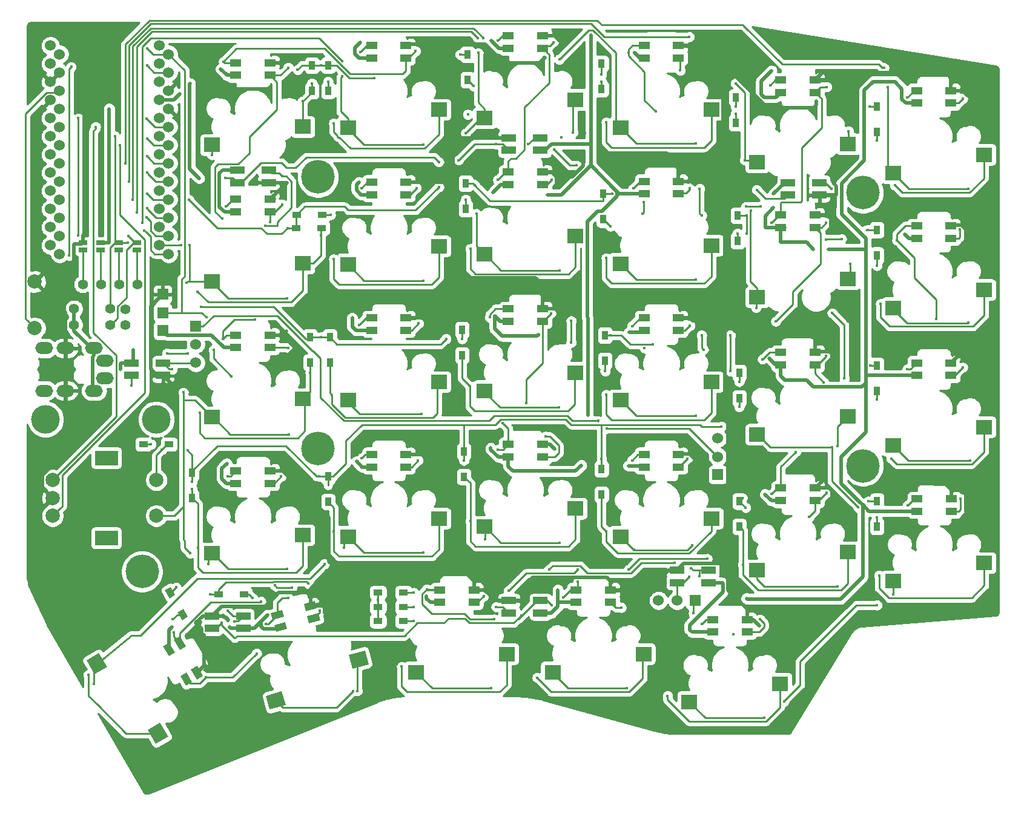
<source format=gbl>
G04 #@! TF.GenerationSoftware,KiCad,Pcbnew,(5.1.6)-1*
G04 #@! TF.CreationDate,2020-10-02T00:10:23+10:00*
G04 #@! TF.ProjectId,SofleKeyboard,536f666c-654b-4657-9962-6f6172642e6b,rev?*
G04 #@! TF.SameCoordinates,Original*
G04 #@! TF.FileFunction,Copper,L2,Bot*
G04 #@! TF.FilePolarity,Positive*
%FSLAX46Y46*%
G04 Gerber Fmt 4.6, Leading zero omitted, Abs format (unit mm)*
G04 Created by KiCad (PCBNEW (5.1.6)-1) date 2020-10-02 00:10:23*
%MOMM*%
%LPD*%
G01*
G04 APERTURE LIST*
G04 #@! TA.AperFunction,SMDPad,CuDef*
%ADD10R,2.000000X1.000000*%
G04 #@! TD*
G04 #@! TA.AperFunction,SMDPad,CuDef*
%ADD11R,2.300000X2.000000*%
G04 #@! TD*
G04 #@! TA.AperFunction,SMDPad,CuDef*
%ADD12R,1.600000X1.000000*%
G04 #@! TD*
G04 #@! TA.AperFunction,SMDPad,CuDef*
%ADD13R,1.300000X0.950000*%
G04 #@! TD*
G04 #@! TA.AperFunction,SMDPad,CuDef*
%ADD14C,0.100000*%
G04 #@! TD*
G04 #@! TA.AperFunction,SMDPad,CuDef*
%ADD15R,0.950000X1.300000*%
G04 #@! TD*
G04 #@! TA.AperFunction,ComponentPad*
%ADD16C,1.524000*%
G04 #@! TD*
G04 #@! TA.AperFunction,ComponentPad*
%ADD17R,1.524000X1.524000*%
G04 #@! TD*
G04 #@! TA.AperFunction,ComponentPad*
%ADD18C,4.000000*%
G04 #@! TD*
G04 #@! TA.AperFunction,ComponentPad*
%ADD19C,1.397000*%
G04 #@! TD*
G04 #@! TA.AperFunction,ComponentPad*
%ADD20C,2.000000*%
G04 #@! TD*
G04 #@! TA.AperFunction,SMDPad,CuDef*
%ADD21R,1.143000X0.635000*%
G04 #@! TD*
G04 #@! TA.AperFunction,ComponentPad*
%ADD22C,4.700000*%
G04 #@! TD*
G04 #@! TA.AperFunction,ComponentPad*
%ADD23R,3.200000X2.000000*%
G04 #@! TD*
G04 #@! TA.AperFunction,ComponentPad*
%ADD24O,2.500000X1.700000*%
G04 #@! TD*
G04 #@! TA.AperFunction,ViaPad*
%ADD25C,0.400000*%
G04 #@! TD*
G04 #@! TA.AperFunction,Conductor*
%ADD26C,0.250000*%
G04 #@! TD*
G04 #@! TA.AperFunction,Conductor*
%ADD27C,0.500000*%
G04 #@! TD*
G04 #@! TA.AperFunction,Conductor*
%ADD28C,0.254000*%
G04 #@! TD*
G04 APERTURE END LIST*
D10*
X114750000Y-121000000D03*
X114750000Y-122750000D03*
X119150000Y-122750000D03*
X119150000Y-121000000D03*
D11*
X222700000Y-56480000D03*
X210000000Y-59020000D03*
D12*
X213300000Y-47525000D03*
X213300000Y-49275000D03*
X218100000Y-49275000D03*
X218100000Y-47525000D03*
D11*
X203700000Y-112080000D03*
X191000000Y-114620000D03*
D12*
X194300000Y-103125000D03*
X194300000Y-104875000D03*
X199100000Y-104875000D03*
X199100000Y-103125000D03*
D11*
X222700000Y-75380000D03*
X210000000Y-77920000D03*
D12*
X213300000Y-66425000D03*
X213300000Y-68175000D03*
X218100000Y-68175000D03*
X218100000Y-66425000D03*
D11*
X203700000Y-73880000D03*
X191000000Y-76420000D03*
D12*
X194300000Y-64925000D03*
X194300000Y-66675000D03*
X199100000Y-66675000D03*
X199100000Y-64925000D03*
D11*
X203700000Y-93080000D03*
X191000000Y-95620000D03*
D12*
X194300000Y-84125000D03*
X194300000Y-85875000D03*
X199100000Y-85875000D03*
X199100000Y-84125000D03*
D11*
X146500000Y-50180000D03*
X133800000Y-52720000D03*
D12*
X137100000Y-41225000D03*
X137100000Y-42975000D03*
X141900000Y-42975000D03*
X141900000Y-41225000D03*
D13*
X141550000Y-117750000D03*
X138000000Y-117750000D03*
X141550000Y-119750000D03*
X138000000Y-119750000D03*
X141550000Y-121750000D03*
X138000000Y-121750000D03*
X119275000Y-118000000D03*
X115725000Y-118000000D03*
G04 #@! TA.AperFunction,SMDPad,CuDef*
D14*
G36*
X109951138Y-120511778D02*
G01*
X110773862Y-120036778D01*
X111423862Y-121162612D01*
X110601138Y-121637612D01*
X109951138Y-120511778D01*
G37*
G04 #@! TD.AperFunction*
G04 #@! TA.AperFunction,SMDPad,CuDef*
G36*
X108176138Y-117437388D02*
G01*
X108998862Y-116962388D01*
X109648862Y-118088222D01*
X108826138Y-118563222D01*
X108176138Y-117437388D01*
G37*
G04 #@! TD.AperFunction*
D13*
X108775000Y-97000000D03*
X105225000Y-97000000D03*
D15*
X207750000Y-108525000D03*
X207750000Y-104975000D03*
X188500000Y-108525000D03*
X188500000Y-104975000D03*
X169250000Y-104025000D03*
X169250000Y-100475000D03*
X150000000Y-101550000D03*
X150000000Y-98000000D03*
X131000000Y-105050000D03*
X131000000Y-101500000D03*
X112000000Y-104525000D03*
X112000000Y-100975000D03*
X207750000Y-89550000D03*
X207750000Y-86000000D03*
X188500000Y-90550000D03*
X188500000Y-87000000D03*
X169725000Y-85300000D03*
X169725000Y-81750000D03*
X149750000Y-84550000D03*
X149750000Y-81000000D03*
X131250000Y-85550000D03*
X131250000Y-82000000D03*
X128500000Y-85550000D03*
X128500000Y-82000000D03*
X207750000Y-70550000D03*
X207750000Y-67000000D03*
X188250000Y-68550000D03*
X188250000Y-65000000D03*
X169500000Y-65525000D03*
X169500000Y-61975000D03*
X150250000Y-64050000D03*
X150250000Y-60500000D03*
D13*
X130150000Y-64900000D03*
X126600000Y-64900000D03*
X130100000Y-66750000D03*
X126550000Y-66750000D03*
D15*
X207750000Y-53300000D03*
X207750000Y-49750000D03*
X188000000Y-52025000D03*
X188000000Y-48475000D03*
X169250000Y-47300000D03*
X169250000Y-43750000D03*
X150500000Y-46025000D03*
X150500000Y-42475000D03*
X131000000Y-47525000D03*
X131000000Y-43975000D03*
X128750000Y-47550000D03*
X128750000Y-44000000D03*
D11*
X194200000Y-130480000D03*
X181500000Y-133020000D03*
D12*
X184800000Y-121525000D03*
X184800000Y-123275000D03*
X189600000Y-123275000D03*
X189600000Y-121525000D03*
D11*
X175100000Y-126330000D03*
X162400000Y-128870000D03*
D12*
X165700000Y-117375000D03*
X165700000Y-119125000D03*
X170500000Y-119125000D03*
X170500000Y-117375000D03*
D11*
X156000000Y-126330000D03*
X143300000Y-128870000D03*
D12*
X146600000Y-117375000D03*
X146600000Y-119125000D03*
X151400000Y-119125000D03*
X151400000Y-117375000D03*
G04 #@! TA.AperFunction,SMDPad,CuDef*
D14*
G36*
X134457238Y-128363923D02*
G01*
X133939600Y-126432071D01*
X136161230Y-125836787D01*
X136678868Y-127768639D01*
X134457238Y-128363923D01*
G37*
G04 #@! TD.AperFunction*
G04 #@! TA.AperFunction,SMDPad,CuDef*
G36*
X122847380Y-134104377D02*
G01*
X122329742Y-132172525D01*
X124551372Y-131577241D01*
X125069010Y-133509093D01*
X122847380Y-134104377D01*
G37*
G04 #@! TD.AperFunction*
G04 #@! TA.AperFunction,SMDPad,CuDef*
G36*
X124555138Y-120193371D02*
G01*
X124813957Y-121159297D01*
X123268476Y-121573407D01*
X123009657Y-120607481D01*
X124555138Y-120193371D01*
G37*
G04 #@! TD.AperFunction*
G04 #@! TA.AperFunction,SMDPad,CuDef*
G36*
X125008071Y-121883741D02*
G01*
X125266890Y-122849667D01*
X123721409Y-123263777D01*
X123462590Y-122297851D01*
X125008071Y-121883741D01*
G37*
G04 #@! TD.AperFunction*
G04 #@! TA.AperFunction,SMDPad,CuDef*
G36*
X129644515Y-120641409D02*
G01*
X129903334Y-121607335D01*
X128357853Y-122021445D01*
X128099034Y-121055519D01*
X129644515Y-120641409D01*
G37*
G04 #@! TD.AperFunction*
G04 #@! TA.AperFunction,SMDPad,CuDef*
G36*
X129191582Y-118951039D02*
G01*
X129450401Y-119916965D01*
X127904920Y-120331075D01*
X127646101Y-119365149D01*
X129191582Y-118951039D01*
G37*
G04 #@! TD.AperFunction*
G04 #@! TA.AperFunction,SMDPad,CuDef*
G36*
X105784629Y-136926249D02*
G01*
X107516679Y-135926249D01*
X108666679Y-137918107D01*
X106934629Y-138918107D01*
X105784629Y-136926249D01*
G37*
G04 #@! TD.AperFunction*
G04 #@! TA.AperFunction,SMDPad,CuDef*
G36*
X97234925Y-127197726D02*
G01*
X98966975Y-126197726D01*
X100116975Y-128189584D01*
X98384925Y-129189584D01*
X97234925Y-127197726D01*
G37*
G04 #@! TD.AperFunction*
G04 #@! TA.AperFunction,SMDPad,CuDef*
G36*
X111113925Y-125246859D02*
G01*
X110247899Y-125746859D01*
X109447899Y-124361219D01*
X110313925Y-123861219D01*
X111113925Y-125246859D01*
G37*
G04 #@! TD.AperFunction*
G04 #@! TA.AperFunction,SMDPad,CuDef*
G36*
X109598380Y-126121859D02*
G01*
X108732354Y-126621859D01*
X107932354Y-125236219D01*
X108798380Y-124736219D01*
X109598380Y-126121859D01*
G37*
G04 #@! TD.AperFunction*
G04 #@! TA.AperFunction,SMDPad,CuDef*
G36*
X111998380Y-130278781D02*
G01*
X111132354Y-130778781D01*
X110332354Y-129393141D01*
X111198380Y-128893141D01*
X111998380Y-130278781D01*
G37*
G04 #@! TD.AperFunction*
G04 #@! TA.AperFunction,SMDPad,CuDef*
G36*
X113513925Y-129403781D02*
G01*
X112647899Y-129903781D01*
X111847899Y-128518141D01*
X112713925Y-128018141D01*
X113513925Y-129403781D01*
G37*
G04 #@! TD.AperFunction*
D11*
X222750000Y-113580000D03*
X210050000Y-116120000D03*
D12*
X213350000Y-104625000D03*
X213350000Y-106375000D03*
X218150000Y-106375000D03*
X218150000Y-104625000D03*
D11*
X184600000Y-107380000D03*
X171900000Y-109920000D03*
D12*
X175200000Y-98425000D03*
X175200000Y-100175000D03*
X180000000Y-100175000D03*
X180000000Y-98425000D03*
D11*
X165600000Y-105980000D03*
X152900000Y-108520000D03*
D12*
X156200000Y-97025000D03*
X156200000Y-98775000D03*
X161000000Y-98775000D03*
X161000000Y-97025000D03*
D11*
X146500000Y-107380000D03*
X133800000Y-109920000D03*
D12*
X137100000Y-98425000D03*
X137100000Y-100175000D03*
X141900000Y-100175000D03*
X141900000Y-98425000D03*
D11*
X127500000Y-109680000D03*
X114800000Y-112220000D03*
D12*
X118100000Y-100725000D03*
X118100000Y-102475000D03*
X122900000Y-102475000D03*
X122900000Y-100725000D03*
D11*
X222700000Y-94580000D03*
X210000000Y-97120000D03*
D12*
X213300000Y-85625000D03*
X213300000Y-87375000D03*
X218100000Y-87375000D03*
X218100000Y-85625000D03*
D11*
X184600000Y-88280000D03*
X171900000Y-90820000D03*
D12*
X175200000Y-79325000D03*
X175200000Y-81075000D03*
X180000000Y-81075000D03*
X180000000Y-79325000D03*
D11*
X165600000Y-86980000D03*
X152900000Y-89520000D03*
D12*
X156200000Y-78025000D03*
X156200000Y-79775000D03*
X161000000Y-79775000D03*
X161000000Y-78025000D03*
D11*
X146500000Y-88280000D03*
X133800000Y-90820000D03*
D12*
X137100000Y-79325000D03*
X137100000Y-81075000D03*
X141900000Y-81075000D03*
X141900000Y-79325000D03*
D11*
X127500000Y-90680000D03*
X114800000Y-93220000D03*
D12*
X118100000Y-81725000D03*
X118100000Y-83475000D03*
X122900000Y-83475000D03*
X122900000Y-81725000D03*
D11*
X184600000Y-69180000D03*
X171900000Y-71720000D03*
D12*
X175200000Y-60225000D03*
X175200000Y-61975000D03*
X180000000Y-61975000D03*
X180000000Y-60225000D03*
D11*
X165600000Y-67880000D03*
X152900000Y-70420000D03*
D12*
X156200000Y-58925000D03*
X156200000Y-60675000D03*
X161000000Y-60675000D03*
X161000000Y-58925000D03*
D11*
X146500000Y-69280000D03*
X133800000Y-71820000D03*
D12*
X137100000Y-60325000D03*
X137100000Y-62075000D03*
X141900000Y-62075000D03*
X141900000Y-60325000D03*
D11*
X127500000Y-71680000D03*
X114800000Y-74220000D03*
D12*
X118100000Y-62725000D03*
X118100000Y-64475000D03*
X122900000Y-64475000D03*
X122900000Y-62725000D03*
D11*
X203700000Y-54980000D03*
X191000000Y-57520000D03*
D12*
X194300000Y-46025000D03*
X194300000Y-47775000D03*
X199100000Y-47775000D03*
X199100000Y-46025000D03*
D11*
X184600000Y-50180000D03*
X171900000Y-52720000D03*
D12*
X175200000Y-41225000D03*
X175200000Y-42975000D03*
X180000000Y-42975000D03*
X180000000Y-41225000D03*
D11*
X165600000Y-48790000D03*
X152900000Y-51330000D03*
D12*
X156200000Y-39835000D03*
X156200000Y-41585000D03*
X161000000Y-41585000D03*
X161000000Y-39835000D03*
D11*
X127500000Y-52580000D03*
X114800000Y-55120000D03*
D12*
X118100000Y-43625000D03*
X118100000Y-45375000D03*
X122900000Y-45375000D03*
X122900000Y-43625000D03*
D16*
X112500000Y-85600000D03*
X112500000Y-83000000D03*
D17*
X112500000Y-80500000D03*
D16*
X177200000Y-118850000D03*
X179800000Y-118850000D03*
D17*
X182300000Y-118850000D03*
D16*
X185500000Y-96150000D03*
X185500000Y-98750000D03*
D17*
X185500000Y-101250000D03*
D10*
X103550000Y-85625000D03*
X103550000Y-87375000D03*
X107950000Y-87375000D03*
X107950000Y-85625000D03*
X179800000Y-114625000D03*
X179800000Y-116375000D03*
X184200000Y-116375000D03*
X184200000Y-114625000D03*
X156300000Y-118875000D03*
X156300000Y-120625000D03*
X160700000Y-120625000D03*
X160700000Y-118875000D03*
X199700000Y-62125000D03*
X199700000Y-60375000D03*
X195300000Y-60375000D03*
X195300000Y-62125000D03*
X156300000Y-54125000D03*
X156300000Y-55875000D03*
X160700000Y-55875000D03*
X160700000Y-54125000D03*
X122700000Y-60375000D03*
X122700000Y-58625000D03*
X118300000Y-58625000D03*
X118300000Y-60375000D03*
D16*
X93478815Y-47505745D03*
X108718815Y-65285745D03*
X93478815Y-57665745D03*
X108718815Y-55125745D03*
X108718815Y-50045745D03*
X93478815Y-67825745D03*
X108718815Y-47505745D03*
X108718815Y-42425745D03*
X93478815Y-62745745D03*
X108718815Y-70365745D03*
X93478815Y-55125745D03*
X93478815Y-44965745D03*
X93478815Y-50045745D03*
X93478815Y-52585745D03*
X93478815Y-65285745D03*
X93478815Y-60205745D03*
X108718815Y-62745745D03*
X108718815Y-60205745D03*
X93478815Y-70365745D03*
X108718815Y-67825745D03*
X108718815Y-44965745D03*
X93478815Y-42425745D03*
X108718815Y-57665745D03*
X108718815Y-52585745D03*
X92180000Y-41230000D03*
X92180000Y-43770000D03*
X92180000Y-46310000D03*
X92180000Y-48850000D03*
X92180000Y-51390000D03*
X92180000Y-53930000D03*
X92180000Y-56470000D03*
X92180000Y-59010000D03*
X92180000Y-61550000D03*
X92180000Y-64090000D03*
X92180000Y-66630000D03*
X92180000Y-69170000D03*
X107420000Y-69170000D03*
X107420000Y-66630000D03*
X107420000Y-64090000D03*
X107420000Y-61550000D03*
X107420000Y-59010000D03*
X107420000Y-56470000D03*
X107420000Y-53930000D03*
X107420000Y-51390000D03*
X107420000Y-48850000D03*
X107420000Y-46310000D03*
X107420000Y-43770000D03*
X107420000Y-41230000D03*
D18*
X107000000Y-93500000D03*
X91500000Y-93500000D03*
D19*
X104320000Y-74600000D03*
X101780000Y-74600000D03*
X99240000Y-74600000D03*
X96700000Y-74600000D03*
D20*
X90000000Y-80750000D03*
X90000000Y-74250000D03*
D21*
X96700000Y-68799620D03*
X96700000Y-69800380D03*
X99200000Y-68799620D03*
X99200000Y-69800380D03*
X101700000Y-68799620D03*
X101700000Y-69800380D03*
X104300000Y-68799620D03*
X104300000Y-69800380D03*
D19*
X100579272Y-80311965D03*
X95499272Y-80311965D03*
X100579272Y-78061965D03*
X95499272Y-78061965D03*
X102700000Y-78100000D03*
X102700000Y-80300000D03*
D22*
X205800000Y-100000000D03*
X129600000Y-97600000D03*
X129600000Y-59600000D03*
D20*
X107000000Y-107000000D03*
X107000000Y-102000000D03*
D23*
X100000000Y-110100000D03*
X100000000Y-98900000D03*
D20*
X92500000Y-107000000D03*
X92500000Y-104500000D03*
X92500000Y-102000000D03*
D22*
X105000000Y-114800000D03*
X205800000Y-61800000D03*
D17*
X107900000Y-81100000D03*
X107900000Y-78600000D03*
X107900000Y-76000000D03*
D24*
X98300000Y-89500000D03*
X99800000Y-85300000D03*
X91300000Y-89500000D03*
X94300000Y-89500000D03*
X91300000Y-83550000D03*
X94300000Y-83550000D03*
X98300000Y-83550000D03*
X99800000Y-87750000D03*
D25*
X163650000Y-54050000D03*
X187650000Y-123600000D03*
X128750000Y-46500000D03*
X127450000Y-49000000D03*
X105327833Y-67072169D03*
X114500000Y-118000000D03*
X128250000Y-116500000D03*
X106250000Y-97000000D03*
X138000000Y-118750000D03*
X109763878Y-117013878D03*
X131800000Y-52100000D03*
X131000000Y-46250000D03*
X150550000Y-50850000D03*
X151362500Y-46887500D03*
X165250000Y-53400000D03*
X105700000Y-59000000D03*
X188000000Y-49750000D03*
X169250000Y-45250000D03*
X130000000Y-44000000D03*
X149475000Y-42475000D03*
X206750000Y-49750000D03*
X126750000Y-44600000D03*
X137450000Y-45800000D03*
X169900000Y-51950000D03*
X169250000Y-46250000D03*
X105700000Y-61900000D03*
X151500000Y-60750000D03*
X170775000Y-61975000D03*
X146500000Y-61000000D03*
X189500000Y-65000000D03*
X206500000Y-67000000D03*
X202800000Y-68250000D03*
X189500000Y-67550000D03*
X125350000Y-66750000D03*
X111574990Y-62800000D03*
X200650000Y-68350000D03*
X188000000Y-50750000D03*
X203800000Y-53200000D03*
X105700000Y-64000000D03*
X149750000Y-82250000D03*
X188500000Y-88250000D03*
X113250000Y-77750000D03*
X147500012Y-82250000D03*
X206825000Y-86000000D03*
X130000000Y-82000000D03*
X176450000Y-83000000D03*
X170480000Y-81750000D03*
X210250000Y-60750000D03*
X207750000Y-54500000D03*
X105600000Y-65200000D03*
X206525000Y-104975000D03*
X112000000Y-102250000D03*
X150000000Y-99250000D03*
X111350001Y-97825012D03*
X189387500Y-105862500D03*
X169250000Y-99000000D03*
X186000000Y-94500000D03*
X129750000Y-101500000D03*
X130000000Y-67750000D03*
X112750000Y-75650000D03*
X131800000Y-71100000D03*
X131350000Y-64900000D03*
X150900000Y-69650000D03*
X150250000Y-62750000D03*
X169900000Y-70950000D03*
X170487500Y-66512500D03*
X204000000Y-71750000D03*
X188250000Y-67500000D03*
X207750000Y-72000000D03*
X208250000Y-77350000D03*
X113050000Y-92600000D03*
X128500000Y-87000000D03*
X131550000Y-90100000D03*
X150800000Y-88850000D03*
X169900000Y-90050000D03*
X169750000Y-86750000D03*
X188500000Y-91750000D03*
X202250000Y-97250000D03*
X209750000Y-99000000D03*
X207750000Y-90750000D03*
X112800000Y-111450000D03*
X112000000Y-103250000D03*
X131800000Y-109150000D03*
X150900000Y-107750000D03*
X169900000Y-109150000D03*
X189000000Y-113850000D03*
X208050000Y-115350000D03*
X207750000Y-107250000D03*
X97500000Y-129250000D03*
X109294829Y-121455171D03*
X135100003Y-131500000D03*
X120483243Y-118524280D03*
X141300000Y-128100000D03*
X143000000Y-121750000D03*
X100400008Y-68800000D03*
X100400000Y-50045745D03*
X144750000Y-118250000D03*
X211625000Y-106375000D03*
X116000000Y-44500000D03*
X110250000Y-48000000D03*
X193012500Y-44737500D03*
X163125000Y-117375000D03*
X153750000Y-97500000D03*
X173000000Y-100000000D03*
X210875000Y-87375000D03*
X135325000Y-60325000D03*
X167750000Y-39750000D03*
X173475000Y-61975000D03*
X167325000Y-79325000D03*
X117250000Y-122560002D03*
X162250000Y-55000000D03*
X135500000Y-40775010D03*
X101900010Y-86500000D03*
X103750000Y-83750000D03*
X167325000Y-92925000D03*
X166424990Y-99924990D03*
X211250000Y-47500000D03*
X210250000Y-46250000D03*
X202750000Y-101700000D03*
X186200000Y-116500000D03*
X116850000Y-99700000D03*
X109200000Y-122550000D03*
X122533389Y-120883389D03*
X183250000Y-120600000D03*
X189500000Y-118550000D03*
X192100000Y-104000000D03*
X135000000Y-99400004D03*
X134375000Y-79325000D03*
X154300002Y-79000000D03*
X160475000Y-81650000D03*
X173100000Y-81350000D03*
X192700000Y-84950000D03*
X211650000Y-67600000D03*
X206175000Y-68175000D03*
X153800000Y-40500000D03*
X173806234Y-42186230D03*
X116350000Y-83400000D03*
X115800000Y-61500000D03*
X113000000Y-59800000D03*
X111725000Y-46525000D03*
X161650000Y-62100000D03*
X154099999Y-61749999D03*
X193300000Y-61950000D03*
X193300000Y-63925000D03*
X198874990Y-69700000D03*
X200950000Y-69700000D03*
X96700000Y-67800000D03*
X96900000Y-48800000D03*
X96900000Y-44965745D03*
X106700000Y-74700000D03*
X93176999Y-99176999D03*
X177500000Y-115750000D03*
X172500000Y-118000000D03*
X148500000Y-95500000D03*
X107000000Y-119500000D03*
X124500000Y-44250000D03*
X144000000Y-41000000D03*
X112500000Y-122000000D03*
X158625000Y-118875000D03*
X153625000Y-54125000D03*
X182000000Y-79750000D03*
X200750000Y-85750000D03*
X144175000Y-60325000D03*
X181975000Y-60225000D03*
X106250000Y-86500000D03*
X111750000Y-88500000D03*
X149000000Y-92250000D03*
X133900000Y-114000000D03*
X142600000Y-114000000D03*
X147150000Y-114000000D03*
X149550000Y-105650000D03*
X155750000Y-112150000D03*
X160250000Y-112350000D03*
X169200000Y-112600000D03*
X188400000Y-117750000D03*
X218950000Y-102500000D03*
X217200000Y-100800000D03*
X185400000Y-82250000D03*
X185650000Y-78100000D03*
X186500000Y-72250000D03*
X185350000Y-66050000D03*
X188300000Y-70950000D03*
X188700000Y-76550000D03*
X190500000Y-83150000D03*
X185700000Y-54850000D03*
X185450000Y-59500000D03*
X186150000Y-41000000D03*
X190400000Y-45250000D03*
X125450000Y-101500000D03*
X114250000Y-128550000D03*
X130550001Y-120610830D03*
X191299999Y-122350001D03*
X220175021Y-106374979D03*
X192374999Y-100924999D03*
X200100000Y-100400000D03*
X201500000Y-104250000D03*
X182381001Y-99168999D03*
X162700000Y-97700000D03*
X144900000Y-99100004D03*
X144950000Y-79350000D03*
X163200000Y-78450000D03*
X212500000Y-82500000D03*
X220562002Y-84712002D03*
X220200000Y-68150000D03*
X220450000Y-48200000D03*
X117150000Y-47100000D03*
X123000000Y-46950000D03*
X163850000Y-41100000D03*
X161324990Y-42859989D03*
X181700000Y-43300000D03*
X201750000Y-47800000D03*
X199300000Y-49025000D03*
X123950000Y-85550000D03*
X215800000Y-102600000D03*
X125250001Y-60399999D03*
X125150000Y-81200000D03*
X162950000Y-60800002D03*
X169050000Y-56950000D03*
X166650000Y-57150000D03*
X201056001Y-67443999D03*
X201600000Y-60450000D03*
X204500000Y-52050000D03*
X209450000Y-65750000D03*
X209350000Y-69100000D03*
X130650000Y-53800000D03*
X132250000Y-55950000D03*
X128350000Y-56050000D03*
X125800000Y-57450000D03*
X166400000Y-45950000D03*
X166900000Y-53500000D03*
X171100000Y-100950000D03*
X167250000Y-101600000D03*
X202650000Y-106800000D03*
X186924999Y-110325001D03*
X147500000Y-46150000D03*
X147850000Y-54900000D03*
X148000000Y-58800000D03*
X151450000Y-57100000D03*
X149500000Y-49350000D03*
X148500000Y-52400000D03*
X220500000Y-61250000D03*
X102675000Y-57665745D03*
X192000000Y-135250000D03*
X220750000Y-99250000D03*
X207750000Y-119500000D03*
X209250000Y-47000000D03*
X220550000Y-79974990D03*
X210000000Y-117999990D03*
X194750000Y-133000000D03*
X208750000Y-44349990D03*
X201500000Y-78650000D03*
X172800000Y-131100000D03*
X103175000Y-60205745D03*
X189275000Y-57250000D03*
X188000000Y-46500000D03*
X181500000Y-40000000D03*
X202250008Y-116850000D03*
X201453760Y-97403762D03*
X190850000Y-77900000D03*
X205100000Y-105800000D03*
X203200000Y-87750002D03*
X190150000Y-64300000D03*
X182400000Y-93050000D03*
X182400000Y-54950000D03*
X182400000Y-73950000D03*
X153800000Y-131100000D03*
X103700000Y-62745745D03*
X183500000Y-83750000D03*
X183250000Y-81750000D03*
X183250000Y-65000000D03*
X181878761Y-111128761D03*
X173779989Y-111725000D03*
X182950011Y-61231673D03*
X152700000Y-40150000D03*
X163350000Y-43150000D03*
X163300000Y-91850000D03*
X163400000Y-72650000D03*
X163400000Y-110750000D03*
X104300000Y-64575000D03*
X134500000Y-131500000D03*
X150250000Y-53475000D03*
X165000000Y-79750000D03*
X152000000Y-42250000D03*
X151750000Y-64750000D03*
X153000000Y-110250000D03*
X151950000Y-40150000D03*
X165000000Y-82750021D03*
X144300000Y-55100000D03*
X144300000Y-74100000D03*
X144300000Y-112150000D03*
X105000000Y-66000000D03*
X130500000Y-113750000D03*
X133250000Y-111500000D03*
X144050000Y-92724990D03*
X98250000Y-130500000D03*
X133000000Y-43399998D03*
X132975354Y-45504243D03*
X105600000Y-51400000D03*
X96100000Y-51390000D03*
X96050000Y-67805847D03*
X103100000Y-67900000D03*
X105700006Y-41600000D03*
X114000000Y-79250000D03*
X103000000Y-68800000D03*
X101200000Y-53900000D03*
X105700018Y-54200000D03*
X143000000Y-119750000D03*
X160250000Y-129650000D03*
X105699992Y-56700000D03*
X94800000Y-70600000D03*
X95100000Y-44200000D03*
X105700000Y-44000000D03*
X143000000Y-117750000D03*
X178479991Y-132200003D03*
X107775000Y-97775000D03*
X125550000Y-95600000D03*
X125300000Y-76600000D03*
X125300000Y-114450000D03*
X114750000Y-56500000D03*
X110775010Y-89750000D03*
X111750000Y-112250000D03*
X114250000Y-113750000D03*
X111649995Y-69150005D03*
X110445094Y-69104375D03*
X111200000Y-74350000D03*
X101874255Y-55125745D03*
X98514255Y-52585745D03*
X117900000Y-121837695D03*
X117500000Y-87500000D03*
X117000000Y-120291068D03*
X114999994Y-83800000D03*
X124600000Y-59500000D03*
X122250000Y-66450000D03*
X154500000Y-55000000D03*
X149250000Y-57250000D03*
X146500000Y-57500000D03*
X116600000Y-59700000D03*
X159000000Y-55000000D03*
X165750003Y-57999997D03*
X162650000Y-55800000D03*
X201400000Y-61250000D03*
X191475000Y-63700000D03*
X189436812Y-63750000D03*
X187250000Y-81750000D03*
X187250000Y-86750000D03*
X190950000Y-61400000D03*
X116100000Y-122000000D03*
X162250000Y-119500000D03*
X158000000Y-120974990D03*
X154500000Y-119750000D03*
X179500000Y-113546232D03*
X181774990Y-114324999D03*
X182900002Y-115450000D03*
X161925031Y-114499979D03*
X181500000Y-115500000D03*
X103500000Y-88750000D03*
X111403027Y-84250000D03*
X108500000Y-84250000D03*
X170000000Y-94775000D03*
X168750000Y-93725000D03*
X109225000Y-86500000D03*
X183250000Y-122150000D03*
X182100000Y-120650000D03*
X143240373Y-41990373D03*
X116400000Y-43450000D03*
X116750000Y-63750000D03*
X125450000Y-44300002D03*
X116200000Y-65450000D03*
X135550000Y-42100000D03*
X143350000Y-61149994D03*
X154719240Y-40500000D03*
X180250000Y-44699999D03*
X154750000Y-60000000D03*
X162500016Y-40750000D03*
X173000000Y-42250000D03*
X176800500Y-50449500D03*
X181549998Y-61200000D03*
X219750000Y-48650010D03*
X192800000Y-46750000D03*
X200750000Y-47000000D03*
X193000000Y-66000000D03*
X212000000Y-48499996D03*
X219299152Y-66951212D03*
X116275021Y-82255755D03*
X120800002Y-79525000D03*
X124600000Y-63450000D03*
X122923621Y-65881628D03*
X143650000Y-80100000D03*
X135650000Y-61150000D03*
X153600000Y-79250000D03*
X162300000Y-59950000D03*
X175000000Y-64750000D03*
X181600000Y-80400000D03*
X173700000Y-61200000D03*
X175150000Y-63150000D03*
X193600000Y-79800000D03*
X191750000Y-85100000D03*
X200650004Y-66024990D03*
X219750000Y-86250000D03*
X216000000Y-79474990D03*
X210550000Y-68450000D03*
X116975317Y-101458646D03*
X125450000Y-83500000D03*
X143600000Y-99250000D03*
X135350000Y-80300000D03*
X154750000Y-97750000D03*
X158750000Y-91250000D03*
X155400000Y-94024979D03*
X162169493Y-78678245D03*
X181250000Y-99000000D03*
X175250000Y-83525000D03*
X173500000Y-80449998D03*
X193034627Y-103965373D03*
X200600000Y-84650000D03*
X196400000Y-98049998D03*
X200300000Y-88325010D03*
X212000000Y-86500000D03*
X219425000Y-104625000D03*
X124450000Y-101500000D03*
X121025000Y-126250000D03*
X113902290Y-129622521D03*
X125975000Y-117025000D03*
X123578086Y-116752660D03*
X135700010Y-98957169D03*
X122300000Y-122149999D03*
X125400002Y-118474990D03*
X161450000Y-95900000D03*
X152750000Y-118250000D03*
X173500000Y-99250000D03*
X156250000Y-117500000D03*
X165949996Y-114500000D03*
X200750000Y-103750000D03*
X184021232Y-113021232D03*
X173050000Y-114500000D03*
X163900000Y-118400000D03*
X165949994Y-116250000D03*
X198249998Y-107175010D03*
X191400000Y-121500000D03*
X212050000Y-105550000D03*
X109415377Y-123345540D03*
X121627195Y-118993277D03*
X129805405Y-120248755D03*
X154250000Y-121475000D03*
X144800000Y-117300000D03*
X172000000Y-119850000D03*
D26*
X128750000Y-47775000D02*
X128750000Y-46500000D01*
X127500000Y-49025000D02*
X128750000Y-47775000D01*
X127500000Y-52580000D02*
X127500000Y-49025000D01*
X127500000Y-49050000D02*
X127450000Y-49000000D01*
X127500000Y-52580000D02*
X127500000Y-49050000D01*
X106200000Y-69800000D02*
X106200000Y-67944336D01*
X106770000Y-70370000D02*
X106200000Y-69800000D01*
X106200000Y-67944336D02*
X105527832Y-67272168D01*
X105527832Y-67272168D02*
X105327833Y-67072169D01*
X108770000Y-70370000D02*
X106770000Y-70370000D01*
X115725000Y-118000000D02*
X114500000Y-118000000D01*
X105225000Y-97000000D02*
X106250000Y-97000000D01*
X138000000Y-117750000D02*
X138000000Y-118750000D01*
X138000000Y-121750000D02*
X138000000Y-118750000D01*
X108912500Y-117762805D02*
X109014951Y-117762805D01*
X109014951Y-117762805D02*
X109763878Y-117013878D01*
X123326085Y-116227659D02*
X123294797Y-116258947D01*
X127977659Y-116227659D02*
X123326085Y-116227659D01*
X116741053Y-116258947D02*
X115725000Y-117275000D01*
X128250000Y-116500000D02*
X127977659Y-116227659D01*
X123294797Y-116258947D02*
X116741053Y-116258947D01*
X115725000Y-117275000D02*
X115725000Y-118000000D01*
X131000000Y-46250000D02*
X131000000Y-47525000D01*
X132324999Y-53824999D02*
X131800000Y-53300000D01*
X132324999Y-53980001D02*
X132324999Y-53824999D01*
X131800000Y-53300000D02*
X131800000Y-52100000D01*
X146500000Y-50330000D02*
X146500000Y-53650000D01*
X132389999Y-54045001D02*
X132324999Y-53980001D01*
X134125001Y-55625001D02*
X132545001Y-54045001D01*
X132545001Y-54045001D02*
X132389999Y-54045001D01*
X146500000Y-53650000D02*
X144524999Y-55625001D01*
X144524999Y-55625001D02*
X134125001Y-55625001D01*
X165250000Y-49080000D02*
X165250000Y-53400000D01*
X151362500Y-46887500D02*
X150500000Y-46025000D01*
X106910000Y-60210000D02*
X105899999Y-59199999D01*
X105899999Y-59199999D02*
X105700000Y-59000000D01*
X108770000Y-60210000D02*
X106910000Y-60210000D01*
X188000000Y-49750000D02*
X188000000Y-48475000D01*
X169250000Y-43975000D02*
X169250000Y-45250000D01*
X129975000Y-43975000D02*
X130000000Y-44000000D01*
X131000000Y-43975000D02*
X129975000Y-43975000D01*
X150500000Y-42475000D02*
X149475000Y-42475000D01*
X207750000Y-49750000D02*
X206750000Y-49750000D01*
X129975000Y-43975000D02*
X127375000Y-43975000D01*
X127375000Y-43975000D02*
X126750000Y-44600000D01*
X134013589Y-45800000D02*
X137450000Y-45800000D01*
X132188589Y-43975000D02*
X134013589Y-45800000D01*
X131000000Y-43975000D02*
X132188589Y-43975000D01*
X184600000Y-54500000D02*
X183624999Y-55475001D01*
X184600000Y-50180000D02*
X184600000Y-54500000D01*
X183624999Y-55475001D02*
X170624999Y-55475001D01*
X170624999Y-55475001D02*
X169900000Y-54750002D01*
X169900000Y-54750002D02*
X169900000Y-51950000D01*
X169250000Y-46250000D02*
X169250000Y-47525000D01*
X106550000Y-62750000D02*
X105899999Y-62099999D01*
X105899999Y-62099999D02*
X105700000Y-61900000D01*
X108770000Y-62750000D02*
X106550000Y-62750000D01*
X150250000Y-60500000D02*
X151250000Y-60500000D01*
X151250000Y-60500000D02*
X151500000Y-60750000D01*
X169500000Y-61975000D02*
X170775000Y-61975000D01*
X188250000Y-65000000D02*
X189500000Y-65000000D01*
X207750000Y-67000000D02*
X206500000Y-67000000D01*
X206500000Y-67000000D02*
X206250000Y-67000000D01*
X189500000Y-67550000D02*
X189500000Y-65000000D01*
X126550000Y-64950000D02*
X126600000Y-64900000D01*
X126550000Y-66750000D02*
X126550000Y-64950000D01*
X125350000Y-66750000D02*
X126550000Y-66750000D01*
X127750000Y-63750000D02*
X126600000Y-64900000D01*
X133350000Y-63750000D02*
X127750000Y-63750000D01*
X133850000Y-64250000D02*
X133350000Y-63750000D01*
X146500000Y-61000000D02*
X143250000Y-64250000D01*
X143250000Y-64250000D02*
X133850000Y-64250000D01*
X125350000Y-66750000D02*
X124550000Y-67550000D01*
X124550000Y-67550000D02*
X122465002Y-67550000D01*
X115499989Y-66724999D02*
X111574990Y-62800000D01*
X122465002Y-67550000D02*
X121640001Y-66724999D01*
X121640001Y-66724999D02*
X115499989Y-66724999D01*
X157459987Y-62925011D02*
X157459999Y-62924999D01*
X169450001Y-62924999D02*
X169500000Y-62875000D01*
X157459999Y-62924999D02*
X169450001Y-62924999D01*
X169500000Y-62875000D02*
X169500000Y-61975000D01*
X153675011Y-62925011D02*
X157459987Y-62925011D01*
X151500000Y-60750000D02*
X153675011Y-62925011D01*
X202800000Y-68250000D02*
X200750000Y-68250000D01*
X200750000Y-68250000D02*
X200650000Y-68350000D01*
X188000000Y-50750000D02*
X188000000Y-52025000D01*
X203800000Y-54880000D02*
X203700000Y-54980000D01*
X203800000Y-53200000D02*
X203800000Y-54880000D01*
X106985745Y-65285745D02*
X105899999Y-64199999D01*
X108718815Y-65285745D02*
X106985745Y-65285745D01*
X105899999Y-64199999D02*
X105700000Y-64000000D01*
X149750000Y-81000000D02*
X149750000Y-82250000D01*
X188500000Y-87000000D02*
X188500000Y-88250000D01*
X207750000Y-86000000D02*
X206825000Y-86000000D01*
X131250000Y-82000000D02*
X130000000Y-82000000D01*
X128500000Y-82000000D02*
X130000000Y-82000000D01*
X146750012Y-83000000D02*
X147500012Y-82250000D01*
X131250000Y-82000000D02*
X132250000Y-83000000D01*
X132250000Y-83000000D02*
X146750012Y-83000000D01*
X176450000Y-83000000D02*
X173250000Y-83000000D01*
X173250000Y-83000000D02*
X172000000Y-81750000D01*
X127900000Y-82250000D02*
X128500000Y-82250000D01*
X113250000Y-77750000D02*
X123400000Y-77750000D01*
X123400000Y-77750000D02*
X127900000Y-82250000D01*
X169725000Y-81750000D02*
X170480000Y-81750000D01*
X172000000Y-81750000D02*
X170480000Y-81750000D01*
X222700000Y-56480000D02*
X222700000Y-59800000D01*
X211275001Y-61775001D02*
X210250000Y-60750000D01*
X222700000Y-59800000D02*
X220724999Y-61775001D01*
X220724999Y-61775001D02*
X211275001Y-61775001D01*
X207750000Y-53300000D02*
X207750000Y-54500000D01*
X106887507Y-67830000D02*
X106200000Y-67142493D01*
X106200000Y-67142493D02*
X106200000Y-65800000D01*
X106200000Y-65800000D02*
X105799999Y-65399999D01*
X105799999Y-65399999D02*
X105600000Y-65200000D01*
X108770000Y-67830000D02*
X106887507Y-67830000D01*
X206525000Y-104975000D02*
X207750000Y-104975000D01*
X112000000Y-102250000D02*
X112000000Y-100975000D01*
X131000000Y-102750000D02*
X131000000Y-101500000D01*
X150000000Y-99250000D02*
X150000000Y-98000000D01*
X112000000Y-100975000D02*
X112000000Y-98475011D01*
X112000000Y-98475011D02*
X111350001Y-97825012D01*
X112000000Y-100975000D02*
X112000000Y-100750000D01*
X112000000Y-100750000D02*
X115500000Y-97250000D01*
X125142998Y-97250000D02*
X129392998Y-101500000D01*
X115500000Y-97250000D02*
X125142998Y-97250000D01*
X189000000Y-104475000D02*
X188500000Y-104975000D01*
X131725000Y-101500000D02*
X133500000Y-99725000D01*
X131000000Y-101500000D02*
X131725000Y-101500000D01*
X133500000Y-99725000D02*
X133500000Y-96500000D01*
X133500000Y-96500000D02*
X135750000Y-94250000D01*
X188500000Y-104975000D02*
X189387500Y-105862500D01*
X169250000Y-94250000D02*
X182500000Y-94250000D01*
X169250000Y-100475000D02*
X169250000Y-99000000D01*
X169250000Y-99000000D02*
X169250000Y-94250000D01*
X150000000Y-98000000D02*
X150000000Y-94250000D01*
X135750000Y-94250000D02*
X150000000Y-94250000D01*
X183000000Y-94250000D02*
X183250000Y-94500000D01*
X182500000Y-94250000D02*
X183000000Y-94250000D01*
X183250000Y-94500000D02*
X186000000Y-94500000D01*
X129392998Y-101500000D02*
X129750000Y-101500000D01*
X129750000Y-101500000D02*
X131000000Y-101500000D01*
X154397975Y-94250000D02*
X155147998Y-93499977D01*
X155147998Y-93499977D02*
X164249977Y-93499977D01*
X165000000Y-94250000D02*
X169250000Y-94250000D01*
X164249977Y-93499977D02*
X165000000Y-94250000D01*
X150000000Y-94250000D02*
X154397975Y-94250000D01*
X130000000Y-66850000D02*
X130100000Y-66750000D01*
X127500000Y-71680000D02*
X128900000Y-71680000D01*
X128900000Y-71680000D02*
X130000000Y-70580000D01*
X130000000Y-70580000D02*
X130000000Y-67750000D01*
X130000000Y-67750000D02*
X130000000Y-66850000D01*
X114225001Y-77125001D02*
X112750000Y-75650000D01*
X125824999Y-77125001D02*
X114225001Y-77125001D01*
X127500000Y-71830000D02*
X127500000Y-75450000D01*
X127500000Y-75450000D02*
X125824999Y-77125001D01*
X146500000Y-73650000D02*
X145524999Y-74625001D01*
X146500000Y-69330000D02*
X146500000Y-73650000D01*
X145524999Y-74625001D02*
X132524999Y-74625001D01*
X132524999Y-74625001D02*
X131800000Y-73900002D01*
X131800000Y-73900002D02*
X131800000Y-71100000D01*
X130150000Y-64900000D02*
X131350000Y-64900000D01*
X165600000Y-72200000D02*
X164624999Y-73175001D01*
X165600000Y-67880000D02*
X165600000Y-72200000D01*
X164624999Y-73175001D02*
X151624999Y-73175001D01*
X151624999Y-73175001D02*
X150900000Y-72450002D01*
X150900000Y-72450002D02*
X150900000Y-69650000D01*
X150250000Y-62750000D02*
X150250000Y-64050000D01*
X184600000Y-73500000D02*
X183624999Y-74475001D01*
X184600000Y-69180000D02*
X184600000Y-73500000D01*
X183624999Y-74475001D02*
X170624999Y-74475001D01*
X170624999Y-74475001D02*
X169900000Y-73750002D01*
X169900000Y-73750002D02*
X169900000Y-70950000D01*
X169500000Y-65525000D02*
X170487500Y-66512500D01*
X204000000Y-73580000D02*
X203700000Y-73880000D01*
X204000000Y-71750000D02*
X204000000Y-73580000D01*
X188250000Y-67500000D02*
X188250000Y-68550000D01*
X223500000Y-74580000D02*
X222700000Y-75380000D01*
X207750000Y-70550000D02*
X207750000Y-72000000D01*
X208250000Y-79250000D02*
X208250000Y-77350000D01*
X209500000Y-80500000D02*
X208250000Y-79250000D01*
X221200000Y-80500000D02*
X209500000Y-80500000D01*
X222750000Y-75580000D02*
X222750000Y-78950000D01*
X222750000Y-78950000D02*
X221200000Y-80500000D01*
X127750000Y-95150000D02*
X126774999Y-96125001D01*
X127750000Y-90830000D02*
X127750000Y-95150000D01*
X126774999Y-96125001D02*
X113774999Y-96125001D01*
X113774999Y-96125001D02*
X113050000Y-95400002D01*
X113050000Y-95400002D02*
X113050000Y-92600000D01*
X128500000Y-89680000D02*
X127500000Y-90680000D01*
X128500000Y-85800000D02*
X128500000Y-87000000D01*
X128500000Y-87000000D02*
X128500000Y-89680000D01*
X131250000Y-89800000D02*
X131550000Y-90100000D01*
X131250000Y-85550000D02*
X131250000Y-89800000D01*
X146250000Y-88330000D02*
X146250000Y-92650000D01*
X146250000Y-92650000D02*
X145650001Y-93249999D01*
X145650001Y-93249999D02*
X133386409Y-93249999D01*
X131550000Y-91413590D02*
X131550000Y-90100000D01*
X133386409Y-93249999D02*
X131550000Y-91413590D01*
X165500000Y-91400000D02*
X164524999Y-92375001D01*
X165500000Y-87080000D02*
X165500000Y-91400000D01*
X164524999Y-92375001D02*
X151524999Y-92375001D01*
X151524999Y-92375001D02*
X150800000Y-91650002D01*
X150800000Y-91650002D02*
X150800000Y-88850000D01*
X149750000Y-87800000D02*
X150800000Y-88850000D01*
X149750000Y-84550000D02*
X149750000Y-87800000D01*
X184600000Y-92600000D02*
X183624999Y-93575001D01*
X184600000Y-88280000D02*
X184600000Y-92600000D01*
X183624999Y-93575001D02*
X170624999Y-93575001D01*
X170624999Y-93575001D02*
X169900000Y-92850002D01*
X169900000Y-92850002D02*
X169900000Y-90050000D01*
X169725000Y-85300000D02*
X169725000Y-86725000D01*
X169725000Y-86725000D02*
X169750000Y-86750000D01*
X188500000Y-90550000D02*
X188500000Y-91750000D01*
X202250000Y-94530000D02*
X203700000Y-93080000D01*
X202250000Y-97250000D02*
X202250000Y-94530000D01*
X222700000Y-94580000D02*
X222830000Y-94580000D01*
X222830000Y-94580000D02*
X223500000Y-95250000D01*
X221002001Y-99775001D02*
X210525001Y-99775001D01*
X210525001Y-99775001D02*
X209750000Y-99000000D01*
X222700000Y-94580000D02*
X222700000Y-98077002D01*
X222700000Y-98077002D02*
X221002001Y-99775001D01*
X207750000Y-89550000D02*
X207750000Y-90750000D01*
X127500000Y-114000000D02*
X126524999Y-114975001D01*
X127500000Y-109680000D02*
X127500000Y-114000000D01*
X126524999Y-114975001D02*
X113524999Y-114975001D01*
X113524999Y-114975001D02*
X112800000Y-114250002D01*
X112800000Y-114250002D02*
X112800000Y-111450000D01*
X112800000Y-105325000D02*
X112000000Y-104525000D01*
X112800000Y-111450000D02*
X112800000Y-105325000D01*
X112000000Y-104525000D02*
X112000000Y-103250000D01*
X146500000Y-111700000D02*
X145524999Y-112675001D01*
X146500000Y-107380000D02*
X146500000Y-111700000D01*
X145524999Y-112675001D02*
X132524999Y-112675001D01*
X132524999Y-112675001D02*
X131800000Y-111950002D01*
X131800000Y-111950002D02*
X131800000Y-109150000D01*
X131800000Y-105850000D02*
X131000000Y-105050000D01*
X131800000Y-109150000D02*
X131800000Y-105850000D01*
X165600000Y-110300000D02*
X164624999Y-111275001D01*
X165600000Y-105980000D02*
X165600000Y-110300000D01*
X164624999Y-111275001D02*
X151624999Y-111275001D01*
X151624999Y-111275001D02*
X150900000Y-110550002D01*
X150900000Y-110550002D02*
X150900000Y-107750000D01*
X150900000Y-102450000D02*
X150000000Y-101550000D01*
X150900000Y-107750000D02*
X150900000Y-102450000D01*
X169250000Y-108500000D02*
X169900000Y-109150000D01*
X169250000Y-104025000D02*
X169250000Y-108500000D01*
X184600000Y-109150000D02*
X181500000Y-112250000D01*
X169900000Y-110622996D02*
X169900000Y-109150000D01*
X181500000Y-112250000D02*
X172277004Y-112250000D01*
X172252002Y-112224998D02*
X171502002Y-112224998D01*
X171502002Y-112224998D02*
X169900000Y-110622996D01*
X172277004Y-112250000D02*
X172252002Y-112224998D01*
X184600000Y-107380000D02*
X184600000Y-109150000D01*
X189000000Y-109025000D02*
X188500000Y-108525000D01*
X189000000Y-113850000D02*
X189000000Y-109025000D01*
X189000000Y-115250000D02*
X189000000Y-113850000D01*
X191125001Y-117375001D02*
X189000000Y-115250000D01*
X203700000Y-116427004D02*
X202752002Y-117375004D01*
X202752002Y-117375004D02*
X202247998Y-117375004D01*
X202247998Y-117375004D02*
X202247995Y-117375001D01*
X203700000Y-112080000D02*
X203700000Y-116427004D01*
X202247995Y-117375001D02*
X191125001Y-117375001D01*
X223600000Y-112730000D02*
X222750000Y-113580000D01*
X207750000Y-108525000D02*
X207750000Y-107250000D01*
X210252002Y-118525010D02*
X209465472Y-118525010D01*
X222750000Y-116750000D02*
X221000000Y-118500000D01*
X221000000Y-118500000D02*
X210277012Y-118500000D01*
X210277012Y-118500000D02*
X210252002Y-118525010D01*
X208050000Y-117109538D02*
X208050000Y-115350000D01*
X222750000Y-113580000D02*
X222750000Y-116750000D01*
X209465472Y-118525010D02*
X208050000Y-117109538D01*
X102742062Y-137422178D02*
X98750000Y-133430116D01*
X107225654Y-137422178D02*
X102742062Y-137422178D01*
X98750000Y-133430116D02*
X97500000Y-132180116D01*
X97500000Y-132180116D02*
X97500000Y-129250000D01*
X109912805Y-120837195D02*
X109294829Y-121455171D01*
X110687500Y-120837195D02*
X109912805Y-120837195D01*
X135100003Y-127309586D02*
X135309234Y-127100355D01*
X135100003Y-131500000D02*
X135100003Y-127309586D01*
X119958963Y-118000000D02*
X120483243Y-118524280D01*
X119275000Y-118000000D02*
X119958963Y-118000000D01*
X156000000Y-130650000D02*
X155024999Y-131625001D01*
X156000000Y-126330000D02*
X156000000Y-130650000D01*
X155024999Y-131625001D02*
X142024999Y-131625001D01*
X142024999Y-131625001D02*
X141300000Y-130900002D01*
X141300000Y-130900002D02*
X141300000Y-128100000D01*
X143000000Y-121750000D02*
X141550000Y-121750000D01*
D27*
X100399628Y-68799620D02*
X100400008Y-68800000D01*
X99200000Y-68799620D02*
X100399628Y-68799620D01*
X100400008Y-50045753D02*
X100400000Y-50045745D01*
X100400008Y-68800000D02*
X100400008Y-50045753D01*
X97900000Y-83550000D02*
X98300000Y-83550000D01*
X95499272Y-81149272D02*
X97900000Y-83550000D01*
X95499272Y-78061965D02*
X95499272Y-81149272D01*
X98099990Y-84761519D02*
X98099990Y-89299990D01*
X98300000Y-84561509D02*
X98099990Y-84761519D01*
X98099990Y-89299990D02*
X98300000Y-89500000D01*
X98300000Y-83550000D02*
X98300000Y-84561509D01*
X107500000Y-80700000D02*
X107900000Y-81100000D01*
X206175000Y-95332998D02*
X202750000Y-98757998D01*
X202750000Y-102500000D02*
X205375000Y-105125000D01*
X206175000Y-88425000D02*
X206175000Y-95332998D01*
X206225000Y-87375000D02*
X206175000Y-87425000D01*
X206175000Y-87425000D02*
X206175000Y-88425000D01*
X206175000Y-68175000D02*
X206175000Y-68675000D01*
X205750000Y-105500000D02*
X206625000Y-106375000D01*
X205375000Y-105125000D02*
X205750000Y-105500000D01*
X206625000Y-106375000D02*
X211625000Y-106375000D01*
X211625000Y-106375000D02*
X213350000Y-106375000D01*
X116875000Y-45375000D02*
X118100000Y-45375000D01*
X116000000Y-44500000D02*
X116875000Y-45375000D01*
X109416256Y-48833744D02*
X110250000Y-48000000D01*
X107420000Y-48850000D02*
X107436256Y-48833744D01*
X107436256Y-48833744D02*
X109416256Y-48833744D01*
X213300000Y-49275000D02*
X212939998Y-49275000D01*
X160700000Y-120625000D02*
X162200000Y-120625000D01*
X162200000Y-120625000D02*
X163125000Y-119700000D01*
X165700000Y-119125000D02*
X163125000Y-119125000D01*
X163125000Y-119700000D02*
X163125000Y-119125000D01*
X163125000Y-119125000D02*
X163125000Y-117375000D01*
X153750000Y-97712002D02*
X153750000Y-97500000D01*
X156200000Y-98775000D02*
X154812998Y-98775000D01*
X154812998Y-98775000D02*
X153750000Y-97712002D01*
X175025000Y-100000000D02*
X175200000Y-100175000D01*
X173000000Y-100000000D02*
X175025000Y-100000000D01*
X210875000Y-87375000D02*
X206225000Y-87375000D01*
X213300000Y-87375000D02*
X210875000Y-87375000D01*
X167750000Y-57987998D02*
X171425001Y-61662999D01*
X167750000Y-56000000D02*
X167750000Y-57987998D01*
X171737002Y-61975000D02*
X171425001Y-61662999D01*
X173475000Y-61975000D02*
X171737002Y-61975000D01*
X175200000Y-61975000D02*
X173475000Y-61975000D01*
X156200000Y-79775000D02*
X156500000Y-79775000D01*
X119150000Y-122750000D02*
X117439998Y-122750000D01*
X117439998Y-122750000D02*
X117250000Y-122560002D01*
X118525000Y-64475000D02*
X118100000Y-64475000D01*
X161375000Y-55875000D02*
X160700000Y-55875000D01*
X162250000Y-55000000D02*
X161375000Y-55875000D01*
X167250000Y-79250000D02*
X167325000Y-79325000D01*
X171425001Y-61662999D02*
X171425001Y-62287001D01*
X169287003Y-64424999D02*
X168664999Y-64424999D01*
X171425001Y-62287001D02*
X169287003Y-64424999D01*
X167250000Y-65839998D02*
X167250000Y-79250000D01*
X168664999Y-64424999D02*
X167250000Y-65839998D01*
X101950020Y-85724980D02*
X101950020Y-86500000D01*
X103550000Y-85625000D02*
X102050000Y-85625000D01*
X102050000Y-85625000D02*
X101950020Y-85724980D01*
X103750000Y-85425000D02*
X103550000Y-85625000D01*
X103750000Y-83750000D02*
X103750000Y-85425000D01*
X167325000Y-79325000D02*
X167325000Y-92925000D01*
X162250000Y-55000000D02*
X167750000Y-55000000D01*
X167750000Y-39750000D02*
X167750000Y-55000000D01*
X167750000Y-55000000D02*
X167750000Y-56000000D01*
X211813002Y-49275000D02*
X213300000Y-49275000D01*
X211250000Y-48711998D02*
X211813002Y-49275000D01*
X211250000Y-47500000D02*
X211250000Y-48711998D01*
X211250000Y-47500000D02*
X211250000Y-47250000D01*
X211250000Y-47250000D02*
X210250000Y-46250000D01*
X202750000Y-98757998D02*
X202750000Y-101700000D01*
X202750000Y-101700000D02*
X202750000Y-102500000D01*
X194300000Y-66675000D02*
X194850030Y-66675000D01*
X156185000Y-41600000D02*
X156200000Y-41585000D01*
X186075000Y-116375000D02*
X186200000Y-116500000D01*
X184200000Y-116375000D02*
X186075000Y-116375000D01*
X116150000Y-101825000D02*
X116150000Y-100400000D01*
X118100000Y-102475000D02*
X116800000Y-102475000D01*
X116800000Y-102475000D02*
X116150000Y-101825000D01*
X116150000Y-100400000D02*
X116850000Y-99700000D01*
X108765367Y-122984633D02*
X109200000Y-122550000D01*
X108765367Y-125679039D02*
X108765367Y-122984633D01*
X145300000Y-119125000D02*
X144750000Y-118575000D01*
X146600000Y-119125000D02*
X145300000Y-119125000D01*
X144750000Y-118575000D02*
X144750000Y-118250000D01*
X120666778Y-122750000D02*
X122533389Y-120883389D01*
X121649999Y-121766779D02*
X122533389Y-120883389D01*
X119150000Y-122750000D02*
X120666778Y-122750000D01*
X121649999Y-122462000D02*
X121649999Y-121766779D01*
X124364740Y-122573759D02*
X124138499Y-122800000D01*
X121987999Y-122800000D02*
X121649999Y-122462000D01*
X124138499Y-122800000D02*
X121987999Y-122800000D01*
X202650000Y-118650000D02*
X189950000Y-118650000D01*
X205750000Y-105500000D02*
X205750000Y-115550000D01*
X205750000Y-115550000D02*
X202650000Y-118650000D01*
X186200000Y-116500000D02*
X186200000Y-117650000D01*
X186200000Y-117650000D02*
X183250000Y-120600000D01*
X184800000Y-123275000D02*
X181875000Y-123275000D01*
X181875000Y-123275000D02*
X181550000Y-122950000D01*
X181550000Y-122300000D02*
X183250000Y-120600000D01*
X181550000Y-122950000D02*
X181550000Y-122300000D01*
X189950000Y-118650000D02*
X189600000Y-118650000D01*
X189600000Y-118650000D02*
X189500000Y-118550000D01*
X194300000Y-104875000D02*
X192975000Y-104875000D01*
X192975000Y-104875000D02*
X192100000Y-104000000D01*
X165599980Y-100750000D02*
X166424990Y-99924990D01*
X156850000Y-100750000D02*
X165599980Y-100750000D01*
X156200000Y-98775000D02*
X156200000Y-100100000D01*
X156200000Y-100100000D02*
X156850000Y-100750000D01*
X137100000Y-100175000D02*
X135774996Y-100175000D01*
X135774996Y-100175000D02*
X135000000Y-99400004D01*
X134375000Y-80525000D02*
X134375000Y-79325000D01*
X137100000Y-81075000D02*
X134925000Y-81075000D01*
X134925000Y-81075000D02*
X134375000Y-80525000D01*
X155075002Y-79775000D02*
X154300002Y-79000000D01*
X156200000Y-79775000D02*
X155075002Y-79775000D01*
X154300002Y-79000000D02*
X154300002Y-80850002D01*
X154300002Y-80850002D02*
X155300000Y-81850000D01*
X160424990Y-81700010D02*
X160424990Y-81650000D01*
X155300000Y-81850000D02*
X160275000Y-81850000D01*
X160275000Y-81850000D02*
X160424990Y-81700010D01*
X175200000Y-81075000D02*
X175500000Y-81075000D01*
X174925000Y-81350000D02*
X175200000Y-81075000D01*
X173100000Y-81350000D02*
X174925000Y-81350000D01*
X193625000Y-85875000D02*
X192706593Y-84956593D01*
X194300000Y-85875000D02*
X193625000Y-85875000D01*
X205624988Y-88975012D02*
X206175000Y-88425000D01*
X194300000Y-87450000D02*
X194849999Y-87999999D01*
X194849999Y-87999999D02*
X197900001Y-87999999D01*
X197900001Y-87999999D02*
X198875014Y-88975012D01*
X194300000Y-85875000D02*
X194300000Y-87450000D01*
X198875014Y-88975012D02*
X205624988Y-88975012D01*
X213300000Y-68175000D02*
X212225000Y-68175000D01*
X212225000Y-68175000D02*
X211650000Y-67600000D01*
X135362996Y-42975000D02*
X134749998Y-42362002D01*
X134749998Y-42362002D02*
X134749998Y-41525012D01*
X137100000Y-42975000D02*
X135362996Y-42975000D01*
X134749998Y-41525012D02*
X135500000Y-40775010D01*
X154885000Y-41585000D02*
X156200000Y-41585000D01*
X153800000Y-40500000D02*
X154885000Y-41585000D01*
X174595004Y-42975000D02*
X173841595Y-42221591D01*
X175200000Y-42975000D02*
X174595004Y-42975000D01*
X194300000Y-47775000D02*
X193624999Y-48450001D01*
X193624999Y-48450001D02*
X191987999Y-48450001D01*
X191987999Y-48450001D02*
X191549999Y-48012001D01*
X191549999Y-46200001D02*
X193012500Y-44737500D01*
X191549999Y-48012001D02*
X191549999Y-46200001D01*
X118100000Y-83475000D02*
X116425000Y-83475000D01*
X114662001Y-81712001D02*
X116350000Y-83400000D01*
X116425000Y-83475000D02*
X116350000Y-83400000D01*
X107900000Y-81100000D02*
X108512001Y-81712001D01*
X108512001Y-81712001D02*
X114662001Y-81712001D01*
X134999998Y-61462002D02*
X134999998Y-60650002D01*
X134999998Y-60650002D02*
X135325000Y-60325000D01*
X135612996Y-62075000D02*
X134999998Y-61462002D01*
X137100000Y-62075000D02*
X135612996Y-62075000D01*
X116512998Y-64475000D02*
X115800000Y-63762002D01*
X118100000Y-64475000D02*
X116512998Y-64475000D01*
X116275000Y-58625000D02*
X118300000Y-58625000D01*
X115800000Y-59100000D02*
X116275000Y-58625000D01*
X115800000Y-63762002D02*
X115800000Y-61500000D01*
X115800000Y-61500000D02*
X115800000Y-59100000D01*
X113000000Y-59800000D02*
X111650000Y-58450000D01*
X111650000Y-58450000D02*
X111650000Y-46600000D01*
X111650000Y-46600000D02*
X111725000Y-46525000D01*
X163637998Y-62100000D02*
X167750000Y-57987998D01*
X161650000Y-62100000D02*
X163637998Y-62100000D01*
X156200000Y-60675000D02*
X155174998Y-60675000D01*
X155174998Y-60675000D02*
X154099999Y-61749999D01*
X207250000Y-46250000D02*
X210250000Y-46250000D01*
X202800000Y-64800000D02*
X202800000Y-60507998D01*
X206000000Y-57307998D02*
X206000000Y-47500000D01*
X206175000Y-68175000D02*
X202800000Y-64800000D01*
X206000000Y-47500000D02*
X207250000Y-46250000D01*
X202800000Y-60507998D02*
X206000000Y-57307998D01*
X195300000Y-60375000D02*
X194875000Y-60375000D01*
X194875000Y-60375000D02*
X193300000Y-61950000D01*
X194300000Y-66675000D02*
X192175000Y-66675000D01*
X192175000Y-66675000D02*
X192175000Y-65050000D01*
X192175000Y-65050000D02*
X193300000Y-63925000D01*
X197924990Y-68750000D02*
X198874990Y-69700000D01*
X194300000Y-66675000D02*
X194300000Y-68750000D01*
X194300000Y-68750000D02*
X197924990Y-68750000D01*
X198874990Y-69700000D02*
X198874990Y-69700000D01*
X206100000Y-69700000D02*
X206175000Y-69625000D01*
X206175000Y-68675000D02*
X206175000Y-69625000D01*
X200950000Y-69700000D02*
X206100000Y-69700000D01*
X206175000Y-69625000D02*
X206175000Y-87425000D01*
X96700000Y-68799620D02*
X96700000Y-67800000D01*
X96900000Y-51552002D02*
X96900000Y-48800000D01*
X96700000Y-67800000D02*
X96900000Y-67600000D01*
X96900000Y-67600000D02*
X96900000Y-51552002D01*
X96900000Y-48800000D02*
X96900000Y-44965745D01*
X94300000Y-78550000D02*
X94300000Y-83550000D01*
X90000000Y-74250000D02*
X94300000Y-78550000D01*
X94300000Y-84900000D02*
X94300000Y-89500000D01*
X94300000Y-83550000D02*
X94300000Y-84900000D01*
X94300000Y-89500000D02*
X93538491Y-89500000D01*
X91500001Y-103500001D02*
X92500000Y-104500000D01*
X91049999Y-103049999D02*
X91500001Y-103500001D01*
X94300000Y-98053998D02*
X93176999Y-99176999D01*
X91049999Y-101303999D02*
X91049999Y-103049999D01*
X94300000Y-89500000D02*
X94300000Y-98053998D01*
X93176999Y-99176999D02*
X91049999Y-101303999D01*
X107600000Y-76300000D02*
X107900000Y-76000000D01*
X122700000Y-60375000D02*
X122625000Y-60375000D01*
X199700000Y-62125000D02*
X199375000Y-62125000D01*
X172500000Y-118000000D02*
X172500000Y-117500000D01*
X170625000Y-117500000D02*
X170500000Y-117375000D01*
X172500000Y-117500000D02*
X170625000Y-117500000D01*
X175750000Y-117500000D02*
X177500000Y-115750000D01*
X172500000Y-117500000D02*
X175750000Y-117500000D01*
X151400000Y-117375000D02*
X152875000Y-117375000D01*
X154375000Y-118875000D02*
X156300000Y-118875000D01*
X152875000Y-117375000D02*
X154375000Y-118875000D01*
X156875000Y-118875000D02*
X156300000Y-118875000D01*
X95500000Y-71438176D02*
X95500000Y-69053110D01*
X95500000Y-69053110D02*
X95628500Y-68924610D01*
X94738177Y-72199999D02*
X95500000Y-71438176D01*
X90000000Y-74250000D02*
X92050001Y-72199999D01*
X92050001Y-72199999D02*
X94738177Y-72199999D01*
X96575010Y-68924610D02*
X96700000Y-68799620D01*
X95628500Y-68924610D02*
X96575010Y-68924610D01*
X128548251Y-119641057D02*
X128548251Y-117201749D01*
X128548251Y-117201749D02*
X130500000Y-115250000D01*
X130500000Y-115250000D02*
X131750000Y-114000000D01*
X146500000Y-114000000D02*
X148500000Y-112000000D01*
X148500000Y-112000000D02*
X148500000Y-95500000D01*
X92500000Y-104500000D02*
X90000000Y-107000000D01*
X90000000Y-107000000D02*
X102500000Y-119500000D01*
X102500000Y-119500000D02*
X107000000Y-119500000D01*
X142125000Y-41000000D02*
X141900000Y-41225000D01*
X148425000Y-60325000D02*
X148500000Y-60250000D01*
X161000000Y-78025000D02*
X161000000Y-74750000D01*
X160000011Y-73750011D02*
X148749989Y-73750011D01*
X148500000Y-79750000D02*
X148500000Y-74000000D01*
X148749989Y-73750011D02*
X148500000Y-74000000D01*
X161000000Y-74750000D02*
X160000011Y-73750011D01*
X148500000Y-74000000D02*
X148500000Y-60250000D01*
X148625000Y-54125000D02*
X148500000Y-54000000D01*
X148500000Y-57750000D02*
X148500000Y-54000000D01*
X148500000Y-54000000D02*
X148500000Y-52400000D01*
X144000000Y-41000000D02*
X142125000Y-41000000D01*
X148500000Y-41000000D02*
X144000000Y-41000000D01*
X218325000Y-47750000D02*
X218100000Y-47525000D01*
X113500000Y-121000000D02*
X112500000Y-122000000D01*
X114750000Y-121000000D02*
X113500000Y-121000000D01*
X156300000Y-118875000D02*
X158625000Y-118875000D01*
X153625000Y-54125000D02*
X148625000Y-54125000D01*
X156300000Y-54125000D02*
X153625000Y-54125000D01*
X146000000Y-114000000D02*
X147150000Y-114000000D01*
X146000000Y-114000000D02*
X146500000Y-114000000D01*
X131750000Y-114000000D02*
X133900000Y-114000000D01*
X180750001Y-113674999D02*
X186924999Y-113674999D01*
X179800000Y-114625000D02*
X180750001Y-113674999D01*
X186200001Y-60049999D02*
X186025000Y-60225000D01*
X186500000Y-79750000D02*
X182000000Y-79750000D01*
X186924999Y-105674999D02*
X182750000Y-101500000D01*
X181562001Y-98349999D02*
X180075001Y-98349999D01*
X180075001Y-98349999D02*
X180000000Y-98425000D01*
X182750000Y-101500000D02*
X182750000Y-99537998D01*
X186924999Y-113674999D02*
X186924999Y-110325001D01*
X186924999Y-106674999D02*
X186924999Y-105674999D01*
X186500000Y-91250000D02*
X186500000Y-79750000D01*
X186924999Y-91674999D02*
X186500000Y-91250000D01*
X141900000Y-60325000D02*
X144175000Y-60325000D01*
X144175000Y-60325000D02*
X148425000Y-60325000D01*
X186025000Y-60225000D02*
X181975000Y-60225000D01*
X181975000Y-60225000D02*
X180000000Y-60225000D01*
X122900000Y-62725000D02*
X123475000Y-62725000D01*
X123175000Y-82000000D02*
X122900000Y-81725000D01*
X107950000Y-87375000D02*
X107125000Y-87375000D01*
X107125000Y-87375000D02*
X106250000Y-86500000D01*
X107900000Y-76000000D02*
X106250000Y-77650000D01*
X106250000Y-77650000D02*
X106250000Y-86500000D01*
X109075000Y-88500000D02*
X107950000Y-87375000D01*
X111750000Y-88500000D02*
X109075000Y-88500000D01*
X148500000Y-58000000D02*
X148500000Y-57750000D01*
X148500000Y-60250000D02*
X148500000Y-58000000D01*
X148500000Y-79750000D02*
X148500000Y-91750000D01*
X148500000Y-91750000D02*
X149000000Y-92250000D01*
X186500000Y-67599998D02*
X186500000Y-72250000D01*
X186200001Y-60049999D02*
X186500000Y-60349998D01*
X186500000Y-60349998D02*
X186500000Y-67599998D01*
X186200000Y-60049998D02*
X186200001Y-60049999D01*
X186200001Y-45450001D02*
X186200000Y-45450002D01*
X186200000Y-45450002D02*
X186200000Y-60049998D01*
X178625000Y-114625000D02*
X177500000Y-115750000D01*
X179800000Y-114625000D02*
X178625000Y-114625000D01*
X133900000Y-114000000D02*
X142600000Y-114000000D01*
X142600000Y-114000000D02*
X146000000Y-114000000D01*
X186500000Y-72250000D02*
X186500000Y-79750000D01*
X131750000Y-114000000D02*
X131149999Y-113399999D01*
X124675000Y-100725000D02*
X125450000Y-101500000D01*
X131149999Y-113399999D02*
X131149999Y-107199999D01*
X122900000Y-100725000D02*
X124675000Y-100725000D01*
X131149999Y-107199999D02*
X125450000Y-101500000D01*
X113700000Y-127941873D02*
X112680912Y-128960961D01*
X113299999Y-122799999D02*
X113299999Y-123610001D01*
X112500000Y-122000000D02*
X113299999Y-122799999D01*
X113700000Y-123700001D02*
X113700000Y-127941873D01*
X113299999Y-123610001D02*
X113389999Y-123700001D01*
X113389999Y-123700001D02*
X113700000Y-123700001D01*
X114250000Y-128400000D02*
X114250000Y-128550000D01*
X113700000Y-127850000D02*
X114250000Y-128400000D01*
X128548251Y-117848251D02*
X128548251Y-119641057D01*
X128450000Y-117750000D02*
X128548251Y-117848251D01*
X116108942Y-119641058D02*
X121375650Y-119641058D01*
X121375650Y-119641058D02*
X121377869Y-119643277D01*
X124100001Y-117749999D02*
X128450000Y-117750000D01*
X114750000Y-121000000D02*
X116108942Y-119641058D01*
X121377869Y-119643277D02*
X122206723Y-119643277D01*
X122206723Y-119643277D02*
X124100001Y-117749999D01*
X128548251Y-119641057D02*
X128590563Y-119598745D01*
X130550001Y-119917159D02*
X130550001Y-120610830D01*
X130231587Y-119598745D02*
X130550001Y-119917159D01*
X128590563Y-119598745D02*
X130231587Y-119598745D01*
X151400000Y-116150000D02*
X151400000Y-117375000D01*
X147150000Y-114000000D02*
X149250000Y-114000000D01*
X149250000Y-114000000D02*
X151400000Y-116150000D01*
X170500000Y-116100000D02*
X170500000Y-117375000D01*
X159650000Y-115600000D02*
X170000000Y-115600000D01*
X170000000Y-115600000D02*
X170500000Y-116100000D01*
X158625000Y-118875000D02*
X158625000Y-116625000D01*
X158625000Y-116625000D02*
X159650000Y-115600000D01*
X186924999Y-113674999D02*
X186924999Y-117374999D01*
X189600000Y-120050000D02*
X189600000Y-121525000D01*
X186924999Y-117374999D02*
X189600000Y-120050000D01*
X190474998Y-121525000D02*
X191299999Y-122350001D01*
X189600000Y-121525000D02*
X190474998Y-121525000D01*
X218150000Y-103350000D02*
X218150000Y-104625000D01*
X217800000Y-103000000D02*
X218150000Y-103350000D01*
X217800000Y-103000000D02*
X219562002Y-103000000D01*
X219562002Y-103000000D02*
X220175021Y-103613019D01*
X220175021Y-103613019D02*
X220175021Y-106374979D01*
X186924999Y-106674999D02*
X186950000Y-106700000D01*
X186924999Y-100924999D02*
X192374999Y-100924999D01*
X186924999Y-100924999D02*
X186924999Y-91674999D01*
X186924999Y-105674999D02*
X186924999Y-100924999D01*
X200100000Y-102125000D02*
X199100000Y-103125000D01*
X200100000Y-100400000D02*
X200100000Y-102125000D01*
X201062001Y-103099999D02*
X201500000Y-103537998D01*
X201500000Y-103537998D02*
X201500000Y-104250000D01*
X199100000Y-103125000D02*
X199125001Y-103099999D01*
X199125001Y-103099999D02*
X201062001Y-103099999D01*
X182750000Y-99537998D02*
X182381001Y-99168999D01*
X182381001Y-99168999D02*
X181562001Y-98349999D01*
X162025000Y-97025000D02*
X162700000Y-97700000D01*
X161000000Y-97025000D02*
X162025000Y-97025000D01*
X141900000Y-98425000D02*
X144224996Y-98425000D01*
X144900000Y-99100000D02*
X144900000Y-99100004D01*
X144224996Y-98425000D02*
X144900000Y-99100004D01*
X148500000Y-95500000D02*
X144900000Y-99100000D01*
X144925000Y-79325000D02*
X144950000Y-79350000D01*
X148500000Y-79750000D02*
X148100000Y-79350000D01*
X148100000Y-79350000D02*
X144950000Y-79350000D01*
X141900000Y-79325000D02*
X144925000Y-79325000D01*
X162775000Y-78025000D02*
X163200000Y-78450000D01*
X161000000Y-78025000D02*
X162775000Y-78025000D01*
X181575000Y-79325000D02*
X180000000Y-79325000D01*
X182000000Y-79750000D02*
X181575000Y-79325000D01*
X199100000Y-84125000D02*
X199225001Y-83999999D01*
X199225001Y-83999999D02*
X201162001Y-83999999D01*
X201500001Y-84337999D02*
X201500001Y-84999999D01*
X201500001Y-84999999D02*
X200750000Y-85750000D01*
X201162001Y-83999999D02*
X201500001Y-84337999D01*
X199100000Y-82050000D02*
X199100000Y-84125000D01*
X198300000Y-81250000D02*
X199100000Y-82050000D01*
X186500000Y-79750000D02*
X188000000Y-81250000D01*
X188000000Y-81250000D02*
X198300000Y-81250000D01*
X216850000Y-82500000D02*
X212500000Y-82500000D01*
X218100000Y-85625000D02*
X219025000Y-84700000D01*
X219025000Y-84700000D02*
X220550000Y-84700000D01*
X220550000Y-84700000D02*
X220562002Y-84712002D01*
X220562002Y-84712002D02*
X220562002Y-84162002D01*
X218900000Y-82500000D02*
X216850000Y-82500000D01*
X220562002Y-84162002D02*
X218900000Y-82500000D01*
X218223789Y-66301211D02*
X219584053Y-66301211D01*
X220200000Y-66917158D02*
X220200000Y-68150000D01*
X219584053Y-66301211D02*
X220200000Y-66917158D01*
X218100000Y-66425000D02*
X218223789Y-66301211D01*
X219775000Y-47525000D02*
X220450000Y-48200000D01*
X218100000Y-47525000D02*
X219775000Y-47525000D01*
X218100000Y-45750000D02*
X218100000Y-47525000D01*
X217350000Y-45000000D02*
X218100000Y-45750000D01*
X199100000Y-46025000D02*
X200125000Y-45000000D01*
X200125000Y-45000000D02*
X217350000Y-45000000D01*
X124200000Y-43625000D02*
X124500000Y-43925000D01*
X122900000Y-43625000D02*
X124200000Y-43625000D01*
X124500000Y-43925000D02*
X124500000Y-44250000D01*
X122650000Y-47300000D02*
X123000000Y-46950000D01*
X117150000Y-47100000D02*
X117350000Y-47300000D01*
X117350000Y-47300000D02*
X122650000Y-47300000D01*
X161000000Y-39835000D02*
X162685000Y-39835000D01*
X162685000Y-39835000D02*
X163850000Y-41000000D01*
X163850000Y-41000000D02*
X163850000Y-41100000D01*
X161324990Y-42875010D02*
X161324990Y-42859989D01*
X148500000Y-41000000D02*
X153000000Y-41000000D01*
X153000000Y-41000000D02*
X155650000Y-43650000D01*
X155650000Y-43650000D02*
X160550000Y-43650000D01*
X160550000Y-43650000D02*
X161324990Y-42875010D01*
X186200001Y-45450001D02*
X184050000Y-43300000D01*
X180000000Y-41225000D02*
X181300000Y-41225000D01*
X181300000Y-41225000D02*
X181700000Y-41625000D01*
X181700000Y-41625000D02*
X181700000Y-43300000D01*
X184050000Y-43300000D02*
X181700000Y-43300000D01*
X199100000Y-46025000D02*
X201525000Y-46025000D01*
X201525000Y-46025000D02*
X201750000Y-46250000D01*
X201750000Y-46250000D02*
X201750000Y-47800000D01*
X199300000Y-49500000D02*
X199300000Y-49025000D01*
X198900000Y-49900000D02*
X199300000Y-49500000D01*
X192398033Y-49900000D02*
X198900000Y-49900000D01*
X186200001Y-45450001D02*
X187948034Y-45450001D01*
X187948034Y-45450001D02*
X192398033Y-49900000D01*
X122900000Y-81725000D02*
X122600000Y-81725000D01*
X124637002Y-81725000D02*
X126250000Y-83337998D01*
X122900000Y-81725000D02*
X124637002Y-81725000D01*
X124362002Y-85550000D02*
X123950000Y-85550000D01*
X126250000Y-83662002D02*
X124362002Y-85550000D01*
X126250000Y-83337998D02*
X126250000Y-83662002D01*
X217400000Y-102600000D02*
X215800000Y-102600000D01*
X217800000Y-103000000D02*
X217400000Y-102600000D01*
X125225002Y-60375000D02*
X125250001Y-60399999D01*
X122700000Y-60375000D02*
X125225002Y-60375000D01*
X122925000Y-62725000D02*
X125250001Y-60399999D01*
X122900000Y-62725000D02*
X122925000Y-62725000D01*
X124637002Y-81725000D02*
X124637002Y-81712998D01*
X124637002Y-81712998D02*
X125150000Y-81200000D01*
X162950000Y-59575000D02*
X162950000Y-60800002D01*
X161000000Y-58925000D02*
X162300000Y-58925000D01*
X162300000Y-58925000D02*
X162950000Y-59575000D01*
X180000000Y-60225000D02*
X180000000Y-57950000D01*
X180000000Y-57950000D02*
X178350000Y-56300000D01*
X178350000Y-56300000D02*
X169700000Y-56300000D01*
X169700000Y-56300000D02*
X169050000Y-56950000D01*
X165137002Y-59575000D02*
X162950000Y-59575000D01*
X166650000Y-58062002D02*
X165137002Y-59575000D01*
X166650000Y-57150000D02*
X166650000Y-58062002D01*
X199100000Y-64925000D02*
X200825000Y-64925000D01*
X201300005Y-65400005D02*
X201300005Y-67199995D01*
X200825000Y-64925000D02*
X201300005Y-65400005D01*
X201300005Y-67199995D02*
X201056001Y-67443999D01*
X202025000Y-62125000D02*
X199700000Y-62125000D01*
X202100000Y-62050000D02*
X202025000Y-62125000D01*
X201600000Y-60450000D02*
X202100000Y-60950000D01*
X202100000Y-60950000D02*
X202100000Y-62050000D01*
X201900000Y-63850000D02*
X200825000Y-64925000D01*
X199700000Y-62125000D02*
X201900000Y-62125000D01*
X201900000Y-62125000D02*
X201900000Y-63850000D01*
X201750000Y-47800000D02*
X201750000Y-48850000D01*
X201750000Y-48850000D02*
X203950000Y-51050000D01*
X203950000Y-51050000D02*
X203950000Y-51500000D01*
X203950000Y-51500000D02*
X204500000Y-52050000D01*
X209450000Y-69000000D02*
X209350000Y-69100000D01*
X209450000Y-65750000D02*
X209450000Y-69000000D01*
X186924999Y-110325001D02*
X186924999Y-106674999D01*
X148500000Y-52400000D02*
X148500000Y-41000000D01*
D26*
X210000000Y-59020000D02*
X210020000Y-59020000D01*
X210020000Y-59020000D02*
X212250000Y-61250000D01*
X212250000Y-61250000D02*
X220500000Y-61250000D01*
X181500000Y-133020000D02*
X181520000Y-133020000D01*
X181520000Y-133020000D02*
X183750000Y-135250000D01*
X183750000Y-135250000D02*
X192000000Y-135250000D01*
X210000000Y-97120000D02*
X212130000Y-99250000D01*
X212130000Y-99250000D02*
X220750000Y-99250000D01*
X210000000Y-59020000D02*
X209250000Y-58270000D01*
X209250000Y-58270000D02*
X209250000Y-47000000D01*
X210050000Y-78120000D02*
X211979989Y-80049989D01*
X220475001Y-80049989D02*
X220550000Y-79974990D01*
X211979989Y-80049989D02*
X220475001Y-80049989D01*
X210050000Y-116120000D02*
X210050000Y-117974990D01*
X210050000Y-116120000D02*
X210050000Y-117949990D01*
X210050000Y-117949990D02*
X210000000Y-117999990D01*
X204900000Y-119500000D02*
X207750000Y-119500000D01*
X197000000Y-130650000D02*
X197000000Y-127400000D01*
X197000000Y-127400000D02*
X204900000Y-119500000D01*
X194750000Y-133000000D02*
X194750000Y-132900000D01*
X194750000Y-132900000D02*
X197000000Y-130650000D01*
X207967168Y-43850000D02*
X208467158Y-44349990D01*
X208467158Y-44349990D02*
X208750000Y-44349990D01*
X189054628Y-38404628D02*
X194500000Y-43850000D01*
X194500000Y-43850000D02*
X207967168Y-43850000D01*
X102675000Y-57665745D02*
X102675000Y-41054355D01*
X169300000Y-38350000D02*
X189000000Y-38350000D01*
X102675000Y-41054355D02*
X106028928Y-37700429D01*
X168650481Y-37700481D02*
X169300000Y-38350000D01*
X189000000Y-38350000D02*
X189050000Y-38400000D01*
X106028928Y-37700429D02*
X168650481Y-37700481D01*
X190800000Y-57620000D02*
X190820000Y-57620000D01*
X191000000Y-76420000D02*
X191020000Y-76420000D01*
X162300000Y-128870000D02*
X162320000Y-128870000D01*
X162320000Y-128870000D02*
X164550000Y-131100000D01*
X164550000Y-131100000D02*
X172800000Y-131100000D01*
X190730000Y-57250000D02*
X191000000Y-57520000D01*
X189275000Y-57250000D02*
X190730000Y-57250000D01*
X189275000Y-57250000D02*
X189275000Y-47775000D01*
X189275000Y-47775000D02*
X188000000Y-46500000D01*
X202250004Y-116850004D02*
X202250008Y-116850000D01*
X191000000Y-115870000D02*
X191980004Y-116850004D01*
X191000000Y-114620000D02*
X191000000Y-115870000D01*
X191980004Y-116850004D02*
X202250004Y-116850004D01*
X192858762Y-97428762D02*
X201428760Y-97428762D01*
X191050000Y-95620000D02*
X192858762Y-97428762D01*
X201428760Y-97428762D02*
X201453760Y-97403762D01*
X190850000Y-76570000D02*
X191000000Y-76420000D01*
X190850000Y-77900000D02*
X190850000Y-76570000D01*
X201453760Y-102153760D02*
X205100000Y-105800000D01*
X201453760Y-97403762D02*
X201453760Y-102153760D01*
X203200000Y-80350000D02*
X203200000Y-87750002D01*
X201500000Y-78650000D02*
X203200000Y-80350000D01*
X169636411Y-40000000D02*
X181217158Y-40000000D01*
X103200000Y-41165767D02*
X106215328Y-38150440D01*
X181217158Y-40000000D02*
X181500000Y-40000000D01*
X103175000Y-60205745D02*
X103200000Y-60180745D01*
X103200000Y-60180745D02*
X103200000Y-41165767D01*
X106215328Y-38150440D02*
X167786902Y-38150491D01*
X167786902Y-38150491D02*
X169636411Y-40000000D01*
X190050000Y-64400000D02*
X190150000Y-64300000D01*
X191000000Y-76420000D02*
X191000000Y-75170000D01*
X191000000Y-75170000D02*
X190050000Y-74220000D01*
X190050000Y-74220000D02*
X190050000Y-64400000D01*
X171900000Y-90820000D02*
X171920000Y-90820000D01*
X171920000Y-90820000D02*
X174150000Y-93050000D01*
X174150000Y-93050000D02*
X182400000Y-93050000D01*
X171900000Y-52720000D02*
X171920000Y-52720000D01*
X171920000Y-52720000D02*
X174150000Y-54950000D01*
X174150000Y-54950000D02*
X182400000Y-54950000D01*
X171900000Y-71720000D02*
X171920000Y-71720000D01*
X171920000Y-71720000D02*
X174150000Y-73950000D01*
X174150000Y-73950000D02*
X182400000Y-73950000D01*
X143300000Y-128870000D02*
X143320000Y-128870000D01*
X143320000Y-128870000D02*
X145550000Y-131100000D01*
X145550000Y-131100000D02*
X153800000Y-131100000D01*
X183500000Y-83750000D02*
X183250000Y-83500000D01*
X183250000Y-83500000D02*
X183250000Y-81750000D01*
X173779989Y-111799989D02*
X181207533Y-111799989D01*
X171900000Y-109920000D02*
X173779989Y-111799989D01*
X181207533Y-111799989D02*
X181878761Y-111128761D01*
X182950011Y-64700011D02*
X182950011Y-61231673D01*
X183250000Y-65000000D02*
X182950011Y-64700011D01*
X103700000Y-62745745D02*
X103700000Y-41302177D01*
X103700000Y-41302177D02*
X106202188Y-38799989D01*
X106202188Y-38799989D02*
X151049989Y-38799989D01*
X151049989Y-38799989D02*
X151236401Y-38799988D01*
X151049989Y-38799989D02*
X151376991Y-38799989D01*
X151376991Y-38799989D02*
X152700000Y-40122998D01*
X152700000Y-40122998D02*
X152700000Y-40150000D01*
X171244999Y-52064999D02*
X171900000Y-52720000D01*
X168050000Y-39050000D02*
X171244999Y-42244999D01*
X171244999Y-42244999D02*
X171244999Y-52064999D01*
X163350000Y-43150000D02*
X167450000Y-39050000D01*
X167450000Y-39050000D02*
X168050000Y-39050000D01*
X152550000Y-51620000D02*
X152570000Y-51620000D01*
X152800000Y-89620000D02*
X152820000Y-89620000D01*
X152820000Y-89620000D02*
X155050000Y-91850000D01*
X155050000Y-91850000D02*
X163300000Y-91850000D01*
X152900000Y-70420000D02*
X152920000Y-70420000D01*
X152920000Y-70420000D02*
X155150000Y-72650000D01*
X155150000Y-72650000D02*
X163400000Y-72650000D01*
X152900000Y-108520000D02*
X152920000Y-108520000D01*
X152920000Y-108520000D02*
X155150000Y-110750000D01*
X155150000Y-110750000D02*
X163400000Y-110750000D01*
X132190695Y-133809305D02*
X134500000Y-131500000D01*
X123699376Y-132840809D02*
X124667872Y-133809305D01*
X124667872Y-133809305D02*
X132190695Y-133809305D01*
X152395000Y-51330000D02*
X152900000Y-51330000D01*
X150250000Y-53475000D02*
X152395000Y-51330000D01*
X152900000Y-50080000D02*
X151999980Y-49179980D01*
X151999980Y-42250020D02*
X152000000Y-42250000D01*
X151999980Y-49179980D02*
X151999980Y-42250020D01*
X152900000Y-51330000D02*
X152900000Y-50080000D01*
X152900000Y-70420000D02*
X151750000Y-69270000D01*
X151750000Y-69270000D02*
X151750000Y-64750000D01*
X153000000Y-108620000D02*
X152900000Y-108520000D01*
X153000000Y-110250000D02*
X153000000Y-108620000D01*
X165000000Y-79750000D02*
X165000000Y-82750021D01*
X106388588Y-39250000D02*
X151050000Y-39250000D01*
X104300000Y-64575000D02*
X104300000Y-41338588D01*
X104300000Y-41338588D02*
X106388588Y-39250000D01*
X151050000Y-39250000D02*
X151950000Y-40150000D01*
X133800000Y-52870000D02*
X133820000Y-52870000D01*
X133820000Y-52870000D02*
X136050000Y-55100000D01*
X136050000Y-55100000D02*
X144300000Y-55100000D01*
X133800000Y-71870000D02*
X133820000Y-71870000D01*
X133820000Y-71870000D02*
X136050000Y-74100000D01*
X136050000Y-74100000D02*
X144300000Y-74100000D01*
X133800000Y-109920000D02*
X133820000Y-109920000D01*
X133820000Y-109920000D02*
X136050000Y-112150000D01*
X136050000Y-112150000D02*
X144300000Y-112150000D01*
X112750000Y-115750000D02*
X128500000Y-115750000D01*
X133250000Y-110470000D02*
X133800000Y-109920000D01*
X133250000Y-111500000D02*
X133250000Y-110470000D01*
X128500000Y-115750000D02*
X130500000Y-113750000D01*
X143767158Y-92724990D02*
X144050000Y-92724990D01*
X135404990Y-92724990D02*
X143767158Y-92724990D01*
X133550000Y-90870000D02*
X135404990Y-92724990D01*
X98250000Y-128119605D02*
X98675950Y-127693655D01*
X98250000Y-130500000D02*
X98250000Y-128119605D01*
X98675950Y-127693655D02*
X103500000Y-123750000D01*
X104750000Y-123750000D02*
X108000000Y-120500000D01*
X103500000Y-123750000D02*
X104750000Y-123750000D01*
X108000000Y-120500000D02*
X112750000Y-115750000D01*
X105000000Y-41325002D02*
X106182003Y-40142999D01*
X129743001Y-40142999D02*
X133000000Y-43399998D01*
X105000000Y-66000000D02*
X105000000Y-41325002D01*
X106182003Y-40142999D02*
X129743001Y-40142999D01*
X132775355Y-50445355D02*
X132775355Y-45704242D01*
X132775355Y-45704242D02*
X132975354Y-45504243D01*
X133800000Y-51470000D02*
X132775355Y-50445355D01*
X133800000Y-52720000D02*
X133800000Y-51470000D01*
X104300000Y-68799620D02*
X103999620Y-68799620D01*
X103999620Y-68799620D02*
X103100000Y-67900000D01*
X96050000Y-51440000D02*
X96100000Y-51390000D01*
X96050000Y-67805847D02*
X96050000Y-51440000D01*
X105600000Y-51400000D02*
X106785745Y-52585745D01*
X106785745Y-52585745D02*
X108718815Y-52585745D01*
X101602773Y-79288464D02*
X101277771Y-79613466D01*
X101602773Y-77682445D02*
X101602773Y-79288464D01*
X102803501Y-76481717D02*
X101602773Y-77682445D01*
X102803501Y-69822877D02*
X102803501Y-76481717D01*
X103826758Y-68799620D02*
X102803501Y-69822877D01*
X101277771Y-79613466D02*
X100579272Y-80311965D01*
X104300000Y-68799620D02*
X103826758Y-68799620D01*
X108718815Y-42425745D02*
X106525751Y-42425745D01*
X106525751Y-42425745D02*
X105900005Y-41799999D01*
X105900005Y-41799999D02*
X105700006Y-41600000D01*
X112500000Y-82750000D02*
X112500000Y-83000000D01*
X107900000Y-78600000D02*
X108350000Y-78600000D01*
X113350000Y-78600000D02*
X114000000Y-79250000D01*
X107900000Y-78600000D02*
X113350000Y-78600000D01*
X110500000Y-78600000D02*
X107900000Y-78600000D01*
X110500000Y-73950000D02*
X110500000Y-78600000D01*
X108718815Y-42425745D02*
X110970095Y-44677025D01*
X110970095Y-73479905D02*
X110500000Y-73950000D01*
X110970095Y-44677025D02*
X110970095Y-73479905D01*
X101700380Y-68800000D02*
X101700000Y-68799620D01*
X101600000Y-68699620D02*
X101700000Y-68799620D01*
X106625763Y-55125745D02*
X105900017Y-54399999D01*
X101200000Y-68799620D02*
X101200000Y-53930000D01*
X103000000Y-68800000D02*
X101700380Y-68800000D01*
X108718815Y-55125745D02*
X106625763Y-55125745D01*
X105900017Y-54399999D02*
X105700018Y-54200000D01*
X102717158Y-68800000D02*
X103000000Y-68800000D01*
X101213194Y-68800000D02*
X102717158Y-68800000D01*
X100579272Y-69433922D02*
X101213194Y-68800000D01*
X100579272Y-78061965D02*
X100579272Y-69433922D01*
X89000001Y-79750001D02*
X90000000Y-80750000D01*
X88674999Y-79424999D02*
X89000001Y-79750001D01*
X88674999Y-50746239D02*
X88674999Y-79424999D01*
X91658239Y-47762999D02*
X88674999Y-50746239D01*
X93221561Y-47762999D02*
X91658239Y-47762999D01*
X93478815Y-47505745D02*
X93221561Y-47762999D01*
X141550000Y-119750000D02*
X143000000Y-119750000D01*
X175000000Y-126330000D02*
X175000000Y-129750000D01*
X173124999Y-131625001D02*
X162225001Y-131625001D01*
X175000000Y-129750000D02*
X173124999Y-131625001D01*
X162225001Y-131625001D02*
X160250000Y-129650000D01*
X106665737Y-57665745D02*
X105899991Y-56899999D01*
X105899991Y-56899999D02*
X105699992Y-56700000D01*
X108718815Y-57665745D02*
X106665737Y-57665745D01*
X106665745Y-44965745D02*
X105899999Y-44199999D01*
X95100000Y-44200000D02*
X94800000Y-44500000D01*
X105899999Y-44199999D02*
X105700000Y-44000000D01*
X108718815Y-44965745D02*
X106665745Y-44965745D01*
X94800000Y-44500000D02*
X94800000Y-70600000D01*
X96700000Y-69800380D02*
X96700000Y-74600000D01*
X99200000Y-74560000D02*
X99240000Y-74600000D01*
X99200000Y-69800380D02*
X99200000Y-74560000D01*
X101700000Y-74520000D02*
X101780000Y-74600000D01*
X101700000Y-69800380D02*
X101700000Y-74520000D01*
X104300000Y-74580000D02*
X104320000Y-74600000D01*
X104300000Y-69800380D02*
X104300000Y-74580000D01*
X143000000Y-117750000D02*
X141550000Y-117750000D01*
X181492159Y-135775001D02*
X178479991Y-132762833D01*
X192224999Y-135775001D02*
X181492159Y-135775001D01*
X178479991Y-132762833D02*
X178479991Y-132200003D01*
X194200000Y-133800000D02*
X192224999Y-135775001D01*
X194200000Y-130480000D02*
X194200000Y-133800000D01*
X108550000Y-97000000D02*
X108700000Y-97000000D01*
X107000000Y-98550000D02*
X107000000Y-102000000D01*
X107000000Y-98550000D02*
X107775000Y-97775000D01*
X107775000Y-97775000D02*
X108550000Y-97000000D01*
X114550000Y-55120000D02*
X114570000Y-55120000D01*
X115050000Y-93370000D02*
X115070000Y-93370000D01*
X115070000Y-93370000D02*
X117300000Y-95600000D01*
X117300000Y-95600000D02*
X125550000Y-95600000D01*
X114800000Y-74370000D02*
X114820000Y-74370000D01*
X114820000Y-74370000D02*
X117050000Y-76600000D01*
X117050000Y-76600000D02*
X125300000Y-76600000D01*
X114800000Y-112220000D02*
X114820000Y-112220000D01*
X114820000Y-112220000D02*
X117050000Y-114450000D01*
X117050000Y-114450000D02*
X125300000Y-114450000D01*
X110825000Y-110325000D02*
X111000000Y-110500000D01*
X107000000Y-107000000D02*
X109500000Y-107000000D01*
X109500000Y-107000000D02*
X110825000Y-105675000D01*
X110825000Y-105675000D02*
X110825000Y-110325000D01*
X112405000Y-90825000D02*
X110825000Y-90825000D01*
X114800000Y-93220000D02*
X112405000Y-90825000D01*
X110825000Y-90825000D02*
X110825000Y-105675000D01*
X114750000Y-55170000D02*
X114800000Y-55120000D01*
X114750000Y-56500000D02*
X114750000Y-55170000D01*
X110825000Y-89799990D02*
X110775010Y-89750000D01*
X110825000Y-90825000D02*
X110825000Y-89799990D01*
X111000000Y-110500000D02*
X111000000Y-111500000D01*
X111000000Y-111500000D02*
X111750000Y-112250000D01*
X114250000Y-112770000D02*
X114800000Y-112220000D01*
X114250000Y-113750000D02*
X114250000Y-112770000D01*
X111644437Y-71064437D02*
X111644437Y-69155563D01*
X111644437Y-69155563D02*
X111649995Y-69150005D01*
X107420000Y-69170000D02*
X110379469Y-69170000D01*
X110379469Y-69170000D02*
X110445094Y-69104375D01*
X111644437Y-74220000D02*
X111644437Y-71064437D01*
X114800000Y-74220000D02*
X111644437Y-74220000D01*
X111330000Y-74220000D02*
X111200000Y-74350000D01*
X111644437Y-74220000D02*
X111330000Y-74220000D01*
X101874255Y-64899873D02*
X105343501Y-68369119D01*
X101874255Y-55125745D02*
X101874255Y-64899873D01*
X93825001Y-105674999D02*
X93499999Y-106000001D01*
X93499999Y-106000001D02*
X92500000Y-107000000D01*
X93825001Y-101311409D02*
X93825001Y-105674999D01*
X105343501Y-89792909D02*
X93825001Y-101311409D01*
X105343501Y-68369119D02*
X105343501Y-89792909D01*
X93499999Y-101000001D02*
X92500000Y-102000000D01*
X101375010Y-93124990D02*
X93499999Y-101000001D01*
X98514255Y-52868587D02*
X98216499Y-53166343D01*
X98514255Y-52585745D02*
X98514255Y-52868587D01*
X98216499Y-53166343D02*
X98216499Y-81404784D01*
X101375010Y-84563295D02*
X101375010Y-93124990D01*
X98216499Y-81404784D02*
X101375010Y-84563295D01*
X100200000Y-85300000D02*
X99800000Y-85300000D01*
X118400000Y-121750000D02*
X119150000Y-121000000D01*
X117825010Y-121750000D02*
X118400000Y-121750000D01*
X119150000Y-121000000D02*
X118208943Y-121000000D01*
X117708932Y-121000000D02*
X117000000Y-120291068D01*
X119150000Y-121000000D02*
X117708932Y-121000000D01*
X117500000Y-87500000D02*
X114999994Y-84999994D01*
X114999994Y-84999994D02*
X114999994Y-83800000D01*
X124600000Y-59500000D02*
X124150000Y-59050000D01*
X123125000Y-59050000D02*
X122700000Y-58625000D01*
X124150000Y-59050000D02*
X123125000Y-59050000D01*
X122250000Y-66450000D02*
X123900000Y-66450000D01*
X123900000Y-65889998D02*
X125900000Y-63889998D01*
X123900000Y-66450000D02*
X123900000Y-65889998D01*
X125163188Y-59500000D02*
X124600000Y-59500000D01*
X125900000Y-60236812D02*
X125163188Y-59500000D01*
X125900000Y-63889998D02*
X125900000Y-60236812D01*
X155425000Y-55000000D02*
X156300000Y-55875000D01*
X154500000Y-55000000D02*
X155425000Y-55000000D01*
X154500000Y-55000000D02*
X151500000Y-55000000D01*
X151500000Y-55000000D02*
X149250000Y-57250000D01*
X117625000Y-59700000D02*
X118300000Y-60375000D01*
X116600000Y-59700000D02*
X117625000Y-59700000D01*
X124500000Y-57600000D02*
X121639998Y-57600000D01*
X145824999Y-56824999D02*
X127961411Y-56824999D01*
X126461400Y-58325010D02*
X125225010Y-58325010D01*
X146500000Y-57500000D02*
X145824999Y-56824999D01*
X118864998Y-60375000D02*
X118300000Y-60375000D01*
X127961411Y-56824999D02*
X126461400Y-58325010D01*
X121639998Y-57600000D02*
X118864998Y-60375000D01*
X125225010Y-58325010D02*
X124500000Y-57600000D01*
X160700000Y-54125000D02*
X159875000Y-54125000D01*
X159875000Y-54125000D02*
X159000000Y-55000000D01*
X165750003Y-57999997D02*
X164849997Y-57999997D01*
X164849997Y-57999997D02*
X162650000Y-55800000D01*
X199700000Y-60375000D02*
X199025000Y-60375000D01*
X199700000Y-60375000D02*
X200525000Y-60375000D01*
X200525000Y-60375000D02*
X201400000Y-61250000D01*
X189486812Y-63700000D02*
X189436812Y-63750000D01*
X191475000Y-63700000D02*
X189486812Y-63700000D01*
X195300000Y-62125000D02*
X195875001Y-62125000D01*
X187250000Y-86750000D02*
X187250000Y-81750000D01*
X192200000Y-62650000D02*
X190950000Y-61400000D01*
X195300000Y-62125000D02*
X194775000Y-62650000D01*
X194775000Y-62650000D02*
X192200000Y-62650000D01*
X114750000Y-122750000D02*
X115350000Y-122750000D01*
X115350000Y-122750000D02*
X116100000Y-122000000D01*
X160700000Y-118875000D02*
X161625000Y-118875000D01*
X161625000Y-118875000D02*
X162250000Y-119500000D01*
X160200000Y-118875000D02*
X157825000Y-121250000D01*
X160700000Y-118875000D02*
X160200000Y-118875000D01*
X157825000Y-121250000D02*
X157624999Y-121450001D01*
X116100000Y-122000000D02*
X116100000Y-122282842D01*
X150765002Y-122000000D02*
X156974990Y-122000000D01*
X143500000Y-122000000D02*
X147234998Y-122000000D01*
X141669802Y-123830198D02*
X143500000Y-122000000D01*
X147234998Y-122000000D02*
X147859999Y-121374999D01*
X117940346Y-124123188D02*
X118000000Y-124123188D01*
X156974990Y-122000000D02*
X158000000Y-120974990D01*
X147859999Y-121374999D02*
X150140001Y-121374999D01*
X118292990Y-123830198D02*
X141669802Y-123830198D01*
X116100000Y-122282842D02*
X117940346Y-124123188D01*
X118000000Y-124123188D02*
X118292990Y-123830198D01*
X150140001Y-121374999D02*
X150765002Y-122000000D01*
X155425000Y-119750000D02*
X156300000Y-120625000D01*
X154500000Y-119750000D02*
X155425000Y-119750000D01*
X183864998Y-114625000D02*
X184200000Y-114625000D01*
X184200000Y-114625000D02*
X182074991Y-114625000D01*
X182074991Y-114625000D02*
X181774990Y-114324999D01*
X182900002Y-114625000D02*
X184200000Y-114625000D01*
X182900002Y-115450000D02*
X182900002Y-114625000D01*
X167277002Y-115000000D02*
X166252001Y-113974999D01*
X166252001Y-113974999D02*
X162450011Y-113974999D01*
X174830772Y-113546232D02*
X173352002Y-115025002D01*
X162450011Y-113974999D02*
X162125030Y-114299980D01*
X172847998Y-115025002D02*
X172822996Y-115000000D01*
X179500000Y-113546232D02*
X174830772Y-113546232D01*
X172822996Y-115000000D02*
X167277002Y-115000000D01*
X173352002Y-115025002D02*
X172847998Y-115025002D01*
X162125030Y-114299980D02*
X161925031Y-114499979D01*
X179800000Y-117300000D02*
X179800000Y-116375000D01*
X179800000Y-117300000D02*
X179800000Y-118850000D01*
X179825000Y-116350000D02*
X179800000Y-116375000D01*
X181500000Y-115500000D02*
X180650000Y-116350000D01*
X180650000Y-116350000D02*
X179825000Y-116350000D01*
X103500000Y-87425000D02*
X103550000Y-87375000D01*
X103500000Y-88750000D02*
X103500000Y-87425000D01*
X111403027Y-84250000D02*
X108500000Y-84250000D01*
X185500000Y-98750000D02*
X181500000Y-94750000D01*
X181500000Y-94750000D02*
X172750000Y-94750000D01*
X172750000Y-94750000D02*
X170025000Y-94750000D01*
X170025000Y-94750000D02*
X170000000Y-94775000D01*
X168725000Y-93750000D02*
X168750000Y-93725000D01*
X168467158Y-93725000D02*
X168750000Y-93725000D01*
X165175000Y-93725000D02*
X168467158Y-93725000D01*
X123900000Y-79000000D02*
X128850000Y-83950000D01*
X128850000Y-83950000D02*
X128950000Y-83950000D01*
X115012000Y-79000000D02*
X123900000Y-79000000D01*
X129950000Y-90450000D02*
X133200010Y-93700010D01*
X113512000Y-80500000D02*
X115012000Y-79000000D01*
X164450000Y-93000000D02*
X165175000Y-93725000D01*
X112500000Y-80500000D02*
X113512000Y-80500000D01*
X128950000Y-83950000D02*
X129950000Y-84950000D01*
X129950000Y-84950000D02*
X129950000Y-90450000D01*
X133200010Y-93700010D02*
X153549990Y-93700010D01*
X153549990Y-93700010D02*
X154250000Y-93000000D01*
X154250000Y-93000000D02*
X164450000Y-93000000D01*
X112475000Y-85625000D02*
X112500000Y-85600000D01*
X107950000Y-85625000D02*
X112475000Y-85625000D01*
X108825000Y-86500000D02*
X107950000Y-85625000D01*
X109225000Y-86500000D02*
X108825000Y-86500000D01*
X182450000Y-119000000D02*
X182300000Y-118850000D01*
X184800000Y-121525000D02*
X183875000Y-121525000D01*
X183875000Y-121525000D02*
X183250000Y-122150000D01*
X182100000Y-119050000D02*
X182300000Y-118850000D01*
X182100000Y-120650000D02*
X182100000Y-119050000D01*
X141900000Y-42975000D02*
X142255746Y-42975000D01*
X142255746Y-42975000D02*
X143240373Y-41990373D01*
X116575000Y-43625000D02*
X116400000Y-43450000D01*
X118100000Y-43625000D02*
X116575000Y-43625000D01*
X118200000Y-41650000D02*
X116400000Y-43450000D01*
X141900000Y-44750000D02*
X141450000Y-45200000D01*
X134050000Y-45200000D02*
X130500000Y-41650000D01*
X130500000Y-41650000D02*
X118200000Y-41650000D01*
X141900000Y-42975000D02*
X141900000Y-44750000D01*
X141450000Y-45200000D02*
X134050000Y-45200000D01*
X118100000Y-62725000D02*
X117775000Y-62725000D01*
X117775000Y-62725000D02*
X116750000Y-63750000D01*
X122900000Y-45375000D02*
X124375002Y-45375000D01*
X124375002Y-45375000D02*
X125450000Y-44300002D01*
X123850000Y-46325000D02*
X122900000Y-45375000D01*
X123824999Y-49435999D02*
X123850000Y-49410998D01*
X123850000Y-49410998D02*
X123850000Y-46325000D01*
X120000000Y-54015002D02*
X123824999Y-50190003D01*
X123824999Y-50190003D02*
X123824999Y-49435999D01*
X120000000Y-54015002D02*
X120000000Y-56250000D01*
X118450001Y-57799999D02*
X115600001Y-57799999D01*
X120000000Y-56250000D02*
X118450001Y-57799999D01*
X115224990Y-58175010D02*
X115224990Y-64474990D01*
X115600001Y-57799999D02*
X115224990Y-58175010D01*
X115224990Y-64474990D02*
X116200000Y-65450000D01*
X137100000Y-41225000D02*
X136425000Y-41225000D01*
X136425000Y-41225000D02*
X135550000Y-42100000D01*
X142424994Y-62075000D02*
X143350000Y-61149994D01*
X141900000Y-62075000D02*
X142424994Y-62075000D01*
X180000000Y-42975000D02*
X179725000Y-42975000D01*
X156200000Y-39835000D02*
X155384240Y-39835000D01*
X155384240Y-39835000D02*
X154719240Y-40500000D01*
X180250000Y-43225000D02*
X180000000Y-42975000D01*
X180250000Y-44699999D02*
X180250000Y-43225000D01*
X156200000Y-58925000D02*
X155825000Y-58925000D01*
X155825000Y-58925000D02*
X154750000Y-60000000D01*
X162500000Y-40750000D02*
X162500016Y-40750000D01*
X162000000Y-41250000D02*
X162500000Y-40750000D01*
X161000000Y-41585000D02*
X161335000Y-41250000D01*
X161335000Y-41250000D02*
X162000000Y-41250000D01*
X161900000Y-42485000D02*
X161000000Y-41585000D01*
X161900000Y-46425002D02*
X161900000Y-42485000D01*
X158474999Y-49850003D02*
X161900000Y-46425002D01*
X156200000Y-57375000D02*
X156575000Y-57000000D01*
X156200000Y-58925000D02*
X156200000Y-57375000D01*
X158474999Y-55785003D02*
X158474999Y-49850003D01*
X156575000Y-57000000D02*
X157260002Y-57000000D01*
X157260002Y-57000000D02*
X158474999Y-55785003D01*
X175224999Y-44885001D02*
X175224999Y-48873998D01*
X173000000Y-42250000D02*
X173000000Y-42660002D01*
X173000000Y-42660002D02*
X175224999Y-44885001D01*
X175224999Y-48873998D02*
X176800500Y-50449500D01*
X173525000Y-41225000D02*
X175200000Y-41225000D01*
X173000000Y-42250000D02*
X173000000Y-41750000D01*
X173000000Y-41750000D02*
X173525000Y-41225000D01*
X181050000Y-61850000D02*
X181549998Y-61350002D01*
X181549998Y-61350002D02*
X181549998Y-61200000D01*
X180000000Y-61975000D02*
X180125000Y-61850000D01*
X180125000Y-61850000D02*
X181050000Y-61850000D01*
X218100000Y-49275000D02*
X217525000Y-49275000D01*
X218100000Y-49275000D02*
X219150000Y-49275000D01*
X219750000Y-48675000D02*
X219750000Y-48650010D01*
X219150000Y-49275000D02*
X219750000Y-48675000D01*
X194300000Y-46025000D02*
X193525000Y-46025000D01*
X193525000Y-46025000D02*
X192800000Y-46750000D01*
X199875000Y-47000000D02*
X199100000Y-47775000D01*
X200750000Y-47000000D02*
X199875000Y-47000000D01*
X194300000Y-64925000D02*
X194075000Y-64925000D01*
X194075000Y-64925000D02*
X193000000Y-66000000D01*
X200000000Y-52748998D02*
X197275001Y-55473997D01*
X199100000Y-47775000D02*
X200000000Y-48675000D01*
X200000000Y-48675000D02*
X200000000Y-52748998D01*
X197275001Y-62925001D02*
X197099992Y-63100010D01*
X197275001Y-55473997D02*
X197275001Y-62925001D01*
X197099992Y-63100010D02*
X194449990Y-63100010D01*
X194300000Y-63250000D02*
X194300000Y-64925000D01*
X194449990Y-63100010D02*
X194300000Y-63250000D01*
X213300000Y-47525000D02*
X213775000Y-47525000D01*
X213300000Y-47525000D02*
X212974996Y-47525000D01*
X212974996Y-47525000D02*
X212000000Y-48499996D01*
X218100000Y-68175000D02*
X219150000Y-68175000D01*
X219299152Y-68025848D02*
X219299152Y-66951212D01*
X219150000Y-68175000D02*
X219299152Y-68025848D01*
X118100000Y-81725000D02*
X118699990Y-81725000D01*
X116805776Y-81725000D02*
X116275021Y-82255755D01*
X118100000Y-81725000D02*
X116805776Y-81725000D01*
X116275021Y-82255755D02*
X116275021Y-81174979D01*
X116275021Y-81174979D02*
X117925000Y-79525000D01*
X117925000Y-79525000D02*
X120800002Y-79525000D01*
X122900000Y-64475000D02*
X123575000Y-64475000D01*
X123575000Y-64475000D02*
X124600000Y-63450000D01*
X122900000Y-65858007D02*
X122923621Y-65881628D01*
X122900000Y-64475000D02*
X122900000Y-65858007D01*
X141900000Y-81075000D02*
X142675000Y-81075000D01*
X142675000Y-81075000D02*
X143650000Y-80100000D01*
X137100000Y-60325000D02*
X136475000Y-60325000D01*
X136475000Y-60325000D02*
X135650000Y-61150000D01*
X153600000Y-78836812D02*
X153600000Y-79250000D01*
X156200000Y-78025000D02*
X154411812Y-78025000D01*
X154411812Y-78025000D02*
X153600000Y-78836812D01*
X161000000Y-60675000D02*
X161575000Y-60675000D01*
X161575000Y-60675000D02*
X162300000Y-59950000D01*
X180000000Y-81075000D02*
X180925000Y-81075000D01*
X180925000Y-81075000D02*
X181600000Y-80400000D01*
X175200000Y-60225000D02*
X174625000Y-60225000D01*
X174625000Y-60225000D02*
X173700000Y-61150000D01*
X173700000Y-61150000D02*
X173700000Y-61200000D01*
X175150000Y-64600000D02*
X175000000Y-64750000D01*
X175150000Y-63150000D02*
X175150000Y-64600000D01*
X194300000Y-84125000D02*
X192725000Y-84125000D01*
X192725000Y-84125000D02*
X191750000Y-85100000D01*
X199999994Y-66675000D02*
X200650004Y-66024990D01*
X199100000Y-66675000D02*
X199999994Y-66675000D01*
X199900000Y-71748998D02*
X199900000Y-67475000D01*
X195985001Y-75663997D02*
X199900000Y-71748998D01*
X193600000Y-79800000D02*
X195985001Y-77414999D01*
X199900000Y-67475000D02*
X199100000Y-66675000D01*
X195985001Y-77414999D02*
X195985001Y-75663997D01*
X218100000Y-87375000D02*
X218625000Y-87375000D01*
X218625000Y-87375000D02*
X219750000Y-86250000D01*
X216000000Y-76748999D02*
X216000000Y-79474990D01*
X213000000Y-73748999D02*
X216000000Y-76748999D01*
X213300000Y-66425000D02*
X211725000Y-66425000D01*
X211725000Y-66425000D02*
X210550000Y-67600000D01*
X210550000Y-67600000D02*
X210550000Y-68450000D01*
X213000000Y-70900000D02*
X210550000Y-68450000D01*
X213000000Y-71100000D02*
X213000000Y-70900000D01*
X213000000Y-71100000D02*
X213000000Y-73748999D01*
X117366354Y-101458646D02*
X116975317Y-101458646D01*
X118100000Y-100725000D02*
X117366354Y-101458646D01*
X125425000Y-83475000D02*
X125450000Y-83500000D01*
X122900000Y-83475000D02*
X125425000Y-83475000D01*
X142675000Y-100175000D02*
X143600000Y-99250000D01*
X141900000Y-100175000D02*
X142675000Y-100175000D01*
X137100000Y-79325000D02*
X136325000Y-79325000D01*
X136325000Y-79325000D02*
X135350000Y-80300000D01*
X155475000Y-97750000D02*
X156200000Y-97025000D01*
X154750000Y-97750000D02*
X155475000Y-97750000D01*
X158750000Y-87898998D02*
X158750000Y-91250000D01*
X161000000Y-79775000D02*
X161000000Y-85648998D01*
X161000000Y-85648998D02*
X158750000Y-87898998D01*
X156200000Y-94824979D02*
X155400000Y-94024979D01*
X156200000Y-97025000D02*
X156200000Y-94824979D01*
X161000000Y-79775000D02*
X161072738Y-79775000D01*
X161072738Y-79775000D02*
X162169493Y-78678245D01*
X180000000Y-100175000D02*
X180075000Y-100175000D01*
X180075000Y-100175000D02*
X181250000Y-99000000D01*
X175200000Y-79325000D02*
X174624998Y-79325000D01*
X174624998Y-79325000D02*
X173500000Y-80449998D01*
X193875000Y-103125000D02*
X193034627Y-103965373D01*
X194300000Y-103125000D02*
X193875000Y-103125000D01*
X199400000Y-85875000D02*
X200600000Y-84675000D01*
X200600000Y-84675000D02*
X200600000Y-84650000D01*
X199100000Y-85875000D02*
X199400000Y-85875000D01*
X194300000Y-103125000D02*
X194300000Y-100149998D01*
X194300000Y-100149998D02*
X196400000Y-98049998D01*
X199100000Y-87125010D02*
X200300000Y-88325010D01*
X199100000Y-85875000D02*
X199100000Y-87125010D01*
X212425000Y-86500000D02*
X213300000Y-85625000D01*
X212000000Y-86500000D02*
X212425000Y-86500000D01*
X219200000Y-106375000D02*
X219425000Y-106150000D01*
X218150000Y-106375000D02*
X219200000Y-106375000D01*
X219425000Y-106150000D02*
X219425000Y-104625000D01*
X123475000Y-102475000D02*
X124450000Y-101500000D01*
X122900000Y-102475000D02*
X123475000Y-102475000D01*
X111165367Y-129835961D02*
X111751007Y-130421601D01*
X111751007Y-130421601D02*
X113103210Y-130421601D01*
X117652479Y-129622521D02*
X113902290Y-129622521D01*
X113103210Y-130421601D02*
X113902290Y-129622521D01*
X121025000Y-126250000D02*
X117652479Y-129622521D01*
X123850426Y-117025000D02*
X123578086Y-116752660D01*
X125975000Y-117025000D02*
X123850426Y-117025000D01*
X137100000Y-98425000D02*
X136232179Y-98425000D01*
X136232179Y-98425000D02*
X135700010Y-98957169D01*
X122645197Y-122149999D02*
X122300000Y-122149999D01*
X123911807Y-120883389D02*
X122645197Y-122149999D01*
X123911807Y-120883389D02*
X123911807Y-119138193D01*
X124575010Y-118474990D02*
X125400002Y-118474990D01*
X123911807Y-119138193D02*
X124575010Y-118474990D01*
X163300000Y-97186812D02*
X162013188Y-95900000D01*
X163300000Y-98200000D02*
X163300000Y-97186812D01*
X162013188Y-95900000D02*
X161450000Y-95900000D01*
X161000000Y-98775000D02*
X162725000Y-98775000D01*
X162725000Y-98775000D02*
X163300000Y-98200000D01*
X151400000Y-119125000D02*
X151875000Y-119125000D01*
X151875000Y-119125000D02*
X152750000Y-118250000D01*
X175200000Y-98425000D02*
X174325000Y-98425000D01*
X174325000Y-98425000D02*
X173500000Y-99250000D01*
X156250000Y-117500000D02*
X158725011Y-115024989D01*
X165425007Y-115024989D02*
X165949996Y-114500000D01*
X158725011Y-115024989D02*
X165425007Y-115024989D01*
X199100000Y-104875000D02*
X199625000Y-104875000D01*
X199625000Y-104875000D02*
X200750000Y-103750000D01*
X165700000Y-117375000D02*
X166375000Y-117375000D01*
X174528768Y-113021232D02*
X173050000Y-114500000D01*
X184021232Y-113021232D02*
X174528768Y-113021232D01*
X164925000Y-117375000D02*
X165700000Y-117375000D01*
X163900000Y-118400000D02*
X164925000Y-117375000D01*
X165949994Y-117125006D02*
X165700000Y-117375000D01*
X165949994Y-116250000D02*
X165949994Y-117125006D01*
X199100000Y-106325008D02*
X198249998Y-107175010D01*
X199100000Y-104875000D02*
X199100000Y-106325008D01*
X191950000Y-122050000D02*
X191400000Y-121500000D01*
X189600000Y-123275000D02*
X191275000Y-123275000D01*
X191950000Y-122600000D02*
X191950000Y-122050000D01*
X191275000Y-123275000D02*
X191950000Y-122600000D01*
X213350000Y-104625000D02*
X212975000Y-104625000D01*
X212975000Y-104625000D02*
X212050000Y-105550000D01*
X109415377Y-123938504D02*
X109415377Y-123345540D01*
X110280912Y-124804039D02*
X109415377Y-123938504D01*
X114598951Y-119066047D02*
X121613827Y-119066047D01*
X110280912Y-123384086D02*
X114598951Y-119066047D01*
X110280912Y-124804039D02*
X110280912Y-123384086D01*
X121613827Y-119066047D02*
X121616047Y-119068267D01*
X129001184Y-121331427D02*
X129805405Y-120527206D01*
X129805405Y-120527206D02*
X129805405Y-120248755D01*
X170500000Y-119125000D02*
X169875000Y-119125000D01*
X146600000Y-117375000D02*
X144875000Y-117375000D01*
X144875000Y-117375000D02*
X144800000Y-117300000D01*
X146732842Y-117300000D02*
X144800000Y-117300000D01*
X144174990Y-117925010D02*
X144800000Y-117300000D01*
X154250000Y-121475000D02*
X150876412Y-121475000D01*
X150876412Y-121475000D02*
X150101412Y-120700000D01*
X150101412Y-120700000D02*
X145500000Y-120700000D01*
X145500000Y-120700000D02*
X144174990Y-119374990D01*
X144174990Y-119374990D02*
X144174990Y-117925010D01*
X171225000Y-119850000D02*
X170500000Y-119125000D01*
X172000000Y-119850000D02*
X171225000Y-119850000D01*
D28*
G36*
X113124188Y-121624482D02*
G01*
X113160498Y-121744180D01*
X113219463Y-121854494D01*
X113236292Y-121875000D01*
X113219463Y-121895506D01*
X113160498Y-122005820D01*
X113124188Y-122125518D01*
X113111928Y-122250000D01*
X113111928Y-123250000D01*
X113124188Y-123374482D01*
X113160498Y-123494180D01*
X113219463Y-123604494D01*
X113298815Y-123701185D01*
X113395506Y-123780537D01*
X113505820Y-123839502D01*
X113625518Y-123875812D01*
X113750000Y-123888072D01*
X115750000Y-123888072D01*
X115874482Y-123875812D01*
X115994180Y-123839502D01*
X116104494Y-123780537D01*
X116201185Y-123701185D01*
X116280537Y-123604494D01*
X116303636Y-123561279D01*
X117376547Y-124634191D01*
X117400345Y-124663189D01*
X117516070Y-124758162D01*
X117648099Y-124828734D01*
X117791360Y-124872191D01*
X117903013Y-124883188D01*
X117903022Y-124883188D01*
X117940345Y-124886864D01*
X117970173Y-124883926D01*
X118000000Y-124886864D01*
X118037322Y-124883188D01*
X118037333Y-124883188D01*
X118148986Y-124872191D01*
X118292247Y-124828734D01*
X118424276Y-124758162D01*
X118540001Y-124663189D01*
X118563803Y-124634186D01*
X118607791Y-124590198D01*
X125912638Y-124590198D01*
X125794424Y-124708412D01*
X125500583Y-125148175D01*
X125298183Y-125636814D01*
X125195000Y-126155551D01*
X125195000Y-126684449D01*
X125298183Y-127203186D01*
X125500583Y-127691825D01*
X125614506Y-127862323D01*
X125479979Y-127806600D01*
X125067502Y-127724553D01*
X125018334Y-127724553D01*
X125018334Y-127438426D01*
X124961266Y-127151528D01*
X124849324Y-126881275D01*
X124686809Y-126638054D01*
X124479966Y-126431211D01*
X124236745Y-126268696D01*
X123966492Y-126156754D01*
X123679594Y-126099686D01*
X123387074Y-126099686D01*
X123132168Y-126150390D01*
X123129206Y-126149801D01*
X122816988Y-126149801D01*
X122510770Y-126210712D01*
X122222318Y-126330192D01*
X121962718Y-126503651D01*
X121741947Y-126724422D01*
X121568488Y-126984022D01*
X121449008Y-127272474D01*
X121388097Y-127578692D01*
X121388097Y-127890910D01*
X121449008Y-128197128D01*
X121568488Y-128485580D01*
X121741947Y-128745180D01*
X121962718Y-128965951D01*
X122222318Y-129139410D01*
X122510770Y-129258890D01*
X122788872Y-129314208D01*
X122722223Y-129649274D01*
X122722223Y-130069832D01*
X122804270Y-130482309D01*
X122965211Y-130870855D01*
X123198860Y-131220536D01*
X123245020Y-131266696D01*
X122164597Y-131556195D01*
X122047530Y-131600256D01*
X121941308Y-131666308D01*
X121850014Y-131751815D01*
X121777155Y-131853489D01*
X121725532Y-131967423D01*
X121697129Y-132089240D01*
X121693036Y-132214257D01*
X121713412Y-132337670D01*
X122231050Y-134269522D01*
X122275111Y-134386589D01*
X122341163Y-134492811D01*
X122426670Y-134584105D01*
X122528344Y-134656964D01*
X122642278Y-134708587D01*
X122764095Y-134736990D01*
X122889112Y-134741083D01*
X123012525Y-134720707D01*
X124194510Y-134403995D01*
X124243596Y-134444279D01*
X124375625Y-134514851D01*
X124518886Y-134558308D01*
X124630539Y-134569305D01*
X124630548Y-134569305D01*
X124667871Y-134572981D01*
X124705194Y-134569305D01*
X132153373Y-134569305D01*
X132190695Y-134572981D01*
X132228017Y-134569305D01*
X132228028Y-134569305D01*
X132339681Y-134558308D01*
X132482942Y-134514851D01*
X132614971Y-134444279D01*
X132730696Y-134349306D01*
X132754499Y-134320303D01*
X134791925Y-132282878D01*
X134800002Y-132279532D01*
X134856443Y-132302911D01*
X135017763Y-132335000D01*
X135182243Y-132335000D01*
X135343563Y-132302911D01*
X135495524Y-132239967D01*
X135632284Y-132148587D01*
X135748590Y-132032281D01*
X135839970Y-131895521D01*
X135902914Y-131743560D01*
X135935003Y-131582240D01*
X135935003Y-131417760D01*
X135902914Y-131256440D01*
X135860003Y-131152843D01*
X135860003Y-128648634D01*
X136844013Y-128384969D01*
X136961080Y-128340908D01*
X137067302Y-128274856D01*
X137158596Y-128189349D01*
X137231455Y-128087675D01*
X137283078Y-127973741D01*
X137311481Y-127851924D01*
X137315574Y-127726907D01*
X137295198Y-127603494D01*
X136777560Y-125671642D01*
X136733499Y-125554575D01*
X136667447Y-125448353D01*
X136581940Y-125357059D01*
X136480266Y-125284200D01*
X136366332Y-125232577D01*
X136244515Y-125204174D01*
X136119498Y-125200081D01*
X135996085Y-125220457D01*
X134262326Y-125685016D01*
X134310992Y-125567526D01*
X134371903Y-125261308D01*
X134371903Y-124949090D01*
X134310992Y-124642872D01*
X134289174Y-124590198D01*
X141632480Y-124590198D01*
X141669802Y-124593874D01*
X141707124Y-124590198D01*
X141707135Y-124590198D01*
X141818788Y-124579201D01*
X141962049Y-124535744D01*
X142094078Y-124465172D01*
X142209803Y-124370199D01*
X142233606Y-124341195D01*
X142390363Y-124184438D01*
X142395911Y-124212327D01*
X142515391Y-124500779D01*
X142688850Y-124760379D01*
X142909621Y-124981150D01*
X143169221Y-125154609D01*
X143335016Y-125223283D01*
X143297988Y-125278699D01*
X143137047Y-125667245D01*
X143055000Y-126079722D01*
X143055000Y-126500280D01*
X143137047Y-126912757D01*
X143269252Y-127231928D01*
X142150000Y-127231928D01*
X142025518Y-127244188D01*
X141905820Y-127280498D01*
X141795506Y-127339463D01*
X141736818Y-127387627D01*
X141695521Y-127360033D01*
X141543560Y-127297089D01*
X141382240Y-127265000D01*
X141217760Y-127265000D01*
X141056440Y-127297089D01*
X140904479Y-127360033D01*
X140767719Y-127451413D01*
X140651413Y-127567719D01*
X140560033Y-127704479D01*
X140497089Y-127856440D01*
X140465000Y-128017760D01*
X140465000Y-128182240D01*
X140497089Y-128343560D01*
X140540001Y-128447159D01*
X140540000Y-130862679D01*
X140536324Y-130900002D01*
X140540000Y-130937324D01*
X140540000Y-130937334D01*
X140550997Y-131048987D01*
X140591224Y-131181601D01*
X140594454Y-131192248D01*
X140665026Y-131324278D01*
X140695613Y-131361548D01*
X140759999Y-131440003D01*
X140789002Y-131463805D01*
X141461204Y-132136009D01*
X141484998Y-132165002D01*
X141513991Y-132188796D01*
X141513995Y-132188800D01*
X141574747Y-132238657D01*
X141576079Y-132239750D01*
X141469384Y-132242286D01*
X141453016Y-132241849D01*
X141435773Y-132243084D01*
X141418491Y-132243495D01*
X141402238Y-132245487D01*
X140950964Y-132277816D01*
X140934649Y-132278157D01*
X140917418Y-132280219D01*
X140900122Y-132281458D01*
X140884046Y-132284212D01*
X140435466Y-132337891D01*
X140419229Y-132339003D01*
X140402071Y-132341887D01*
X140384809Y-132343953D01*
X140368926Y-132347459D01*
X139923662Y-132422310D01*
X139907454Y-132424198D01*
X139890505Y-132427884D01*
X139873402Y-132430759D01*
X139857654Y-132435028D01*
X139416425Y-132530983D01*
X139400325Y-132533639D01*
X139383551Y-132538132D01*
X139366605Y-132541817D01*
X139351097Y-132546824D01*
X138914662Y-132663719D01*
X138898714Y-132667136D01*
X138882175Y-132672420D01*
X138865416Y-132676909D01*
X138850161Y-132682649D01*
X138419234Y-132820331D01*
X138403423Y-132824516D01*
X138387187Y-132830570D01*
X138370703Y-132835837D01*
X138355707Y-132842309D01*
X137938656Y-132997825D01*
X137930802Y-133000105D01*
X137907142Y-133009576D01*
X137883269Y-133018478D01*
X137875925Y-133022072D01*
X105849592Y-145841949D01*
X105737052Y-145875506D01*
X105655404Y-145884362D01*
X105574197Y-145878627D01*
X105495121Y-145858777D01*
X105420821Y-145825562D01*
X105353527Y-145779898D01*
X105294746Y-145722374D01*
X105227032Y-145626438D01*
X98885171Y-134640088D01*
X102178263Y-137933181D01*
X102202061Y-137962179D01*
X102317786Y-138057152D01*
X102449815Y-138127724D01*
X102593076Y-138171181D01*
X102704729Y-138182178D01*
X102704738Y-138182178D01*
X102742061Y-138185854D01*
X102779384Y-138182178D01*
X105772958Y-138182178D01*
X106382042Y-139237143D01*
X106454901Y-139338817D01*
X106546195Y-139424324D01*
X106652417Y-139490376D01*
X106769484Y-139534437D01*
X106892897Y-139554813D01*
X107017914Y-139550720D01*
X107139731Y-139522317D01*
X107253665Y-139470693D01*
X108985715Y-138470693D01*
X109087389Y-138397835D01*
X109172896Y-138306541D01*
X109238948Y-138200319D01*
X109283009Y-138083252D01*
X109303385Y-137959839D01*
X109299292Y-137834822D01*
X109270889Y-137713005D01*
X109219266Y-137599071D01*
X108325322Y-136050715D01*
X108343891Y-136054409D01*
X108656109Y-136054409D01*
X108962327Y-135993498D01*
X109250779Y-135874018D01*
X109510379Y-135700559D01*
X109731150Y-135479788D01*
X109904609Y-135220188D01*
X110024089Y-134931736D01*
X110085000Y-134625518D01*
X110085000Y-134313300D01*
X110024089Y-134007082D01*
X109904609Y-133718630D01*
X109731150Y-133459030D01*
X109510379Y-133238259D01*
X109507868Y-133236581D01*
X109363475Y-133020482D01*
X109156632Y-132813639D01*
X108913411Y-132651124D01*
X108643158Y-132539182D01*
X108356260Y-132482114D01*
X108063740Y-132482114D01*
X107776842Y-132539182D01*
X107506589Y-132651124D01*
X107263368Y-132813639D01*
X107061046Y-133015962D01*
X107026278Y-132981194D01*
X106676597Y-132747545D01*
X106542069Y-132691822D01*
X106743186Y-132651817D01*
X107231825Y-132449417D01*
X107671588Y-132155576D01*
X108045576Y-131781588D01*
X108339417Y-131341825D01*
X108541817Y-130853186D01*
X108645000Y-130334449D01*
X108645000Y-129805551D01*
X108593359Y-129545934D01*
X109020575Y-130285893D01*
X109035034Y-130317805D01*
X109055441Y-130346283D01*
X109055446Y-130346292D01*
X109116496Y-130431488D01*
X109218574Y-130527094D01*
X109337341Y-130600948D01*
X109468235Y-130650213D01*
X109606225Y-130672995D01*
X109606226Y-130672995D01*
X109746007Y-130668419D01*
X109882212Y-130636661D01*
X109977681Y-130593404D01*
X109977682Y-130593404D01*
X110009603Y-130578940D01*
X110038089Y-130558527D01*
X110210829Y-130458796D01*
X110579768Y-131097817D01*
X110652626Y-131199491D01*
X110743920Y-131284997D01*
X110850142Y-131351050D01*
X110967209Y-131395111D01*
X111090622Y-131415487D01*
X111215639Y-131411394D01*
X111337455Y-131382991D01*
X111451390Y-131331368D01*
X111711214Y-131181359D01*
X111713674Y-131181601D01*
X111713683Y-131181601D01*
X111751006Y-131185277D01*
X111788329Y-131181601D01*
X113065888Y-131181601D01*
X113103210Y-131185277D01*
X113140532Y-131181601D01*
X113140543Y-131181601D01*
X113252196Y-131170604D01*
X113395457Y-131127147D01*
X113527486Y-131056575D01*
X113643211Y-130961602D01*
X113667013Y-130932599D01*
X114194213Y-130405399D01*
X114249447Y-130382521D01*
X117615157Y-130382521D01*
X117652479Y-130386197D01*
X117689801Y-130382521D01*
X117689812Y-130382521D01*
X117801465Y-130371524D01*
X117944726Y-130328067D01*
X118076755Y-130257495D01*
X118192480Y-130162522D01*
X118216283Y-130133518D01*
X121316924Y-127032878D01*
X121420521Y-126989967D01*
X121557281Y-126898587D01*
X121673587Y-126782281D01*
X121764967Y-126645521D01*
X121827911Y-126493560D01*
X121860000Y-126332240D01*
X121860000Y-126167760D01*
X121827911Y-126006440D01*
X121764967Y-125854479D01*
X121673587Y-125717719D01*
X121557281Y-125601413D01*
X121420521Y-125510033D01*
X121268560Y-125447089D01*
X121107240Y-125415000D01*
X120942760Y-125415000D01*
X120781440Y-125447089D01*
X120629479Y-125510033D01*
X120492719Y-125601413D01*
X120376413Y-125717719D01*
X120285033Y-125854479D01*
X120242122Y-125958076D01*
X117337678Y-128862521D01*
X114249447Y-128862521D01*
X114145850Y-128819610D01*
X113984530Y-128787521D01*
X113892533Y-128787521D01*
X113806726Y-128640928D01*
X113589872Y-128582822D01*
X113727352Y-128503448D01*
X113694912Y-128447260D01*
X113874805Y-128343399D01*
X113906717Y-128328940D01*
X113935195Y-128308533D01*
X113935204Y-128308528D01*
X114020400Y-128247478D01*
X114116006Y-128145400D01*
X114189860Y-128026633D01*
X114239125Y-127895739D01*
X114261908Y-127757749D01*
X114257331Y-127617967D01*
X114254442Y-127605573D01*
X114225573Y-127481761D01*
X114194839Y-127413931D01*
X114167853Y-127354371D01*
X114147439Y-127325883D01*
X112432318Y-124355209D01*
X112417853Y-124323283D01*
X112336389Y-124209600D01*
X112234311Y-124113994D01*
X112115544Y-124040140D01*
X111984650Y-123990875D01*
X111846660Y-123968093D01*
X111706878Y-123972669D01*
X111570673Y-124004427D01*
X111475204Y-124047684D01*
X111475199Y-124047687D01*
X111443283Y-124062148D01*
X111414801Y-124082558D01*
X111237573Y-124184881D01*
X111040912Y-123844254D01*
X111040912Y-123698887D01*
X113123393Y-121616407D01*
X113124188Y-121624482D01*
G37*
X113124188Y-121624482D02*
X113160498Y-121744180D01*
X113219463Y-121854494D01*
X113236292Y-121875000D01*
X113219463Y-121895506D01*
X113160498Y-122005820D01*
X113124188Y-122125518D01*
X113111928Y-122250000D01*
X113111928Y-123250000D01*
X113124188Y-123374482D01*
X113160498Y-123494180D01*
X113219463Y-123604494D01*
X113298815Y-123701185D01*
X113395506Y-123780537D01*
X113505820Y-123839502D01*
X113625518Y-123875812D01*
X113750000Y-123888072D01*
X115750000Y-123888072D01*
X115874482Y-123875812D01*
X115994180Y-123839502D01*
X116104494Y-123780537D01*
X116201185Y-123701185D01*
X116280537Y-123604494D01*
X116303636Y-123561279D01*
X117376547Y-124634191D01*
X117400345Y-124663189D01*
X117516070Y-124758162D01*
X117648099Y-124828734D01*
X117791360Y-124872191D01*
X117903013Y-124883188D01*
X117903022Y-124883188D01*
X117940345Y-124886864D01*
X117970173Y-124883926D01*
X118000000Y-124886864D01*
X118037322Y-124883188D01*
X118037333Y-124883188D01*
X118148986Y-124872191D01*
X118292247Y-124828734D01*
X118424276Y-124758162D01*
X118540001Y-124663189D01*
X118563803Y-124634186D01*
X118607791Y-124590198D01*
X125912638Y-124590198D01*
X125794424Y-124708412D01*
X125500583Y-125148175D01*
X125298183Y-125636814D01*
X125195000Y-126155551D01*
X125195000Y-126684449D01*
X125298183Y-127203186D01*
X125500583Y-127691825D01*
X125614506Y-127862323D01*
X125479979Y-127806600D01*
X125067502Y-127724553D01*
X125018334Y-127724553D01*
X125018334Y-127438426D01*
X124961266Y-127151528D01*
X124849324Y-126881275D01*
X124686809Y-126638054D01*
X124479966Y-126431211D01*
X124236745Y-126268696D01*
X123966492Y-126156754D01*
X123679594Y-126099686D01*
X123387074Y-126099686D01*
X123132168Y-126150390D01*
X123129206Y-126149801D01*
X122816988Y-126149801D01*
X122510770Y-126210712D01*
X122222318Y-126330192D01*
X121962718Y-126503651D01*
X121741947Y-126724422D01*
X121568488Y-126984022D01*
X121449008Y-127272474D01*
X121388097Y-127578692D01*
X121388097Y-127890910D01*
X121449008Y-128197128D01*
X121568488Y-128485580D01*
X121741947Y-128745180D01*
X121962718Y-128965951D01*
X122222318Y-129139410D01*
X122510770Y-129258890D01*
X122788872Y-129314208D01*
X122722223Y-129649274D01*
X122722223Y-130069832D01*
X122804270Y-130482309D01*
X122965211Y-130870855D01*
X123198860Y-131220536D01*
X123245020Y-131266696D01*
X122164597Y-131556195D01*
X122047530Y-131600256D01*
X121941308Y-131666308D01*
X121850014Y-131751815D01*
X121777155Y-131853489D01*
X121725532Y-131967423D01*
X121697129Y-132089240D01*
X121693036Y-132214257D01*
X121713412Y-132337670D01*
X122231050Y-134269522D01*
X122275111Y-134386589D01*
X122341163Y-134492811D01*
X122426670Y-134584105D01*
X122528344Y-134656964D01*
X122642278Y-134708587D01*
X122764095Y-134736990D01*
X122889112Y-134741083D01*
X123012525Y-134720707D01*
X124194510Y-134403995D01*
X124243596Y-134444279D01*
X124375625Y-134514851D01*
X124518886Y-134558308D01*
X124630539Y-134569305D01*
X124630548Y-134569305D01*
X124667871Y-134572981D01*
X124705194Y-134569305D01*
X132153373Y-134569305D01*
X132190695Y-134572981D01*
X132228017Y-134569305D01*
X132228028Y-134569305D01*
X132339681Y-134558308D01*
X132482942Y-134514851D01*
X132614971Y-134444279D01*
X132730696Y-134349306D01*
X132754499Y-134320303D01*
X134791925Y-132282878D01*
X134800002Y-132279532D01*
X134856443Y-132302911D01*
X135017763Y-132335000D01*
X135182243Y-132335000D01*
X135343563Y-132302911D01*
X135495524Y-132239967D01*
X135632284Y-132148587D01*
X135748590Y-132032281D01*
X135839970Y-131895521D01*
X135902914Y-131743560D01*
X135935003Y-131582240D01*
X135935003Y-131417760D01*
X135902914Y-131256440D01*
X135860003Y-131152843D01*
X135860003Y-128648634D01*
X136844013Y-128384969D01*
X136961080Y-128340908D01*
X137067302Y-128274856D01*
X137158596Y-128189349D01*
X137231455Y-128087675D01*
X137283078Y-127973741D01*
X137311481Y-127851924D01*
X137315574Y-127726907D01*
X137295198Y-127603494D01*
X136777560Y-125671642D01*
X136733499Y-125554575D01*
X136667447Y-125448353D01*
X136581940Y-125357059D01*
X136480266Y-125284200D01*
X136366332Y-125232577D01*
X136244515Y-125204174D01*
X136119498Y-125200081D01*
X135996085Y-125220457D01*
X134262326Y-125685016D01*
X134310992Y-125567526D01*
X134371903Y-125261308D01*
X134371903Y-124949090D01*
X134310992Y-124642872D01*
X134289174Y-124590198D01*
X141632480Y-124590198D01*
X141669802Y-124593874D01*
X141707124Y-124590198D01*
X141707135Y-124590198D01*
X141818788Y-124579201D01*
X141962049Y-124535744D01*
X142094078Y-124465172D01*
X142209803Y-124370199D01*
X142233606Y-124341195D01*
X142390363Y-124184438D01*
X142395911Y-124212327D01*
X142515391Y-124500779D01*
X142688850Y-124760379D01*
X142909621Y-124981150D01*
X143169221Y-125154609D01*
X143335016Y-125223283D01*
X143297988Y-125278699D01*
X143137047Y-125667245D01*
X143055000Y-126079722D01*
X143055000Y-126500280D01*
X143137047Y-126912757D01*
X143269252Y-127231928D01*
X142150000Y-127231928D01*
X142025518Y-127244188D01*
X141905820Y-127280498D01*
X141795506Y-127339463D01*
X141736818Y-127387627D01*
X141695521Y-127360033D01*
X141543560Y-127297089D01*
X141382240Y-127265000D01*
X141217760Y-127265000D01*
X141056440Y-127297089D01*
X140904479Y-127360033D01*
X140767719Y-127451413D01*
X140651413Y-127567719D01*
X140560033Y-127704479D01*
X140497089Y-127856440D01*
X140465000Y-128017760D01*
X140465000Y-128182240D01*
X140497089Y-128343560D01*
X140540001Y-128447159D01*
X140540000Y-130862679D01*
X140536324Y-130900002D01*
X140540000Y-130937324D01*
X140540000Y-130937334D01*
X140550997Y-131048987D01*
X140591224Y-131181601D01*
X140594454Y-131192248D01*
X140665026Y-131324278D01*
X140695613Y-131361548D01*
X140759999Y-131440003D01*
X140789002Y-131463805D01*
X141461204Y-132136009D01*
X141484998Y-132165002D01*
X141513991Y-132188796D01*
X141513995Y-132188800D01*
X141574747Y-132238657D01*
X141576079Y-132239750D01*
X141469384Y-132242286D01*
X141453016Y-132241849D01*
X141435773Y-132243084D01*
X141418491Y-132243495D01*
X141402238Y-132245487D01*
X140950964Y-132277816D01*
X140934649Y-132278157D01*
X140917418Y-132280219D01*
X140900122Y-132281458D01*
X140884046Y-132284212D01*
X140435466Y-132337891D01*
X140419229Y-132339003D01*
X140402071Y-132341887D01*
X140384809Y-132343953D01*
X140368926Y-132347459D01*
X139923662Y-132422310D01*
X139907454Y-132424198D01*
X139890505Y-132427884D01*
X139873402Y-132430759D01*
X139857654Y-132435028D01*
X139416425Y-132530983D01*
X139400325Y-132533639D01*
X139383551Y-132538132D01*
X139366605Y-132541817D01*
X139351097Y-132546824D01*
X138914662Y-132663719D01*
X138898714Y-132667136D01*
X138882175Y-132672420D01*
X138865416Y-132676909D01*
X138850161Y-132682649D01*
X138419234Y-132820331D01*
X138403423Y-132824516D01*
X138387187Y-132830570D01*
X138370703Y-132835837D01*
X138355707Y-132842309D01*
X137938656Y-132997825D01*
X137930802Y-133000105D01*
X137907142Y-133009576D01*
X137883269Y-133018478D01*
X137875925Y-133022072D01*
X105849592Y-145841949D01*
X105737052Y-145875506D01*
X105655404Y-145884362D01*
X105574197Y-145878627D01*
X105495121Y-145858777D01*
X105420821Y-145825562D01*
X105353527Y-145779898D01*
X105294746Y-145722374D01*
X105227032Y-145626438D01*
X98885171Y-134640088D01*
X102178263Y-137933181D01*
X102202061Y-137962179D01*
X102317786Y-138057152D01*
X102449815Y-138127724D01*
X102593076Y-138171181D01*
X102704729Y-138182178D01*
X102704738Y-138182178D01*
X102742061Y-138185854D01*
X102779384Y-138182178D01*
X105772958Y-138182178D01*
X106382042Y-139237143D01*
X106454901Y-139338817D01*
X106546195Y-139424324D01*
X106652417Y-139490376D01*
X106769484Y-139534437D01*
X106892897Y-139554813D01*
X107017914Y-139550720D01*
X107139731Y-139522317D01*
X107253665Y-139470693D01*
X108985715Y-138470693D01*
X109087389Y-138397835D01*
X109172896Y-138306541D01*
X109238948Y-138200319D01*
X109283009Y-138083252D01*
X109303385Y-137959839D01*
X109299292Y-137834822D01*
X109270889Y-137713005D01*
X109219266Y-137599071D01*
X108325322Y-136050715D01*
X108343891Y-136054409D01*
X108656109Y-136054409D01*
X108962327Y-135993498D01*
X109250779Y-135874018D01*
X109510379Y-135700559D01*
X109731150Y-135479788D01*
X109904609Y-135220188D01*
X110024089Y-134931736D01*
X110085000Y-134625518D01*
X110085000Y-134313300D01*
X110024089Y-134007082D01*
X109904609Y-133718630D01*
X109731150Y-133459030D01*
X109510379Y-133238259D01*
X109507868Y-133236581D01*
X109363475Y-133020482D01*
X109156632Y-132813639D01*
X108913411Y-132651124D01*
X108643158Y-132539182D01*
X108356260Y-132482114D01*
X108063740Y-132482114D01*
X107776842Y-132539182D01*
X107506589Y-132651124D01*
X107263368Y-132813639D01*
X107061046Y-133015962D01*
X107026278Y-132981194D01*
X106676597Y-132747545D01*
X106542069Y-132691822D01*
X106743186Y-132651817D01*
X107231825Y-132449417D01*
X107671588Y-132155576D01*
X108045576Y-131781588D01*
X108339417Y-131341825D01*
X108541817Y-130853186D01*
X108645000Y-130334449D01*
X108645000Y-129805551D01*
X108593359Y-129545934D01*
X109020575Y-130285893D01*
X109035034Y-130317805D01*
X109055441Y-130346283D01*
X109055446Y-130346292D01*
X109116496Y-130431488D01*
X109218574Y-130527094D01*
X109337341Y-130600948D01*
X109468235Y-130650213D01*
X109606225Y-130672995D01*
X109606226Y-130672995D01*
X109746007Y-130668419D01*
X109882212Y-130636661D01*
X109977681Y-130593404D01*
X109977682Y-130593404D01*
X110009603Y-130578940D01*
X110038089Y-130558527D01*
X110210829Y-130458796D01*
X110579768Y-131097817D01*
X110652626Y-131199491D01*
X110743920Y-131284997D01*
X110850142Y-131351050D01*
X110967209Y-131395111D01*
X111090622Y-131415487D01*
X111215639Y-131411394D01*
X111337455Y-131382991D01*
X111451390Y-131331368D01*
X111711214Y-131181359D01*
X111713674Y-131181601D01*
X111713683Y-131181601D01*
X111751006Y-131185277D01*
X111788329Y-131181601D01*
X113065888Y-131181601D01*
X113103210Y-131185277D01*
X113140532Y-131181601D01*
X113140543Y-131181601D01*
X113252196Y-131170604D01*
X113395457Y-131127147D01*
X113527486Y-131056575D01*
X113643211Y-130961602D01*
X113667013Y-130932599D01*
X114194213Y-130405399D01*
X114249447Y-130382521D01*
X117615157Y-130382521D01*
X117652479Y-130386197D01*
X117689801Y-130382521D01*
X117689812Y-130382521D01*
X117801465Y-130371524D01*
X117944726Y-130328067D01*
X118076755Y-130257495D01*
X118192480Y-130162522D01*
X118216283Y-130133518D01*
X121316924Y-127032878D01*
X121420521Y-126989967D01*
X121557281Y-126898587D01*
X121673587Y-126782281D01*
X121764967Y-126645521D01*
X121827911Y-126493560D01*
X121860000Y-126332240D01*
X121860000Y-126167760D01*
X121827911Y-126006440D01*
X121764967Y-125854479D01*
X121673587Y-125717719D01*
X121557281Y-125601413D01*
X121420521Y-125510033D01*
X121268560Y-125447089D01*
X121107240Y-125415000D01*
X120942760Y-125415000D01*
X120781440Y-125447089D01*
X120629479Y-125510033D01*
X120492719Y-125601413D01*
X120376413Y-125717719D01*
X120285033Y-125854479D01*
X120242122Y-125958076D01*
X117337678Y-128862521D01*
X114249447Y-128862521D01*
X114145850Y-128819610D01*
X113984530Y-128787521D01*
X113892533Y-128787521D01*
X113806726Y-128640928D01*
X113589872Y-128582822D01*
X113727352Y-128503448D01*
X113694912Y-128447260D01*
X113874805Y-128343399D01*
X113906717Y-128328940D01*
X113935195Y-128308533D01*
X113935204Y-128308528D01*
X114020400Y-128247478D01*
X114116006Y-128145400D01*
X114189860Y-128026633D01*
X114239125Y-127895739D01*
X114261908Y-127757749D01*
X114257331Y-127617967D01*
X114254442Y-127605573D01*
X114225573Y-127481761D01*
X114194839Y-127413931D01*
X114167853Y-127354371D01*
X114147439Y-127325883D01*
X112432318Y-124355209D01*
X112417853Y-124323283D01*
X112336389Y-124209600D01*
X112234311Y-124113994D01*
X112115544Y-124040140D01*
X111984650Y-123990875D01*
X111846660Y-123968093D01*
X111706878Y-123972669D01*
X111570673Y-124004427D01*
X111475204Y-124047684D01*
X111475199Y-124047687D01*
X111443283Y-124062148D01*
X111414801Y-124082558D01*
X111237573Y-124184881D01*
X111040912Y-123844254D01*
X111040912Y-123698887D01*
X113123393Y-121616407D01*
X113124188Y-121624482D01*
G36*
X224335408Y-44116388D02*
G01*
X224447617Y-44145115D01*
X224521481Y-44178972D01*
X224587585Y-44224767D01*
X224644771Y-44281261D01*
X224691436Y-44346768D01*
X224726105Y-44419343D01*
X224747732Y-44497657D01*
X224758193Y-44613020D01*
X224785170Y-120440980D01*
X224773537Y-120563327D01*
X224749437Y-120645631D01*
X224710974Y-120721193D01*
X224659388Y-120788472D01*
X224596437Y-120845349D01*
X224524219Y-120889787D01*
X224444091Y-120920444D01*
X224341010Y-120938746D01*
X224324502Y-120939195D01*
X224310562Y-120942365D01*
X205655488Y-122443238D01*
X205634961Y-122444101D01*
X205621977Y-122445934D01*
X205608909Y-122446985D01*
X205588694Y-122450631D01*
X205525377Y-122459568D01*
X205518347Y-122459317D01*
X205458648Y-122468987D01*
X205432229Y-122472716D01*
X205425438Y-122474366D01*
X205418526Y-122475486D01*
X205392689Y-122482325D01*
X205333966Y-122496596D01*
X205327590Y-122499557D01*
X205313141Y-122503381D01*
X205306336Y-122503942D01*
X205248017Y-122520620D01*
X205222002Y-122527506D01*
X205215636Y-122529880D01*
X205209111Y-122531746D01*
X205184100Y-122541640D01*
X205127253Y-122562840D01*
X205121445Y-122566427D01*
X205108930Y-122571378D01*
X205102619Y-122572651D01*
X205046281Y-122596163D01*
X205020906Y-122606201D01*
X205015212Y-122609128D01*
X205009297Y-122611597D01*
X204985241Y-122624538D01*
X204930973Y-122652439D01*
X204925933Y-122656442D01*
X204914760Y-122662453D01*
X204908598Y-122664467D01*
X204855437Y-122694365D01*
X204831434Y-122707277D01*
X204826080Y-122710875D01*
X204820458Y-122714037D01*
X204798133Y-122729657D01*
X204747504Y-122763682D01*
X204742931Y-122768279D01*
X204732379Y-122775662D01*
X204726350Y-122778452D01*
X204677171Y-122814289D01*
X204654980Y-122829815D01*
X204649965Y-122834114D01*
X204644624Y-122838006D01*
X204624401Y-122856028D01*
X204578205Y-122895628D01*
X204574102Y-122900853D01*
X204563967Y-122909884D01*
X204558241Y-122913403D01*
X204513671Y-122954706D01*
X204493505Y-122972677D01*
X204488974Y-122977592D01*
X204484069Y-122982138D01*
X204466149Y-123002355D01*
X204424968Y-123047031D01*
X204421464Y-123052767D01*
X204411525Y-123063979D01*
X204405893Y-123068442D01*
X204366856Y-123114375D01*
X204349232Y-123134257D01*
X204345033Y-123140052D01*
X204340406Y-123145496D01*
X204325288Y-123167300D01*
X204289896Y-123216142D01*
X204286895Y-123222674D01*
X204250517Y-123275141D01*
X204238276Y-123291408D01*
X204231344Y-123302793D01*
X204223763Y-123313727D01*
X204213876Y-123331482D01*
X195746979Y-137237590D01*
X195699353Y-137305498D01*
X195659222Y-137349375D01*
X195614077Y-137387575D01*
X195564612Y-137419657D01*
X195511534Y-137445213D01*
X195455594Y-137463856D01*
X195396511Y-137475443D01*
X195313647Y-137481000D01*
X179624481Y-137481000D01*
X178849429Y-137454681D01*
X178090380Y-137377288D01*
X177338316Y-137248709D01*
X176584540Y-137066594D01*
X161131356Y-132773918D01*
X161125897Y-132771912D01*
X161098967Y-132764921D01*
X161072130Y-132757466D01*
X161066394Y-132756465D01*
X160655325Y-132649751D01*
X160644293Y-132646116D01*
X160622783Y-132641303D01*
X160601442Y-132635763D01*
X160589964Y-132633960D01*
X160170208Y-132540040D01*
X160159033Y-132536774D01*
X160137423Y-132532704D01*
X160115925Y-132527894D01*
X160104349Y-132526475D01*
X159681964Y-132446927D01*
X159670741Y-132444055D01*
X159648931Y-132440706D01*
X159627230Y-132436619D01*
X159615683Y-132435601D01*
X159191005Y-132370389D01*
X159179664Y-132367893D01*
X159157787Y-132365289D01*
X159135986Y-132361941D01*
X159124379Y-132361312D01*
X158697751Y-132310523D01*
X158686363Y-132308417D01*
X158664360Y-132306548D01*
X158642433Y-132303938D01*
X158630855Y-132303703D01*
X158202612Y-132267333D01*
X158191124Y-132265608D01*
X158169110Y-132264488D01*
X158147143Y-132262622D01*
X158135526Y-132262778D01*
X157705953Y-132240916D01*
X157694367Y-132239577D01*
X157672358Y-132239206D01*
X157650392Y-132238088D01*
X157638751Y-132238639D01*
X157214112Y-132231480D01*
X157208345Y-132230912D01*
X157180422Y-132230912D01*
X157152604Y-132230443D01*
X157146849Y-132230912D01*
X155484688Y-132230912D01*
X155565000Y-132165002D01*
X155588803Y-132135999D01*
X156511003Y-131213799D01*
X156540001Y-131190001D01*
X156634974Y-131074276D01*
X156705546Y-130942247D01*
X156749003Y-130798986D01*
X156760000Y-130687333D01*
X156760000Y-130687325D01*
X156763676Y-130650000D01*
X156760000Y-130612675D01*
X156760000Y-127968072D01*
X157150000Y-127968072D01*
X157274482Y-127955812D01*
X157394180Y-127919502D01*
X157504494Y-127860537D01*
X157601185Y-127781185D01*
X157680537Y-127684494D01*
X157739502Y-127574180D01*
X157775812Y-127454482D01*
X157788072Y-127330000D01*
X157788072Y-125330000D01*
X157775812Y-125205518D01*
X157739502Y-125085820D01*
X157680537Y-124975506D01*
X157601185Y-124878815D01*
X157504494Y-124799463D01*
X157394180Y-124740498D01*
X157274482Y-124704188D01*
X157150000Y-124691928D01*
X155356887Y-124691928D01*
X155484609Y-124500779D01*
X155604089Y-124212327D01*
X155665000Y-123906109D01*
X155665000Y-123593891D01*
X155604089Y-123287673D01*
X155484609Y-122999221D01*
X155324767Y-122760000D01*
X156937668Y-122760000D01*
X156974990Y-122763676D01*
X157012312Y-122760000D01*
X157012323Y-122760000D01*
X157123976Y-122749003D01*
X157267237Y-122705546D01*
X157399266Y-122634974D01*
X157514991Y-122540001D01*
X157538794Y-122510998D01*
X157884230Y-122165562D01*
X157917245Y-122155547D01*
X158049275Y-122084975D01*
X158136001Y-122013800D01*
X158514027Y-121635774D01*
X158532281Y-121623577D01*
X158648587Y-121507271D01*
X158660783Y-121489018D01*
X159061928Y-121087873D01*
X159061928Y-121125000D01*
X159074188Y-121249482D01*
X159110498Y-121369180D01*
X159169463Y-121479494D01*
X159248815Y-121576185D01*
X159345506Y-121655537D01*
X159455820Y-121714502D01*
X159575518Y-121750812D01*
X159700000Y-121763072D01*
X161700000Y-121763072D01*
X161824482Y-121750812D01*
X161944180Y-121714502D01*
X162054494Y-121655537D01*
X162151185Y-121576185D01*
X162202163Y-121514068D01*
X162243469Y-121510000D01*
X162243477Y-121510000D01*
X162373490Y-121497195D01*
X162540313Y-121446589D01*
X162694059Y-121364411D01*
X162828817Y-121253817D01*
X162856534Y-121220044D01*
X163720050Y-120356529D01*
X163753817Y-120328817D01*
X163782019Y-120294454D01*
X163864411Y-120194059D01*
X163946589Y-120040314D01*
X163955785Y-120010000D01*
X164394499Y-120010000D01*
X164448815Y-120076185D01*
X164545506Y-120155537D01*
X164655820Y-120214502D01*
X164775518Y-120250812D01*
X164900000Y-120263072D01*
X165640000Y-120263072D01*
X165640000Y-120465123D01*
X165636565Y-120500000D01*
X165650273Y-120639184D01*
X165690872Y-120773020D01*
X165756800Y-120896363D01*
X165845525Y-121004475D01*
X165953637Y-121093200D01*
X166076980Y-121159128D01*
X166210816Y-121199727D01*
X166350000Y-121213435D01*
X166384877Y-121210000D01*
X167215858Y-121210000D01*
X166828175Y-121370583D01*
X166388412Y-121664424D01*
X166014424Y-122038412D01*
X165720583Y-122478175D01*
X165518183Y-122966814D01*
X165415000Y-123485551D01*
X165415000Y-124014449D01*
X165518183Y-124533186D01*
X165523749Y-124546623D01*
X165301302Y-124397989D01*
X164992012Y-124269877D01*
X165027932Y-124183158D01*
X165085000Y-123896260D01*
X165085000Y-123603740D01*
X165027932Y-123316842D01*
X164915990Y-123046589D01*
X164753475Y-122803368D01*
X164546632Y-122596525D01*
X164303411Y-122434010D01*
X164033158Y-122322068D01*
X163746260Y-122265000D01*
X163576697Y-122265000D01*
X163482327Y-122225911D01*
X163176109Y-122165000D01*
X162863891Y-122165000D01*
X162557673Y-122225911D01*
X162269221Y-122345391D01*
X162009621Y-122518850D01*
X161788850Y-122739621D01*
X161615391Y-122999221D01*
X161495911Y-123287673D01*
X161435000Y-123593891D01*
X161435000Y-123906109D01*
X161495911Y-124212327D01*
X161615391Y-124500779D01*
X161788850Y-124760379D01*
X162009621Y-124981150D01*
X162269221Y-125154609D01*
X162435016Y-125223283D01*
X162397988Y-125278699D01*
X162237047Y-125667245D01*
X162155000Y-126079722D01*
X162155000Y-126500280D01*
X162237047Y-126912757D01*
X162369252Y-127231928D01*
X161250000Y-127231928D01*
X161125518Y-127244188D01*
X161005820Y-127280498D01*
X160895506Y-127339463D01*
X160798815Y-127418815D01*
X160719463Y-127515506D01*
X160660498Y-127625820D01*
X160624188Y-127745518D01*
X160611928Y-127870000D01*
X160611928Y-128896118D01*
X160493560Y-128847089D01*
X160332240Y-128815000D01*
X160167760Y-128815000D01*
X160006440Y-128847089D01*
X159854479Y-128910033D01*
X159717719Y-129001413D01*
X159601413Y-129117719D01*
X159510033Y-129254479D01*
X159447089Y-129406440D01*
X159415000Y-129567760D01*
X159415000Y-129732240D01*
X159447089Y-129893560D01*
X159510033Y-130045521D01*
X159601413Y-130182281D01*
X159717719Y-130298587D01*
X159854479Y-130389967D01*
X159958078Y-130432879D01*
X161661202Y-132136004D01*
X161685000Y-132165002D01*
X161800725Y-132259975D01*
X161932754Y-132330547D01*
X162076015Y-132374004D01*
X162187668Y-132385001D01*
X162187677Y-132385001D01*
X162225000Y-132388677D01*
X162262323Y-132385001D01*
X173087677Y-132385001D01*
X173124999Y-132388677D01*
X173162321Y-132385001D01*
X173162332Y-132385001D01*
X173273985Y-132374004D01*
X173417246Y-132330547D01*
X173549275Y-132259975D01*
X173665000Y-132165002D01*
X173688803Y-132135998D01*
X175511003Y-130313799D01*
X175540001Y-130290001D01*
X175634974Y-130174276D01*
X175705546Y-130042247D01*
X175749003Y-129898986D01*
X175760000Y-129787333D01*
X175760000Y-129787323D01*
X175763676Y-129750000D01*
X175760000Y-129712677D01*
X175760000Y-127968072D01*
X176250000Y-127968072D01*
X176374482Y-127955812D01*
X176494180Y-127919502D01*
X176604494Y-127860537D01*
X176701185Y-127781185D01*
X176780537Y-127684494D01*
X176839502Y-127574180D01*
X176875812Y-127454482D01*
X176888072Y-127330000D01*
X176888072Y-125330000D01*
X176875812Y-125205518D01*
X176839502Y-125085820D01*
X176780537Y-124975506D01*
X176701185Y-124878815D01*
X176604494Y-124799463D01*
X176494180Y-124740498D01*
X176374482Y-124704188D01*
X176250000Y-124691928D01*
X174456887Y-124691928D01*
X174584609Y-124500779D01*
X174704089Y-124212327D01*
X174765000Y-123906109D01*
X174765000Y-123593891D01*
X174704089Y-123287673D01*
X174584609Y-122999221D01*
X174411150Y-122739621D01*
X174190379Y-122518850D01*
X173930779Y-122345391D01*
X173642327Y-122225911D01*
X173336109Y-122165000D01*
X173023891Y-122165000D01*
X172717673Y-122225911D01*
X172623303Y-122265000D01*
X172453740Y-122265000D01*
X172166842Y-122322068D01*
X171896589Y-122434010D01*
X171653368Y-122596525D01*
X171446525Y-122803368D01*
X171284010Y-123046589D01*
X171172068Y-123316842D01*
X171115000Y-123603740D01*
X171115000Y-123896260D01*
X171172068Y-124183158D01*
X171207988Y-124269876D01*
X170898698Y-124397988D01*
X170676252Y-124546622D01*
X170681817Y-124533186D01*
X170785000Y-124014449D01*
X170785000Y-123485551D01*
X170681817Y-122966814D01*
X170479417Y-122478175D01*
X170185576Y-122038412D01*
X169811588Y-121664424D01*
X169371825Y-121370583D01*
X168984142Y-121210000D01*
X169815123Y-121210000D01*
X169850000Y-121213435D01*
X169884877Y-121210000D01*
X169989184Y-121199727D01*
X170123020Y-121159128D01*
X170246363Y-121093200D01*
X170354475Y-121004475D01*
X170443200Y-120896363D01*
X170509128Y-120773020D01*
X170549727Y-120639184D01*
X170563435Y-120500000D01*
X170560000Y-120465123D01*
X170560000Y-120263072D01*
X170563270Y-120263072D01*
X170661201Y-120361002D01*
X170684999Y-120390001D01*
X170800724Y-120484974D01*
X170932753Y-120555546D01*
X171076014Y-120599003D01*
X171187667Y-120610000D01*
X171187677Y-120610000D01*
X171225000Y-120613676D01*
X171262323Y-120610000D01*
X171652843Y-120610000D01*
X171756440Y-120652911D01*
X171917760Y-120685000D01*
X172082240Y-120685000D01*
X172243560Y-120652911D01*
X172395521Y-120589967D01*
X172532281Y-120498587D01*
X172648587Y-120382281D01*
X172739967Y-120245521D01*
X172802911Y-120093560D01*
X172835000Y-119932240D01*
X172835000Y-119767760D01*
X172802911Y-119606440D01*
X172739967Y-119454479D01*
X172648587Y-119317719D01*
X172532281Y-119201413D01*
X172395521Y-119110033D01*
X172243560Y-119047089D01*
X172082240Y-119015000D01*
X171938072Y-119015000D01*
X171938072Y-118625000D01*
X171925812Y-118500518D01*
X171889502Y-118380820D01*
X171830537Y-118270506D01*
X171813708Y-118250000D01*
X171830537Y-118229494D01*
X171889502Y-118119180D01*
X171925812Y-117999482D01*
X171938072Y-117875000D01*
X171935000Y-117660750D01*
X171776250Y-117502000D01*
X170627000Y-117502000D01*
X170627000Y-117522000D01*
X170560000Y-117522000D01*
X170560000Y-117228000D01*
X170627000Y-117228000D01*
X170627000Y-117248000D01*
X171776250Y-117248000D01*
X171935000Y-117089250D01*
X171938072Y-116875000D01*
X171925812Y-116750518D01*
X171889502Y-116630820D01*
X171830537Y-116520506D01*
X171751185Y-116423815D01*
X171654494Y-116344463D01*
X171544180Y-116285498D01*
X171424482Y-116249188D01*
X171300000Y-116236928D01*
X170785750Y-116240000D01*
X170627002Y-116398748D01*
X170627002Y-116240000D01*
X170560000Y-116240000D01*
X170560000Y-116034877D01*
X170563435Y-116000000D01*
X170549727Y-115860816D01*
X170519145Y-115760000D01*
X172652843Y-115760000D01*
X172699012Y-115774005D01*
X172810665Y-115785002D01*
X172810675Y-115785002D01*
X172847997Y-115788678D01*
X172885320Y-115785002D01*
X173314680Y-115785002D01*
X173352002Y-115788678D01*
X173389324Y-115785002D01*
X173389335Y-115785002D01*
X173500988Y-115774005D01*
X173644249Y-115730548D01*
X173776278Y-115659976D01*
X173892003Y-115565003D01*
X173915806Y-115535999D01*
X175145574Y-114306232D01*
X178164527Y-114306232D01*
X178165000Y-114339250D01*
X178323750Y-114498000D01*
X179673000Y-114498000D01*
X179673000Y-114478000D01*
X179927000Y-114478000D01*
X179927000Y-114498000D01*
X179947000Y-114498000D01*
X179947000Y-114752000D01*
X179927000Y-114752000D01*
X179927000Y-114772000D01*
X179673000Y-114772000D01*
X179673000Y-114752000D01*
X178323750Y-114752000D01*
X178165000Y-114910750D01*
X178161928Y-115125000D01*
X178174188Y-115249482D01*
X178210498Y-115369180D01*
X178269463Y-115479494D01*
X178286292Y-115500000D01*
X178269463Y-115520506D01*
X178210498Y-115630820D01*
X178174188Y-115750518D01*
X178161928Y-115875000D01*
X178161928Y-116875000D01*
X178174188Y-116999482D01*
X178210498Y-117119180D01*
X178269463Y-117229494D01*
X178348815Y-117326185D01*
X178445506Y-117405537D01*
X178555820Y-117464502D01*
X178675518Y-117500812D01*
X178800000Y-117513072D01*
X179040000Y-117513072D01*
X179040000Y-117677659D01*
X178909465Y-117764880D01*
X178714880Y-117959465D01*
X178561995Y-118188273D01*
X178500000Y-118337941D01*
X178438005Y-118188273D01*
X178285120Y-117959465D01*
X178090535Y-117764880D01*
X177861727Y-117611995D01*
X177607490Y-117506686D01*
X177337592Y-117453000D01*
X177062408Y-117453000D01*
X176792510Y-117506686D01*
X176538273Y-117611995D01*
X176309465Y-117764880D01*
X176114880Y-117959465D01*
X175961995Y-118188273D01*
X175856686Y-118442510D01*
X175803000Y-118712408D01*
X175803000Y-118987592D01*
X175856686Y-119257490D01*
X175961995Y-119511727D01*
X176114880Y-119740535D01*
X176309465Y-119935120D01*
X176538273Y-120088005D01*
X176792510Y-120193314D01*
X177062408Y-120247000D01*
X177337592Y-120247000D01*
X177607490Y-120193314D01*
X177861727Y-120088005D01*
X178090535Y-119935120D01*
X178285120Y-119740535D01*
X178438005Y-119511727D01*
X178500000Y-119362059D01*
X178561995Y-119511727D01*
X178714880Y-119740535D01*
X178909465Y-119935120D01*
X179138273Y-120088005D01*
X179392510Y-120193314D01*
X179662408Y-120247000D01*
X179937592Y-120247000D01*
X180207490Y-120193314D01*
X180461727Y-120088005D01*
X180690535Y-119935120D01*
X180885120Y-119740535D01*
X180909059Y-119704708D01*
X180912188Y-119736482D01*
X180948498Y-119856180D01*
X181007463Y-119966494D01*
X181086815Y-120063185D01*
X181183506Y-120142537D01*
X181293820Y-120201502D01*
X181340000Y-120215511D01*
X181340000Y-120302843D01*
X181297089Y-120406440D01*
X181265000Y-120567760D01*
X181265000Y-120732240D01*
X181297089Y-120893560D01*
X181360033Y-121045521D01*
X181437285Y-121161137D01*
X180954951Y-121643471D01*
X180921184Y-121671183D01*
X180893471Y-121704951D01*
X180893468Y-121704954D01*
X180821829Y-121792246D01*
X180810590Y-121805941D01*
X180728412Y-121959687D01*
X180677805Y-122126510D01*
X180665000Y-122256523D01*
X180665000Y-122256531D01*
X180660719Y-122300000D01*
X180665000Y-122343469D01*
X180665000Y-122906531D01*
X180660719Y-122950000D01*
X180665000Y-122993469D01*
X180665000Y-122993476D01*
X180674587Y-123090817D01*
X180677805Y-123123490D01*
X180689335Y-123161499D01*
X180728411Y-123290312D01*
X180810589Y-123444058D01*
X180921183Y-123578817D01*
X180954956Y-123606534D01*
X181218466Y-123870044D01*
X181246183Y-123903817D01*
X181380941Y-124014411D01*
X181534687Y-124096589D01*
X181701510Y-124147195D01*
X181831523Y-124160000D01*
X181831533Y-124160000D01*
X181874999Y-124164281D01*
X181918465Y-124160000D01*
X183494499Y-124160000D01*
X183548815Y-124226185D01*
X183645506Y-124305537D01*
X183755820Y-124364502D01*
X183875518Y-124400812D01*
X184000000Y-124413072D01*
X184740000Y-124413072D01*
X184740000Y-124615123D01*
X184736565Y-124650000D01*
X184750273Y-124789184D01*
X184790872Y-124923020D01*
X184856800Y-125046363D01*
X184945525Y-125154475D01*
X185035500Y-125228315D01*
X185053637Y-125243200D01*
X185176980Y-125309128D01*
X185310816Y-125349727D01*
X185450000Y-125363435D01*
X185484877Y-125360000D01*
X186315858Y-125360000D01*
X185928175Y-125520583D01*
X185488412Y-125814424D01*
X185114424Y-126188412D01*
X184820583Y-126628175D01*
X184618183Y-127116814D01*
X184515000Y-127635551D01*
X184515000Y-128164449D01*
X184618183Y-128683186D01*
X184623749Y-128696623D01*
X184401302Y-128547989D01*
X184092012Y-128419877D01*
X184127932Y-128333158D01*
X184185000Y-128046260D01*
X184185000Y-127753740D01*
X184127932Y-127466842D01*
X184015990Y-127196589D01*
X183853475Y-126953368D01*
X183646632Y-126746525D01*
X183403411Y-126584010D01*
X183133158Y-126472068D01*
X182846260Y-126415000D01*
X182676697Y-126415000D01*
X182582327Y-126375911D01*
X182276109Y-126315000D01*
X181963891Y-126315000D01*
X181657673Y-126375911D01*
X181369221Y-126495391D01*
X181109621Y-126668850D01*
X180888850Y-126889621D01*
X180715391Y-127149221D01*
X180595911Y-127437673D01*
X180535000Y-127743891D01*
X180535000Y-128056109D01*
X180595911Y-128362327D01*
X180715391Y-128650779D01*
X180888850Y-128910379D01*
X181109621Y-129131150D01*
X181369221Y-129304609D01*
X181535016Y-129373283D01*
X181497988Y-129428699D01*
X181337047Y-129817245D01*
X181255000Y-130229722D01*
X181255000Y-130650280D01*
X181337047Y-131062757D01*
X181469252Y-131381928D01*
X180350000Y-131381928D01*
X180225518Y-131394188D01*
X180105820Y-131430498D01*
X179995506Y-131489463D01*
X179898815Y-131568815D01*
X179819463Y-131665506D01*
X179760498Y-131775820D01*
X179724188Y-131895518D01*
X179711928Y-132020000D01*
X179711928Y-132919969D01*
X179269025Y-132477066D01*
X179282902Y-132443563D01*
X179314991Y-132282243D01*
X179314991Y-132117763D01*
X179282902Y-131956443D01*
X179219958Y-131804482D01*
X179128578Y-131667722D01*
X179012272Y-131551416D01*
X178875512Y-131460036D01*
X178723551Y-131397092D01*
X178562231Y-131365003D01*
X178397751Y-131365003D01*
X178236431Y-131397092D01*
X178084470Y-131460036D01*
X177947710Y-131551416D01*
X177831404Y-131667722D01*
X177740024Y-131804482D01*
X177677080Y-131956443D01*
X177644991Y-132117763D01*
X177644991Y-132282243D01*
X177677080Y-132443563D01*
X177719991Y-132547160D01*
X177719991Y-132725511D01*
X177716315Y-132762833D01*
X177719991Y-132800155D01*
X177719991Y-132800165D01*
X177730988Y-132911818D01*
X177773207Y-133050998D01*
X177774445Y-133055079D01*
X177845017Y-133187109D01*
X177872404Y-133220480D01*
X177939990Y-133302834D01*
X177968994Y-133326637D01*
X180928360Y-136286004D01*
X180952158Y-136315002D01*
X181067883Y-136409975D01*
X181199912Y-136480547D01*
X181343173Y-136524004D01*
X181454826Y-136535001D01*
X181454836Y-136535001D01*
X181492159Y-136538677D01*
X181529482Y-136535001D01*
X192187677Y-136535001D01*
X192224999Y-136538677D01*
X192262321Y-136535001D01*
X192262332Y-136535001D01*
X192373985Y-136524004D01*
X192517246Y-136480547D01*
X192649275Y-136409975D01*
X192765000Y-136315002D01*
X192788803Y-136285998D01*
X194711003Y-134363799D01*
X194740001Y-134340001D01*
X194834974Y-134224276D01*
X194905546Y-134092247D01*
X194949003Y-133948986D01*
X194960000Y-133837333D01*
X194960000Y-133837324D01*
X194962786Y-133809032D01*
X194993560Y-133802911D01*
X195145521Y-133739967D01*
X195282281Y-133648587D01*
X195398587Y-133532281D01*
X195489967Y-133395521D01*
X195552911Y-133243560D01*
X195570707Y-133154094D01*
X197511004Y-131213798D01*
X197540001Y-131190001D01*
X197634974Y-131074276D01*
X197705546Y-130942247D01*
X197749003Y-130798986D01*
X197760000Y-130687333D01*
X197760000Y-130687332D01*
X197763677Y-130650000D01*
X197760000Y-130612667D01*
X197760000Y-127714801D01*
X205214802Y-120260000D01*
X207402843Y-120260000D01*
X207506440Y-120302911D01*
X207667760Y-120335000D01*
X207832240Y-120335000D01*
X207993560Y-120302911D01*
X208145521Y-120239967D01*
X208282281Y-120148587D01*
X208398587Y-120032281D01*
X208489967Y-119895521D01*
X208552911Y-119743560D01*
X208585000Y-119582240D01*
X208585000Y-119417760D01*
X208552911Y-119256440D01*
X208489967Y-119104479D01*
X208398587Y-118967719D01*
X208282281Y-118851413D01*
X208145521Y-118760033D01*
X207993560Y-118697089D01*
X207832240Y-118665000D01*
X207667760Y-118665000D01*
X207506440Y-118697089D01*
X207402843Y-118740000D01*
X204937322Y-118740000D01*
X204899999Y-118736324D01*
X204862676Y-118740000D01*
X204862667Y-118740000D01*
X204751014Y-118750997D01*
X204615032Y-118792246D01*
X204607753Y-118794454D01*
X204475723Y-118865026D01*
X204393773Y-118932281D01*
X204359999Y-118959999D01*
X204336202Y-118988996D01*
X196488998Y-126836201D01*
X196460000Y-126859999D01*
X196436202Y-126888997D01*
X196436201Y-126888998D01*
X196365026Y-126975724D01*
X196294454Y-127107754D01*
X196278424Y-127160600D01*
X196250998Y-127251014D01*
X196242984Y-127332379D01*
X196236324Y-127400000D01*
X196240001Y-127437332D01*
X196240000Y-130335198D01*
X195988072Y-130587126D01*
X195988072Y-129480000D01*
X195975812Y-129355518D01*
X195939502Y-129235820D01*
X195880537Y-129125506D01*
X195801185Y-129028815D01*
X195704494Y-128949463D01*
X195594180Y-128890498D01*
X195474482Y-128854188D01*
X195350000Y-128841928D01*
X193556887Y-128841928D01*
X193684609Y-128650779D01*
X193804089Y-128362327D01*
X193865000Y-128056109D01*
X193865000Y-127743891D01*
X193804089Y-127437673D01*
X193684609Y-127149221D01*
X193511150Y-126889621D01*
X193290379Y-126668850D01*
X193030779Y-126495391D01*
X192742327Y-126375911D01*
X192436109Y-126315000D01*
X192123891Y-126315000D01*
X191817673Y-126375911D01*
X191723303Y-126415000D01*
X191553740Y-126415000D01*
X191266842Y-126472068D01*
X190996589Y-126584010D01*
X190753368Y-126746525D01*
X190546525Y-126953368D01*
X190384010Y-127196589D01*
X190272068Y-127466842D01*
X190215000Y-127753740D01*
X190215000Y-128046260D01*
X190272068Y-128333158D01*
X190307988Y-128419876D01*
X189998698Y-128547988D01*
X189776252Y-128696622D01*
X189781817Y-128683186D01*
X189885000Y-128164449D01*
X189885000Y-127635551D01*
X189781817Y-127116814D01*
X189579417Y-126628175D01*
X189285576Y-126188412D01*
X188911588Y-125814424D01*
X188471825Y-125520583D01*
X188084142Y-125360000D01*
X188915123Y-125360000D01*
X188950000Y-125363435D01*
X188984877Y-125360000D01*
X189014739Y-125357059D01*
X189089184Y-125349727D01*
X189223020Y-125309128D01*
X189346363Y-125243200D01*
X189454475Y-125154475D01*
X189543200Y-125046363D01*
X189609128Y-124923020D01*
X189649727Y-124789184D01*
X189660000Y-124684877D01*
X189660000Y-124684876D01*
X189663435Y-124650000D01*
X189660000Y-124615123D01*
X189660000Y-124413072D01*
X190400000Y-124413072D01*
X190524482Y-124400812D01*
X190644180Y-124364502D01*
X190754494Y-124305537D01*
X190851185Y-124226185D01*
X190930537Y-124129494D01*
X190981046Y-124035000D01*
X191237678Y-124035000D01*
X191275000Y-124038676D01*
X191312322Y-124035000D01*
X191312333Y-124035000D01*
X191423986Y-124024003D01*
X191567247Y-123980546D01*
X191699276Y-123909974D01*
X191815001Y-123815001D01*
X191838803Y-123785998D01*
X192461004Y-123163798D01*
X192490001Y-123140001D01*
X192533985Y-123086406D01*
X192584974Y-123024277D01*
X192655546Y-122892247D01*
X192661359Y-122873084D01*
X192699003Y-122748986D01*
X192710000Y-122637333D01*
X192710000Y-122637324D01*
X192713676Y-122600001D01*
X192710000Y-122562678D01*
X192710000Y-122087322D01*
X192713676Y-122049999D01*
X192710000Y-122012676D01*
X192710000Y-122012667D01*
X192699003Y-121901014D01*
X192655546Y-121757753D01*
X192584974Y-121625724D01*
X192547455Y-121580007D01*
X192513799Y-121538996D01*
X192513795Y-121538992D01*
X192490001Y-121509999D01*
X192461007Y-121486205D01*
X192182878Y-121208076D01*
X192139967Y-121104479D01*
X192048587Y-120967719D01*
X191932281Y-120851413D01*
X191795521Y-120760033D01*
X191643560Y-120697089D01*
X191482240Y-120665000D01*
X191317760Y-120665000D01*
X191156440Y-120697089D01*
X191004479Y-120760033D01*
X190985256Y-120772877D01*
X190930537Y-120670506D01*
X190851185Y-120573815D01*
X190754494Y-120494463D01*
X190644180Y-120435498D01*
X190524482Y-120399188D01*
X190400000Y-120386928D01*
X189885750Y-120390000D01*
X189727002Y-120548748D01*
X189727002Y-120390000D01*
X189660000Y-120390000D01*
X189660000Y-120184877D01*
X189663435Y-120150000D01*
X189649727Y-120010816D01*
X189609128Y-119876980D01*
X189543200Y-119753637D01*
X189454475Y-119645525D01*
X189346363Y-119556800D01*
X189223020Y-119490872D01*
X189089184Y-119450273D01*
X188984877Y-119440000D01*
X188950000Y-119436565D01*
X188915123Y-119440000D01*
X185661579Y-119440000D01*
X186795049Y-118306530D01*
X186828817Y-118278817D01*
X186857056Y-118244409D01*
X186935368Y-118148985D01*
X186939411Y-118144059D01*
X187021589Y-117990313D01*
X187072195Y-117823490D01*
X187085000Y-117693477D01*
X187085000Y-117693467D01*
X187089281Y-117650001D01*
X187085000Y-117606534D01*
X187085000Y-116543469D01*
X187089281Y-116500000D01*
X187085000Y-116456531D01*
X187085000Y-116456523D01*
X187072195Y-116326510D01*
X187021589Y-116159687D01*
X186939411Y-116005941D01*
X186828817Y-115871183D01*
X186795045Y-115843467D01*
X186731534Y-115779956D01*
X186703817Y-115746183D01*
X186569059Y-115635589D01*
X186415313Y-115553411D01*
X186248490Y-115502805D01*
X186118477Y-115490000D01*
X186118469Y-115490000D01*
X186075000Y-115485719D01*
X186031531Y-115490000D01*
X185721915Y-115490000D01*
X185730537Y-115479494D01*
X185789502Y-115369180D01*
X185825812Y-115249482D01*
X185838072Y-115125000D01*
X185838072Y-114125000D01*
X185825812Y-114000518D01*
X185789502Y-113880820D01*
X185730537Y-113770506D01*
X185651185Y-113673815D01*
X185554494Y-113594463D01*
X185444180Y-113535498D01*
X185324482Y-113499188D01*
X185200000Y-113486928D01*
X184714310Y-113486928D01*
X184761199Y-113416753D01*
X184824143Y-113264792D01*
X184856232Y-113103472D01*
X184856232Y-112938992D01*
X184824143Y-112777672D01*
X184761199Y-112625711D01*
X184669819Y-112488951D01*
X184553513Y-112372645D01*
X184416753Y-112281265D01*
X184264792Y-112218321D01*
X184103472Y-112186232D01*
X183938992Y-112186232D01*
X183777672Y-112218321D01*
X183674075Y-112261232D01*
X182563569Y-112261232D01*
X185111003Y-109713799D01*
X185140001Y-109690001D01*
X185175898Y-109646260D01*
X185234974Y-109574277D01*
X185305546Y-109442247D01*
X185320315Y-109393560D01*
X185349003Y-109298986D01*
X185360000Y-109187333D01*
X185360000Y-109187324D01*
X185363676Y-109150001D01*
X185360000Y-109112678D01*
X185360000Y-109018072D01*
X185750000Y-109018072D01*
X185874482Y-109005812D01*
X185994180Y-108969502D01*
X186104494Y-108910537D01*
X186201185Y-108831185D01*
X186280537Y-108734494D01*
X186339502Y-108624180D01*
X186375812Y-108504482D01*
X186388072Y-108380000D01*
X186388072Y-106380000D01*
X186375812Y-106255518D01*
X186339502Y-106135820D01*
X186280537Y-106025506D01*
X186201185Y-105928815D01*
X186104494Y-105849463D01*
X185994180Y-105790498D01*
X185874482Y-105754188D01*
X185750000Y-105741928D01*
X183956887Y-105741928D01*
X184084609Y-105550779D01*
X184204089Y-105262327D01*
X184265000Y-104956109D01*
X184265000Y-104643891D01*
X184204089Y-104337673D01*
X184198840Y-104325000D01*
X187386928Y-104325000D01*
X187386928Y-105625000D01*
X187399188Y-105749482D01*
X187435498Y-105869180D01*
X187494463Y-105979494D01*
X187573815Y-106076185D01*
X187670506Y-106155537D01*
X187780820Y-106214502D01*
X187900518Y-106250812D01*
X188025000Y-106263072D01*
X188650908Y-106263072D01*
X188738913Y-106394781D01*
X188855219Y-106511087D01*
X188991979Y-106602467D01*
X189143940Y-106665411D01*
X189305260Y-106697500D01*
X189469740Y-106697500D01*
X189631060Y-106665411D01*
X189783021Y-106602467D01*
X189919781Y-106511087D01*
X190036087Y-106394781D01*
X190127467Y-106258021D01*
X190190411Y-106106060D01*
X190222500Y-105944740D01*
X190222500Y-105780260D01*
X190190411Y-105618940D01*
X190127467Y-105466979D01*
X190036087Y-105330219D01*
X189919781Y-105213913D01*
X189783021Y-105122533D01*
X189679423Y-105079622D01*
X189613072Y-105013270D01*
X189613072Y-104925963D01*
X189634974Y-104899276D01*
X189705546Y-104767247D01*
X189749003Y-104623986D01*
X189763676Y-104475000D01*
X189749003Y-104326014D01*
X189705546Y-104182754D01*
X189634974Y-104050724D01*
X189540001Y-103934999D01*
X189424276Y-103840026D01*
X189292246Y-103769454D01*
X189270188Y-103762763D01*
X189219180Y-103735498D01*
X189099482Y-103699188D01*
X188975000Y-103686928D01*
X188025000Y-103686928D01*
X187900518Y-103699188D01*
X187780820Y-103735498D01*
X187670506Y-103794463D01*
X187573815Y-103873815D01*
X187494463Y-103970506D01*
X187435498Y-104080820D01*
X187399188Y-104200518D01*
X187386928Y-104325000D01*
X184198840Y-104325000D01*
X184084609Y-104049221D01*
X183911150Y-103789621D01*
X183690379Y-103568850D01*
X183430779Y-103395391D01*
X183142327Y-103275911D01*
X182836109Y-103215000D01*
X182523891Y-103215000D01*
X182217673Y-103275911D01*
X182123303Y-103315000D01*
X181953740Y-103315000D01*
X181666842Y-103372068D01*
X181396589Y-103484010D01*
X181153368Y-103646525D01*
X180946525Y-103853368D01*
X180784010Y-104096589D01*
X180672068Y-104366842D01*
X180615000Y-104653740D01*
X180615000Y-104946260D01*
X180672068Y-105233158D01*
X180707988Y-105319876D01*
X180398698Y-105447988D01*
X180176252Y-105596622D01*
X180181817Y-105583186D01*
X180285000Y-105064449D01*
X180285000Y-104535551D01*
X180181817Y-104016814D01*
X179979417Y-103528175D01*
X179685576Y-103088412D01*
X179311588Y-102714424D01*
X178871825Y-102420583D01*
X178484142Y-102260000D01*
X179315123Y-102260000D01*
X179350000Y-102263435D01*
X179384877Y-102260000D01*
X179423664Y-102256180D01*
X179489184Y-102249727D01*
X179623020Y-102209128D01*
X179746363Y-102143200D01*
X179854475Y-102054475D01*
X179943200Y-101946363D01*
X180009128Y-101823020D01*
X180049727Y-101689184D01*
X180060000Y-101584877D01*
X180060000Y-101584876D01*
X180063435Y-101550000D01*
X180060000Y-101515123D01*
X180060000Y-101313072D01*
X180800000Y-101313072D01*
X180924482Y-101300812D01*
X181044180Y-101264502D01*
X181154494Y-101205537D01*
X181251185Y-101126185D01*
X181330537Y-101029494D01*
X181389502Y-100919180D01*
X181425812Y-100799482D01*
X181438072Y-100675000D01*
X181438072Y-99886730D01*
X181541923Y-99782878D01*
X181645521Y-99739967D01*
X181782281Y-99648587D01*
X181898587Y-99532281D01*
X181989967Y-99395521D01*
X182052911Y-99243560D01*
X182085000Y-99082240D01*
X182085000Y-98917760D01*
X182052911Y-98756440D01*
X181989967Y-98604479D01*
X181898587Y-98467719D01*
X181782281Y-98351413D01*
X181645521Y-98260033D01*
X181493560Y-98197089D01*
X181396473Y-98177777D01*
X181435000Y-98139250D01*
X181438072Y-97925000D01*
X181425812Y-97800518D01*
X181389502Y-97680820D01*
X181330537Y-97570506D01*
X181251185Y-97473815D01*
X181154494Y-97394463D01*
X181044180Y-97335498D01*
X180924482Y-97299188D01*
X180800000Y-97286928D01*
X180285750Y-97290000D01*
X180127002Y-97448748D01*
X180127002Y-97290000D01*
X180060000Y-97290000D01*
X180060000Y-97084877D01*
X180063435Y-97050000D01*
X180049727Y-96910816D01*
X180009128Y-96776980D01*
X179943200Y-96653637D01*
X179854475Y-96545525D01*
X179746363Y-96456800D01*
X179623020Y-96390872D01*
X179489184Y-96350273D01*
X179384877Y-96340000D01*
X179350000Y-96336565D01*
X179315123Y-96340000D01*
X175884877Y-96340000D01*
X175850000Y-96336565D01*
X175815123Y-96340000D01*
X175710816Y-96350273D01*
X175576980Y-96390872D01*
X175453637Y-96456800D01*
X175345525Y-96545525D01*
X175256800Y-96653637D01*
X175190872Y-96776980D01*
X175150273Y-96910816D01*
X175136565Y-97050000D01*
X175140001Y-97084887D01*
X175140001Y-97286928D01*
X174400000Y-97286928D01*
X174275518Y-97299188D01*
X174155820Y-97335498D01*
X174045506Y-97394463D01*
X173948815Y-97473815D01*
X173869463Y-97570506D01*
X173810498Y-97680820D01*
X173774188Y-97800518D01*
X173763259Y-97911490D01*
X173761201Y-97913998D01*
X173208077Y-98467121D01*
X173104479Y-98510033D01*
X172967719Y-98601413D01*
X172851413Y-98717719D01*
X172760033Y-98854479D01*
X172697089Y-99006440D01*
X172665000Y-99167760D01*
X172665000Y-99176799D01*
X172659687Y-99178411D01*
X172505941Y-99260589D01*
X172371183Y-99371183D01*
X172260589Y-99505941D01*
X172178411Y-99659687D01*
X172127805Y-99826510D01*
X172110718Y-100000000D01*
X172127805Y-100173490D01*
X172178411Y-100340313D01*
X172260589Y-100494059D01*
X172371183Y-100628817D01*
X172505941Y-100739411D01*
X172659687Y-100821589D01*
X172826510Y-100872195D01*
X172956523Y-100885000D01*
X173800130Y-100885000D01*
X173810498Y-100919180D01*
X173869463Y-101029494D01*
X173948815Y-101126185D01*
X174045506Y-101205537D01*
X174155820Y-101264502D01*
X174275518Y-101300812D01*
X174400000Y-101313072D01*
X175140000Y-101313072D01*
X175140000Y-101515123D01*
X175136565Y-101550000D01*
X175150273Y-101689184D01*
X175190872Y-101823020D01*
X175256800Y-101946363D01*
X175345525Y-102054475D01*
X175435329Y-102128175D01*
X175453637Y-102143200D01*
X175576980Y-102209128D01*
X175710816Y-102249727D01*
X175850000Y-102263435D01*
X175884877Y-102260000D01*
X176715858Y-102260000D01*
X176328175Y-102420583D01*
X175888412Y-102714424D01*
X175514424Y-103088412D01*
X175220583Y-103528175D01*
X175018183Y-104016814D01*
X174915000Y-104535551D01*
X174915000Y-105064449D01*
X175018183Y-105583186D01*
X175023749Y-105596623D01*
X174801302Y-105447989D01*
X174492012Y-105319877D01*
X174527932Y-105233158D01*
X174585000Y-104946260D01*
X174585000Y-104653740D01*
X174527932Y-104366842D01*
X174415990Y-104096589D01*
X174253475Y-103853368D01*
X174046632Y-103646525D01*
X173803411Y-103484010D01*
X173533158Y-103372068D01*
X173246260Y-103315000D01*
X173076697Y-103315000D01*
X172982327Y-103275911D01*
X172676109Y-103215000D01*
X172363891Y-103215000D01*
X172057673Y-103275911D01*
X171769221Y-103395391D01*
X171509621Y-103568850D01*
X171288850Y-103789621D01*
X171115391Y-104049221D01*
X170995911Y-104337673D01*
X170935000Y-104643891D01*
X170935000Y-104956109D01*
X170995911Y-105262327D01*
X171115391Y-105550779D01*
X171288850Y-105810379D01*
X171509621Y-106031150D01*
X171769221Y-106204609D01*
X171935016Y-106273283D01*
X171897988Y-106328699D01*
X171737047Y-106717245D01*
X171655000Y-107129722D01*
X171655000Y-107550280D01*
X171737047Y-107962757D01*
X171869252Y-108281928D01*
X170750000Y-108281928D01*
X170625518Y-108294188D01*
X170505820Y-108330498D01*
X170395506Y-108389463D01*
X170336818Y-108437627D01*
X170295521Y-108410033D01*
X170191923Y-108367122D01*
X170010000Y-108185199D01*
X170010000Y-105242683D01*
X170079494Y-105205537D01*
X170176185Y-105126185D01*
X170255537Y-105029494D01*
X170314502Y-104919180D01*
X170350812Y-104799482D01*
X170363072Y-104675000D01*
X170363072Y-103375000D01*
X170350812Y-103250518D01*
X170314502Y-103130820D01*
X170255537Y-103020506D01*
X170176185Y-102923815D01*
X170079494Y-102844463D01*
X169969180Y-102785498D01*
X169849482Y-102749188D01*
X169725000Y-102736928D01*
X168775000Y-102736928D01*
X168650518Y-102749188D01*
X168530820Y-102785498D01*
X168420506Y-102844463D01*
X168323815Y-102923815D01*
X168244463Y-103020506D01*
X168185498Y-103130820D01*
X168149188Y-103250518D01*
X168136928Y-103375000D01*
X168136928Y-104675000D01*
X168149188Y-104799482D01*
X168185498Y-104919180D01*
X168244463Y-105029494D01*
X168323815Y-105126185D01*
X168420506Y-105205537D01*
X168490000Y-105242683D01*
X168490001Y-108462668D01*
X168486324Y-108500000D01*
X168490001Y-108537333D01*
X168499621Y-108635000D01*
X168500998Y-108648985D01*
X168544454Y-108792246D01*
X168615026Y-108924276D01*
X168675829Y-108998364D01*
X168710000Y-109040001D01*
X168738998Y-109063799D01*
X169117122Y-109441923D01*
X169140001Y-109497159D01*
X169140000Y-110585673D01*
X169136324Y-110622996D01*
X169140000Y-110660318D01*
X169140000Y-110660328D01*
X169150997Y-110771981D01*
X169186797Y-110890000D01*
X169194454Y-110915242D01*
X169265026Y-111047272D01*
X169295989Y-111085000D01*
X169359999Y-111162997D01*
X169389003Y-111186800D01*
X170938202Y-112736000D01*
X170962001Y-112764999D01*
X170990999Y-112788797D01*
X171077725Y-112859972D01*
X171209755Y-112930544D01*
X171353016Y-112974001D01*
X171464669Y-112984998D01*
X171464679Y-112984998D01*
X171502002Y-112988674D01*
X171539325Y-112984998D01*
X172081849Y-112984998D01*
X172128018Y-112999003D01*
X172239671Y-113010000D01*
X172239681Y-113010000D01*
X172277003Y-113013676D01*
X172314326Y-113010000D01*
X173465198Y-113010000D01*
X172758078Y-113717121D01*
X172654479Y-113760033D01*
X172517719Y-113851413D01*
X172401413Y-113967719D01*
X172310033Y-114104479D01*
X172253899Y-114240000D01*
X167591804Y-114240000D01*
X166815805Y-113464001D01*
X166792002Y-113434998D01*
X166676277Y-113340025D01*
X166544248Y-113269453D01*
X166400987Y-113225996D01*
X166289334Y-113214999D01*
X166289323Y-113214999D01*
X166252001Y-113211323D01*
X166214679Y-113214999D01*
X162487344Y-113214999D01*
X162450011Y-113211322D01*
X162412678Y-113214999D01*
X162301025Y-113225996D01*
X162157764Y-113269453D01*
X162025735Y-113340025D01*
X161910010Y-113434998D01*
X161886207Y-113464002D01*
X161633109Y-113717100D01*
X161529510Y-113760012D01*
X161392750Y-113851392D01*
X161276444Y-113967698D01*
X161185064Y-114104458D01*
X161122120Y-114256419D01*
X161120415Y-114264989D01*
X158762333Y-114264989D01*
X158725010Y-114261313D01*
X158687687Y-114264989D01*
X158687678Y-114264989D01*
X158576025Y-114275986D01*
X158476316Y-114306232D01*
X158432764Y-114319443D01*
X158300734Y-114390015D01*
X158244457Y-114436201D01*
X158185010Y-114484988D01*
X158161212Y-114513986D01*
X155958078Y-116717121D01*
X155854479Y-116760033D01*
X155717719Y-116851413D01*
X155601413Y-116967719D01*
X155510033Y-117104479D01*
X155447089Y-117256440D01*
X155415000Y-117417760D01*
X155415000Y-117582240D01*
X155445895Y-117737555D01*
X155300000Y-117736928D01*
X155175518Y-117749188D01*
X155055820Y-117785498D01*
X154945506Y-117844463D01*
X154848815Y-117923815D01*
X154769463Y-118020506D01*
X154710498Y-118130820D01*
X154674188Y-118250518D01*
X154661928Y-118375000D01*
X154665000Y-118589250D01*
X154823750Y-118748000D01*
X156173000Y-118748000D01*
X156173000Y-118728000D01*
X156427000Y-118728000D01*
X156427000Y-118748000D01*
X157776250Y-118748000D01*
X157935000Y-118589250D01*
X157938072Y-118375000D01*
X157925812Y-118250518D01*
X157889502Y-118130820D01*
X157830537Y-118020506D01*
X157751185Y-117923815D01*
X157654494Y-117844463D01*
X157544180Y-117785498D01*
X157424482Y-117749188D01*
X157300000Y-117736928D01*
X157086957Y-117737844D01*
X159039813Y-115784989D01*
X165256459Y-115784989D01*
X165210027Y-115854479D01*
X165147083Y-116006440D01*
X165114994Y-116167760D01*
X165114994Y-116236928D01*
X164900000Y-116236928D01*
X164775518Y-116249188D01*
X164655820Y-116285498D01*
X164545506Y-116344463D01*
X164448815Y-116423815D01*
X164369463Y-116520506D01*
X164310498Y-116630820D01*
X164274188Y-116750518D01*
X164261928Y-116875000D01*
X164261928Y-116963270D01*
X163999570Y-117225628D01*
X163997195Y-117201510D01*
X163946589Y-117034687D01*
X163864411Y-116880941D01*
X163753817Y-116746183D01*
X163619059Y-116635589D01*
X163465313Y-116553411D01*
X163298490Y-116502805D01*
X163125000Y-116485718D01*
X162951511Y-116502805D01*
X162784688Y-116553411D01*
X162630942Y-116635589D01*
X162496184Y-116746183D01*
X162385590Y-116880941D01*
X162303412Y-117034687D01*
X162252806Y-117201510D01*
X162240001Y-117331523D01*
X162240001Y-118038211D01*
X162230537Y-118020506D01*
X162151185Y-117923815D01*
X162054494Y-117844463D01*
X161944180Y-117785498D01*
X161824482Y-117749188D01*
X161700000Y-117736928D01*
X159700000Y-117736928D01*
X159575518Y-117749188D01*
X159455820Y-117785498D01*
X159345506Y-117844463D01*
X159248815Y-117923815D01*
X159169463Y-118020506D01*
X159110498Y-118130820D01*
X159074188Y-118250518D01*
X159061928Y-118375000D01*
X159061928Y-118938270D01*
X157932435Y-120067764D01*
X157925812Y-120000518D01*
X157889502Y-119880820D01*
X157830537Y-119770506D01*
X157813708Y-119750000D01*
X157830537Y-119729494D01*
X157889502Y-119619180D01*
X157925812Y-119499482D01*
X157938072Y-119375000D01*
X157935000Y-119160750D01*
X157776250Y-119002000D01*
X156427000Y-119002000D01*
X156427000Y-119022000D01*
X156173000Y-119022000D01*
X156173000Y-119002000D01*
X155577293Y-119002000D01*
X155573986Y-119000997D01*
X155462333Y-118990000D01*
X155462322Y-118990000D01*
X155425000Y-118986324D01*
X155387678Y-118990000D01*
X154847157Y-118990000D01*
X154743560Y-118947089D01*
X154582240Y-118915000D01*
X154417760Y-118915000D01*
X154256440Y-118947089D01*
X154104479Y-119010033D01*
X153967719Y-119101413D01*
X153851413Y-119217719D01*
X153760033Y-119354479D01*
X153697089Y-119506440D01*
X153665000Y-119667760D01*
X153665000Y-119832240D01*
X153697089Y-119993560D01*
X153760033Y-120145521D01*
X153851413Y-120282281D01*
X153967719Y-120398587D01*
X154104479Y-120489967D01*
X154256440Y-120552911D01*
X154417760Y-120585000D01*
X154582240Y-120585000D01*
X154661928Y-120569149D01*
X154661928Y-120745996D01*
X154645521Y-120735033D01*
X154493560Y-120672089D01*
X154332240Y-120640000D01*
X154167760Y-120640000D01*
X154006440Y-120672089D01*
X153902843Y-120715000D01*
X151426728Y-120715000D01*
X151449727Y-120639184D01*
X151463435Y-120500000D01*
X151460000Y-120465123D01*
X151460000Y-120263072D01*
X152200000Y-120263072D01*
X152324482Y-120250812D01*
X152444180Y-120214502D01*
X152554494Y-120155537D01*
X152651185Y-120076185D01*
X152730537Y-119979494D01*
X152789502Y-119869180D01*
X152825812Y-119749482D01*
X152838072Y-119625000D01*
X152838072Y-119236729D01*
X153041923Y-119032878D01*
X153145521Y-118989967D01*
X153282281Y-118898587D01*
X153398587Y-118782281D01*
X153489967Y-118645521D01*
X153552911Y-118493560D01*
X153585000Y-118332240D01*
X153585000Y-118167760D01*
X153552911Y-118006440D01*
X153489967Y-117854479D01*
X153398587Y-117717719D01*
X153282281Y-117601413D01*
X153145521Y-117510033D01*
X152993560Y-117447089D01*
X152832240Y-117415000D01*
X152667760Y-117415000D01*
X152506440Y-117447089D01*
X152373872Y-117502000D01*
X151527000Y-117502000D01*
X151527000Y-117522000D01*
X151460000Y-117522000D01*
X151460000Y-117228000D01*
X151527000Y-117228000D01*
X151527000Y-117248000D01*
X152676250Y-117248000D01*
X152835000Y-117089250D01*
X152838072Y-116875000D01*
X152825812Y-116750518D01*
X152789502Y-116630820D01*
X152730537Y-116520506D01*
X152651185Y-116423815D01*
X152554494Y-116344463D01*
X152444180Y-116285498D01*
X152324482Y-116249188D01*
X152200000Y-116236928D01*
X151685750Y-116240000D01*
X151527002Y-116398748D01*
X151527002Y-116240000D01*
X151460000Y-116240000D01*
X151460000Y-116034877D01*
X151463435Y-116000000D01*
X151449727Y-115860816D01*
X151409128Y-115726980D01*
X151343200Y-115603637D01*
X151254475Y-115495525D01*
X151146363Y-115406800D01*
X151023020Y-115340872D01*
X150889184Y-115300273D01*
X150784877Y-115290000D01*
X150750000Y-115286565D01*
X150715123Y-115290000D01*
X147284877Y-115290000D01*
X147250000Y-115286565D01*
X147215123Y-115290000D01*
X147110816Y-115300273D01*
X146976980Y-115340872D01*
X146853637Y-115406800D01*
X146745525Y-115495525D01*
X146656800Y-115603637D01*
X146590872Y-115726980D01*
X146550273Y-115860816D01*
X146536565Y-116000000D01*
X146540001Y-116034887D01*
X146540001Y-116236928D01*
X145800000Y-116236928D01*
X145675518Y-116249188D01*
X145555820Y-116285498D01*
X145445506Y-116344463D01*
X145348815Y-116423815D01*
X145269463Y-116520506D01*
X145259043Y-116540000D01*
X145147157Y-116540000D01*
X145043560Y-116497089D01*
X144882240Y-116465000D01*
X144717760Y-116465000D01*
X144556440Y-116497089D01*
X144404479Y-116560033D01*
X144267719Y-116651413D01*
X144151413Y-116767719D01*
X144060033Y-116904479D01*
X144017122Y-117008077D01*
X143712231Y-117312968D01*
X143648587Y-117217719D01*
X143532281Y-117101413D01*
X143395521Y-117010033D01*
X143243560Y-116947089D01*
X143082240Y-116915000D01*
X142917760Y-116915000D01*
X142756440Y-116947089D01*
X142746866Y-116951055D01*
X142730537Y-116920506D01*
X142651185Y-116823815D01*
X142554494Y-116744463D01*
X142444180Y-116685498D01*
X142324482Y-116649188D01*
X142200000Y-116636928D01*
X140900000Y-116636928D01*
X140775518Y-116649188D01*
X140655820Y-116685498D01*
X140545506Y-116744463D01*
X140448815Y-116823815D01*
X140369463Y-116920506D01*
X140310498Y-117030820D01*
X140274188Y-117150518D01*
X140261928Y-117275000D01*
X140261928Y-118225000D01*
X140274188Y-118349482D01*
X140310498Y-118469180D01*
X140369463Y-118579494D01*
X140448815Y-118676185D01*
X140538759Y-118750000D01*
X140448815Y-118823815D01*
X140369463Y-118920506D01*
X140310498Y-119030820D01*
X140274188Y-119150518D01*
X140261928Y-119275000D01*
X140261928Y-120225000D01*
X140274188Y-120349482D01*
X140310498Y-120469180D01*
X140369463Y-120579494D01*
X140448815Y-120676185D01*
X140538759Y-120750000D01*
X140448815Y-120823815D01*
X140369463Y-120920506D01*
X140310498Y-121030820D01*
X140274188Y-121150518D01*
X140261928Y-121275000D01*
X140261928Y-122225000D01*
X140274188Y-122349482D01*
X140310498Y-122469180D01*
X140369463Y-122579494D01*
X140448815Y-122676185D01*
X140545506Y-122755537D01*
X140655820Y-122814502D01*
X140775518Y-122850812D01*
X140900000Y-122863072D01*
X141562127Y-122863072D01*
X141355001Y-123070198D01*
X129389011Y-123070198D01*
X129398286Y-123049727D01*
X129430044Y-122913523D01*
X129434620Y-122773739D01*
X129430536Y-122749002D01*
X129417547Y-122670327D01*
X129417544Y-122670316D01*
X129411837Y-122635750D01*
X129399496Y-122602962D01*
X129349486Y-122416319D01*
X130068479Y-122223665D01*
X130185546Y-122179604D01*
X130291768Y-122113552D01*
X130383062Y-122028045D01*
X130455921Y-121926371D01*
X130507544Y-121812437D01*
X130535947Y-121690620D01*
X130540040Y-121565603D01*
X130519664Y-121442190D01*
X130401027Y-120999432D01*
X130440379Y-120951482D01*
X130510951Y-120819453D01*
X130554408Y-120676192D01*
X130561351Y-120605699D01*
X130608316Y-120492315D01*
X130640405Y-120330995D01*
X130640405Y-120166515D01*
X130608316Y-120005195D01*
X130545372Y-119853234D01*
X130453992Y-119716474D01*
X130337686Y-119600168D01*
X130200926Y-119508788D01*
X130048965Y-119445844D01*
X129887645Y-119413755D01*
X129723165Y-119413755D01*
X129561845Y-119445844D01*
X129409884Y-119508788D01*
X129327742Y-119563673D01*
X128703794Y-119730860D01*
X128708970Y-119750178D01*
X128640044Y-119768647D01*
X128563951Y-119484664D01*
X128632878Y-119466195D01*
X128638054Y-119485514D01*
X129748144Y-119188067D01*
X129860397Y-118993638D01*
X129807912Y-118785894D01*
X129763852Y-118668826D01*
X129697799Y-118562605D01*
X129612292Y-118471311D01*
X129510618Y-118398452D01*
X129396684Y-118346830D01*
X129274868Y-118318425D01*
X129149850Y-118314333D01*
X129026437Y-118334709D01*
X128530505Y-118470774D01*
X128418253Y-118665199D01*
X128377166Y-118511861D01*
X128308238Y-118530330D01*
X128252859Y-118323654D01*
X128247151Y-118289084D01*
X128234809Y-118256292D01*
X128234807Y-118256284D01*
X128197887Y-118158190D01*
X128124032Y-118039423D01*
X128028427Y-117937346D01*
X127914744Y-117855881D01*
X127787352Y-117798161D01*
X127651149Y-117766403D01*
X127511366Y-117761827D01*
X127511365Y-117761827D01*
X127407953Y-117778900D01*
X127407948Y-117778901D01*
X127373377Y-117784609D01*
X127340583Y-117796952D01*
X126154579Y-118114741D01*
X126139969Y-118079469D01*
X126048589Y-117942709D01*
X125965880Y-117860000D01*
X126057240Y-117860000D01*
X126218560Y-117827911D01*
X126370521Y-117764967D01*
X126507281Y-117673587D01*
X126623587Y-117557281D01*
X126714967Y-117420521D01*
X126777911Y-117268560D01*
X126810000Y-117107240D01*
X126810000Y-116987659D01*
X127571598Y-116987659D01*
X127601413Y-117032281D01*
X127717719Y-117148587D01*
X127854479Y-117239967D01*
X128006440Y-117302911D01*
X128167760Y-117335000D01*
X128332240Y-117335000D01*
X128493560Y-117302911D01*
X128560943Y-117275000D01*
X136711928Y-117275000D01*
X136711928Y-118225000D01*
X136724188Y-118349482D01*
X136760498Y-118469180D01*
X136819463Y-118579494D01*
X136898815Y-118676185D01*
X136988759Y-118750000D01*
X136898815Y-118823815D01*
X136819463Y-118920506D01*
X136760498Y-119030820D01*
X136724188Y-119150518D01*
X136711928Y-119275000D01*
X136711928Y-120225000D01*
X136724188Y-120349482D01*
X136760498Y-120469180D01*
X136819463Y-120579494D01*
X136898815Y-120676185D01*
X136988759Y-120750000D01*
X136898815Y-120823815D01*
X136819463Y-120920506D01*
X136760498Y-121030820D01*
X136724188Y-121150518D01*
X136711928Y-121275000D01*
X136711928Y-122225000D01*
X136724188Y-122349482D01*
X136760498Y-122469180D01*
X136819463Y-122579494D01*
X136898815Y-122676185D01*
X136995506Y-122755537D01*
X137105820Y-122814502D01*
X137225518Y-122850812D01*
X137350000Y-122863072D01*
X138650000Y-122863072D01*
X138774482Y-122850812D01*
X138894180Y-122814502D01*
X139004494Y-122755537D01*
X139101185Y-122676185D01*
X139180537Y-122579494D01*
X139239502Y-122469180D01*
X139275812Y-122349482D01*
X139288072Y-122225000D01*
X139288072Y-121275000D01*
X139275812Y-121150518D01*
X139239502Y-121030820D01*
X139180537Y-120920506D01*
X139101185Y-120823815D01*
X139011241Y-120750000D01*
X139101185Y-120676185D01*
X139180537Y-120579494D01*
X139239502Y-120469180D01*
X139275812Y-120349482D01*
X139288072Y-120225000D01*
X139288072Y-119275000D01*
X139275812Y-119150518D01*
X139239502Y-119030820D01*
X139180537Y-118920506D01*
X139101185Y-118823815D01*
X139011241Y-118750000D01*
X139101185Y-118676185D01*
X139180537Y-118579494D01*
X139239502Y-118469180D01*
X139275812Y-118349482D01*
X139288072Y-118225000D01*
X139288072Y-117275000D01*
X139275812Y-117150518D01*
X139239502Y-117030820D01*
X139180537Y-116920506D01*
X139101185Y-116823815D01*
X139004494Y-116744463D01*
X138894180Y-116685498D01*
X138774482Y-116649188D01*
X138650000Y-116636928D01*
X137350000Y-116636928D01*
X137225518Y-116649188D01*
X137105820Y-116685498D01*
X136995506Y-116744463D01*
X136898815Y-116823815D01*
X136819463Y-116920506D01*
X136760498Y-117030820D01*
X136724188Y-117150518D01*
X136711928Y-117275000D01*
X128560943Y-117275000D01*
X128645521Y-117239967D01*
X128782281Y-117148587D01*
X128898587Y-117032281D01*
X128989967Y-116895521D01*
X129052911Y-116743560D01*
X129085000Y-116582240D01*
X129085000Y-116417760D01*
X129055766Y-116270792D01*
X129063804Y-116260997D01*
X130791924Y-114532878D01*
X130895521Y-114489967D01*
X131032281Y-114398587D01*
X131148587Y-114282281D01*
X131239967Y-114145521D01*
X131302911Y-113993560D01*
X131335000Y-113832240D01*
X131335000Y-113667760D01*
X131302911Y-113506440D01*
X131239967Y-113354479D01*
X131148587Y-113217719D01*
X131032281Y-113101413D01*
X130895521Y-113010033D01*
X130743560Y-112947089D01*
X130582240Y-112915000D01*
X130417760Y-112915000D01*
X130256440Y-112947089D01*
X130104479Y-113010033D01*
X129967719Y-113101413D01*
X129851413Y-113217719D01*
X129760033Y-113354479D01*
X129717122Y-113458076D01*
X128185199Y-114990000D01*
X127584802Y-114990000D01*
X128011003Y-114563799D01*
X128040001Y-114540001D01*
X128134974Y-114424276D01*
X128205546Y-114292247D01*
X128249003Y-114148986D01*
X128260000Y-114037333D01*
X128260000Y-114037325D01*
X128263676Y-114000000D01*
X128260000Y-113962675D01*
X128260000Y-111318072D01*
X128650000Y-111318072D01*
X128774482Y-111305812D01*
X128894180Y-111269502D01*
X129004494Y-111210537D01*
X129101185Y-111131185D01*
X129180537Y-111034494D01*
X129239502Y-110924180D01*
X129275812Y-110804482D01*
X129288072Y-110680000D01*
X129288072Y-108680000D01*
X129275812Y-108555518D01*
X129239502Y-108435820D01*
X129180537Y-108325506D01*
X129101185Y-108228815D01*
X129004494Y-108149463D01*
X128894180Y-108090498D01*
X128774482Y-108054188D01*
X128650000Y-108041928D01*
X126856887Y-108041928D01*
X126984609Y-107850779D01*
X127104089Y-107562327D01*
X127165000Y-107256109D01*
X127165000Y-106943891D01*
X127104089Y-106637673D01*
X126984609Y-106349221D01*
X126811150Y-106089621D01*
X126590379Y-105868850D01*
X126330779Y-105695391D01*
X126042327Y-105575911D01*
X125736109Y-105515000D01*
X125423891Y-105515000D01*
X125117673Y-105575911D01*
X125023303Y-105615000D01*
X124853740Y-105615000D01*
X124566842Y-105672068D01*
X124296589Y-105784010D01*
X124053368Y-105946525D01*
X123846525Y-106153368D01*
X123684010Y-106396589D01*
X123572068Y-106666842D01*
X123515000Y-106953740D01*
X123515000Y-107246260D01*
X123572068Y-107533158D01*
X123607988Y-107619876D01*
X123298698Y-107747988D01*
X123076252Y-107896622D01*
X123081817Y-107883186D01*
X123185000Y-107364449D01*
X123185000Y-106835551D01*
X123081817Y-106316814D01*
X122879417Y-105828175D01*
X122585576Y-105388412D01*
X122211588Y-105014424D01*
X121771825Y-104720583D01*
X121384142Y-104560000D01*
X122215123Y-104560000D01*
X122250000Y-104563435D01*
X122284877Y-104560000D01*
X122389184Y-104549727D01*
X122523020Y-104509128D01*
X122646363Y-104443200D01*
X122754475Y-104354475D01*
X122843200Y-104246363D01*
X122909128Y-104123020D01*
X122949727Y-103989184D01*
X122963435Y-103850000D01*
X122960000Y-103815123D01*
X122960000Y-103613072D01*
X123700000Y-103613072D01*
X123824482Y-103600812D01*
X123944180Y-103564502D01*
X124054494Y-103505537D01*
X124151185Y-103426185D01*
X124230537Y-103329494D01*
X124289502Y-103219180D01*
X124325812Y-103099482D01*
X124338072Y-102975000D01*
X124338072Y-102686729D01*
X124741923Y-102282878D01*
X124845521Y-102239967D01*
X124982281Y-102148587D01*
X125098587Y-102032281D01*
X125189967Y-101895521D01*
X125252911Y-101743560D01*
X125285000Y-101582240D01*
X125285000Y-101417760D01*
X125252911Y-101256440D01*
X125189967Y-101104479D01*
X125098587Y-100967719D01*
X124982281Y-100851413D01*
X124845521Y-100760033D01*
X124693560Y-100697089D01*
X124532240Y-100665000D01*
X124367760Y-100665000D01*
X124335000Y-100671516D01*
X124335000Y-100597998D01*
X124176252Y-100597998D01*
X124335000Y-100439250D01*
X124338072Y-100225000D01*
X124325812Y-100100518D01*
X124289502Y-99980820D01*
X124230537Y-99870506D01*
X124151185Y-99773815D01*
X124054494Y-99694463D01*
X123944180Y-99635498D01*
X123824482Y-99599188D01*
X123700000Y-99586928D01*
X123185750Y-99590000D01*
X123027002Y-99748748D01*
X123027002Y-99590000D01*
X122960000Y-99590000D01*
X122960000Y-99384877D01*
X122963435Y-99350000D01*
X122949727Y-99210816D01*
X122909128Y-99076980D01*
X122843200Y-98953637D01*
X122754475Y-98845525D01*
X122646363Y-98756800D01*
X122523020Y-98690872D01*
X122389184Y-98650273D01*
X122284877Y-98640000D01*
X122250000Y-98636565D01*
X122215123Y-98640000D01*
X118784877Y-98640000D01*
X118750000Y-98636565D01*
X118715123Y-98640000D01*
X118610816Y-98650273D01*
X118476980Y-98690872D01*
X118353637Y-98756800D01*
X118245525Y-98845525D01*
X118156800Y-98953637D01*
X118090872Y-99076980D01*
X118050273Y-99210816D01*
X118036565Y-99350000D01*
X118040001Y-99384887D01*
X118040001Y-99586928D01*
X117728144Y-99586928D01*
X117722194Y-99526511D01*
X117671588Y-99359687D01*
X117589410Y-99205942D01*
X117478816Y-99071184D01*
X117344058Y-98960590D01*
X117190313Y-98878412D01*
X117023489Y-98827806D01*
X116849999Y-98810719D01*
X116676509Y-98827806D01*
X116509686Y-98878412D01*
X116355940Y-98960590D01*
X116254953Y-99043468D01*
X115554951Y-99743471D01*
X115521184Y-99771183D01*
X115493471Y-99804951D01*
X115493468Y-99804954D01*
X115410590Y-99905941D01*
X115328412Y-100059687D01*
X115277805Y-100226510D01*
X115260719Y-100400000D01*
X115265001Y-100443479D01*
X115265000Y-101781530D01*
X115260719Y-101825000D01*
X115265000Y-101868469D01*
X115265000Y-101868476D01*
X115270496Y-101924276D01*
X115277805Y-101998490D01*
X115286066Y-102025723D01*
X115328411Y-102165312D01*
X115410589Y-102319058D01*
X115521183Y-102453817D01*
X115554956Y-102481534D01*
X116143470Y-103070049D01*
X116171183Y-103103817D01*
X116204951Y-103131530D01*
X116204953Y-103131532D01*
X116257037Y-103174276D01*
X116305941Y-103214411D01*
X116459687Y-103296589D01*
X116626510Y-103347195D01*
X116756523Y-103360000D01*
X116756531Y-103360000D01*
X116797837Y-103364068D01*
X116848815Y-103426185D01*
X116945506Y-103505537D01*
X117055820Y-103564502D01*
X117175518Y-103600812D01*
X117300000Y-103613072D01*
X118040000Y-103613072D01*
X118040000Y-103815123D01*
X118036565Y-103850000D01*
X118050273Y-103989184D01*
X118090872Y-104123020D01*
X118156800Y-104246363D01*
X118245525Y-104354475D01*
X118319307Y-104415026D01*
X118353637Y-104443200D01*
X118476980Y-104509128D01*
X118610816Y-104549727D01*
X118750000Y-104563435D01*
X118784877Y-104560000D01*
X119615858Y-104560000D01*
X119228175Y-104720583D01*
X118788412Y-105014424D01*
X118414424Y-105388412D01*
X118120583Y-105828175D01*
X117918183Y-106316814D01*
X117815000Y-106835551D01*
X117815000Y-107364449D01*
X117918183Y-107883186D01*
X117923749Y-107896623D01*
X117701302Y-107747989D01*
X117392012Y-107619877D01*
X117427932Y-107533158D01*
X117485000Y-107246260D01*
X117485000Y-106953740D01*
X117427932Y-106666842D01*
X117315990Y-106396589D01*
X117153475Y-106153368D01*
X116946632Y-105946525D01*
X116703411Y-105784010D01*
X116433158Y-105672068D01*
X116146260Y-105615000D01*
X115976697Y-105615000D01*
X115882327Y-105575911D01*
X115576109Y-105515000D01*
X115263891Y-105515000D01*
X114957673Y-105575911D01*
X114669221Y-105695391D01*
X114409621Y-105868850D01*
X114188850Y-106089621D01*
X114015391Y-106349221D01*
X113895911Y-106637673D01*
X113835000Y-106943891D01*
X113835000Y-107256109D01*
X113895911Y-107562327D01*
X114015391Y-107850779D01*
X114188850Y-108110379D01*
X114409621Y-108331150D01*
X114669221Y-108504609D01*
X114835016Y-108573283D01*
X114797988Y-108628699D01*
X114637047Y-109017245D01*
X114555000Y-109429722D01*
X114555000Y-109850280D01*
X114637047Y-110262757D01*
X114769252Y-110581928D01*
X113650000Y-110581928D01*
X113560000Y-110590792D01*
X113560000Y-105362323D01*
X113563676Y-105325000D01*
X113560000Y-105287677D01*
X113560000Y-105287667D01*
X113549003Y-105176014D01*
X113505546Y-105032753D01*
X113434974Y-104900724D01*
X113340001Y-104784999D01*
X113311002Y-104761201D01*
X113113072Y-104563270D01*
X113113072Y-103875000D01*
X113100812Y-103750518D01*
X113064502Y-103630820D01*
X113005537Y-103520506D01*
X112926185Y-103423815D01*
X112832137Y-103346632D01*
X112835000Y-103332240D01*
X112835000Y-103167760D01*
X112802911Y-103006440D01*
X112739967Y-102854479D01*
X112670156Y-102750000D01*
X112739967Y-102645521D01*
X112802911Y-102493560D01*
X112835000Y-102332240D01*
X112835000Y-102167760D01*
X112832137Y-102153368D01*
X112926185Y-102076185D01*
X113005537Y-101979494D01*
X113064502Y-101869180D01*
X113100812Y-101749482D01*
X113113072Y-101625000D01*
X113113072Y-100711729D01*
X115814803Y-98010000D01*
X124828197Y-98010000D01*
X128829199Y-102011003D01*
X128852997Y-102040001D01*
X128968722Y-102134974D01*
X129100751Y-102205546D01*
X129244012Y-102249003D01*
X129355665Y-102260000D01*
X129355673Y-102260000D01*
X129392998Y-102263676D01*
X129408122Y-102262187D01*
X129506440Y-102302911D01*
X129667760Y-102335000D01*
X129832240Y-102335000D01*
X129912691Y-102318997D01*
X129935498Y-102394180D01*
X129994463Y-102504494D01*
X130073815Y-102601185D01*
X130170506Y-102680537D01*
X130240000Y-102717683D01*
X130240000Y-102787332D01*
X130250997Y-102898985D01*
X130294454Y-103042246D01*
X130365026Y-103174275D01*
X130459999Y-103290001D01*
X130575724Y-103384974D01*
X130707753Y-103455546D01*
X130851014Y-103499003D01*
X131000000Y-103513677D01*
X131148985Y-103499003D01*
X131292246Y-103455546D01*
X131424275Y-103384974D01*
X131540001Y-103290001D01*
X131634974Y-103174276D01*
X131705546Y-103042247D01*
X131749003Y-102898986D01*
X131760000Y-102787333D01*
X131760000Y-102717683D01*
X131829494Y-102680537D01*
X131926185Y-102601185D01*
X132005537Y-102504494D01*
X132064502Y-102394180D01*
X132100812Y-102274482D01*
X132112622Y-102154566D01*
X132149276Y-102134974D01*
X132265001Y-102040001D01*
X132288804Y-102010997D01*
X134011004Y-100288798D01*
X134040001Y-100265001D01*
X134083557Y-100211928D01*
X134134974Y-100149277D01*
X134205546Y-100017247D01*
X134214416Y-99988005D01*
X134249003Y-99873986D01*
X134249136Y-99872634D01*
X134260590Y-99894063D01*
X134343468Y-99995050D01*
X135118466Y-100770049D01*
X135146179Y-100803817D01*
X135179947Y-100831530D01*
X135179949Y-100831532D01*
X135262159Y-100899000D01*
X135280937Y-100914411D01*
X135434683Y-100996589D01*
X135601506Y-101047195D01*
X135731519Y-101060000D01*
X135731527Y-101060000D01*
X135774996Y-101064281D01*
X135796291Y-101062184D01*
X135848815Y-101126185D01*
X135945506Y-101205537D01*
X136055820Y-101264502D01*
X136175518Y-101300812D01*
X136300000Y-101313072D01*
X137040000Y-101313072D01*
X137040000Y-101515123D01*
X137036565Y-101550000D01*
X137050273Y-101689184D01*
X137090872Y-101823020D01*
X137156800Y-101946363D01*
X137245525Y-102054475D01*
X137335329Y-102128175D01*
X137353637Y-102143200D01*
X137476980Y-102209128D01*
X137610816Y-102249727D01*
X137750000Y-102263435D01*
X137784877Y-102260000D01*
X138615858Y-102260000D01*
X138228175Y-102420583D01*
X137788412Y-102714424D01*
X137414424Y-103088412D01*
X137120583Y-103528175D01*
X136918183Y-104016814D01*
X136815000Y-104535551D01*
X136815000Y-105064449D01*
X136918183Y-105583186D01*
X136923749Y-105596623D01*
X136701302Y-105447989D01*
X136392012Y-105319877D01*
X136427932Y-105233158D01*
X136485000Y-104946260D01*
X136485000Y-104653740D01*
X136427932Y-104366842D01*
X136315990Y-104096589D01*
X136153475Y-103853368D01*
X135946632Y-103646525D01*
X135703411Y-103484010D01*
X135433158Y-103372068D01*
X135146260Y-103315000D01*
X134976697Y-103315000D01*
X134882327Y-103275911D01*
X134576109Y-103215000D01*
X134263891Y-103215000D01*
X133957673Y-103275911D01*
X133669221Y-103395391D01*
X133409621Y-103568850D01*
X133188850Y-103789621D01*
X133015391Y-104049221D01*
X132895911Y-104337673D01*
X132835000Y-104643891D01*
X132835000Y-104956109D01*
X132895911Y-105262327D01*
X133015391Y-105550779D01*
X133188850Y-105810379D01*
X133409621Y-106031150D01*
X133669221Y-106204609D01*
X133835016Y-106273283D01*
X133797988Y-106328699D01*
X133637047Y-106717245D01*
X133555000Y-107129722D01*
X133555000Y-107550280D01*
X133637047Y-107962757D01*
X133769252Y-108281928D01*
X132650000Y-108281928D01*
X132560000Y-108290792D01*
X132560000Y-105887323D01*
X132563676Y-105850000D01*
X132560000Y-105812677D01*
X132560000Y-105812667D01*
X132549003Y-105701014D01*
X132505546Y-105557753D01*
X132434974Y-105425724D01*
X132340001Y-105309999D01*
X132311002Y-105286201D01*
X132113072Y-105088270D01*
X132113072Y-104400000D01*
X132100812Y-104275518D01*
X132064502Y-104155820D01*
X132005537Y-104045506D01*
X131926185Y-103948815D01*
X131829494Y-103869463D01*
X131719180Y-103810498D01*
X131599482Y-103774188D01*
X131475000Y-103761928D01*
X130525000Y-103761928D01*
X130400518Y-103774188D01*
X130280820Y-103810498D01*
X130170506Y-103869463D01*
X130073815Y-103948815D01*
X129994463Y-104045506D01*
X129935498Y-104155820D01*
X129899188Y-104275518D01*
X129886928Y-104400000D01*
X129886928Y-105700000D01*
X129899188Y-105824482D01*
X129935498Y-105944180D01*
X129994463Y-106054494D01*
X130073815Y-106151185D01*
X130170506Y-106230537D01*
X130280820Y-106289502D01*
X130400518Y-106325812D01*
X130525000Y-106338072D01*
X131040001Y-106338072D01*
X131040000Y-108802843D01*
X130997089Y-108906440D01*
X130965000Y-109067760D01*
X130965000Y-109232240D01*
X130997089Y-109393560D01*
X131040001Y-109497159D01*
X131040000Y-111912679D01*
X131036324Y-111950002D01*
X131040000Y-111987324D01*
X131040000Y-111987334D01*
X131050997Y-112098987D01*
X131090738Y-112229999D01*
X131094454Y-112242248D01*
X131165026Y-112374278D01*
X131204871Y-112422828D01*
X131259999Y-112490003D01*
X131289002Y-112513805D01*
X131961204Y-113186009D01*
X131984998Y-113215002D01*
X132013991Y-113238796D01*
X132013995Y-113238800D01*
X132081811Y-113294454D01*
X132100723Y-113309975D01*
X132232752Y-113380547D01*
X132376013Y-113424004D01*
X132487666Y-113435001D01*
X132487675Y-113435001D01*
X132524998Y-113438677D01*
X132562321Y-113435001D01*
X145487677Y-113435001D01*
X145524999Y-113438677D01*
X145562321Y-113435001D01*
X145562332Y-113435001D01*
X145673985Y-113424004D01*
X145817246Y-113380547D01*
X145949275Y-113309975D01*
X146065000Y-113215002D01*
X146088803Y-113185999D01*
X147011003Y-112263799D01*
X147040001Y-112240001D01*
X147134974Y-112124276D01*
X147205546Y-111992247D01*
X147249003Y-111848986D01*
X147260000Y-111737333D01*
X147260000Y-111737325D01*
X147263676Y-111700000D01*
X147260000Y-111662675D01*
X147260000Y-109018072D01*
X147650000Y-109018072D01*
X147774482Y-109005812D01*
X147894180Y-108969502D01*
X148004494Y-108910537D01*
X148101185Y-108831185D01*
X148180537Y-108734494D01*
X148239502Y-108624180D01*
X148275812Y-108504482D01*
X148288072Y-108380000D01*
X148288072Y-106380000D01*
X148275812Y-106255518D01*
X148239502Y-106135820D01*
X148180537Y-106025506D01*
X148101185Y-105928815D01*
X148004494Y-105849463D01*
X147894180Y-105790498D01*
X147774482Y-105754188D01*
X147650000Y-105741928D01*
X145856887Y-105741928D01*
X145984609Y-105550779D01*
X146104089Y-105262327D01*
X146165000Y-104956109D01*
X146165000Y-104643891D01*
X146104089Y-104337673D01*
X145984609Y-104049221D01*
X145811150Y-103789621D01*
X145590379Y-103568850D01*
X145330779Y-103395391D01*
X145042327Y-103275911D01*
X144736109Y-103215000D01*
X144423891Y-103215000D01*
X144117673Y-103275911D01*
X144023303Y-103315000D01*
X143853740Y-103315000D01*
X143566842Y-103372068D01*
X143296589Y-103484010D01*
X143053368Y-103646525D01*
X142846525Y-103853368D01*
X142684010Y-104096589D01*
X142572068Y-104366842D01*
X142515000Y-104653740D01*
X142515000Y-104946260D01*
X142572068Y-105233158D01*
X142607988Y-105319876D01*
X142298698Y-105447988D01*
X142076252Y-105596622D01*
X142081817Y-105583186D01*
X142185000Y-105064449D01*
X142185000Y-104535551D01*
X142081817Y-104016814D01*
X141879417Y-103528175D01*
X141585576Y-103088412D01*
X141211588Y-102714424D01*
X140771825Y-102420583D01*
X140384142Y-102260000D01*
X141215123Y-102260000D01*
X141250000Y-102263435D01*
X141284877Y-102260000D01*
X141323664Y-102256180D01*
X141389184Y-102249727D01*
X141523020Y-102209128D01*
X141646363Y-102143200D01*
X141754475Y-102054475D01*
X141843200Y-101946363D01*
X141909128Y-101823020D01*
X141949727Y-101689184D01*
X141960000Y-101584877D01*
X141960000Y-101584876D01*
X141963435Y-101550000D01*
X141960000Y-101515123D01*
X141960000Y-101313072D01*
X142700000Y-101313072D01*
X142824482Y-101300812D01*
X142944180Y-101264502D01*
X143054494Y-101205537D01*
X143151185Y-101126185D01*
X143230537Y-101029494D01*
X143289502Y-100919180D01*
X143325812Y-100799482D01*
X143338072Y-100675000D01*
X143338072Y-100586729D01*
X143891923Y-100032878D01*
X143995521Y-99989967D01*
X144132281Y-99898587D01*
X144248587Y-99782281D01*
X144339967Y-99645521D01*
X144402911Y-99493560D01*
X144435000Y-99332240D01*
X144435000Y-99167760D01*
X144402911Y-99006440D01*
X144339967Y-98854479D01*
X144248587Y-98717719D01*
X144132281Y-98601413D01*
X143995521Y-98510033D01*
X143843560Y-98447089D01*
X143682240Y-98415000D01*
X143517760Y-98415000D01*
X143356440Y-98447089D01*
X143204479Y-98510033D01*
X143141671Y-98552000D01*
X142027000Y-98552000D01*
X142027000Y-98572000D01*
X141960000Y-98572000D01*
X141960000Y-98278000D01*
X142027000Y-98278000D01*
X142027000Y-98298000D01*
X143176250Y-98298000D01*
X143335000Y-98139250D01*
X143338072Y-97925000D01*
X143325812Y-97800518D01*
X143289502Y-97680820D01*
X143230537Y-97570506D01*
X143151185Y-97473815D01*
X143054494Y-97394463D01*
X142944180Y-97335498D01*
X142824482Y-97299188D01*
X142700000Y-97286928D01*
X142185750Y-97290000D01*
X142027002Y-97448748D01*
X142027002Y-97290000D01*
X141960000Y-97290000D01*
X141960000Y-97084877D01*
X141963435Y-97050000D01*
X141949727Y-96910816D01*
X141909128Y-96776980D01*
X141843200Y-96653637D01*
X141754475Y-96545525D01*
X141646363Y-96456800D01*
X141523020Y-96390872D01*
X141389184Y-96350273D01*
X141284877Y-96340000D01*
X141250000Y-96336565D01*
X141215123Y-96340000D01*
X137784877Y-96340000D01*
X137750000Y-96336565D01*
X137715123Y-96340000D01*
X137610816Y-96350273D01*
X137476980Y-96390872D01*
X137353637Y-96456800D01*
X137245525Y-96545525D01*
X137156800Y-96653637D01*
X137090872Y-96776980D01*
X137050273Y-96910816D01*
X137036565Y-97050000D01*
X137040001Y-97084887D01*
X137040001Y-97286928D01*
X136300000Y-97286928D01*
X136175518Y-97299188D01*
X136055820Y-97335498D01*
X135945506Y-97394463D01*
X135848815Y-97473815D01*
X135769463Y-97570506D01*
X135710498Y-97680820D01*
X135674188Y-97800518D01*
X135662425Y-97919952D01*
X135408087Y-98174290D01*
X135304489Y-98217202D01*
X135167729Y-98308582D01*
X135051423Y-98424888D01*
X134993652Y-98511348D01*
X134826510Y-98527809D01*
X134659687Y-98578416D01*
X134505941Y-98660594D01*
X134371183Y-98771187D01*
X134260590Y-98905945D01*
X134260000Y-98907049D01*
X134260000Y-96814801D01*
X136064802Y-95010000D01*
X149240001Y-95010000D01*
X149240000Y-96782317D01*
X149170506Y-96819463D01*
X149073815Y-96898815D01*
X148994463Y-96995506D01*
X148935498Y-97105820D01*
X148899188Y-97225518D01*
X148886928Y-97350000D01*
X148886928Y-98650000D01*
X148899188Y-98774482D01*
X148935498Y-98894180D01*
X148994463Y-99004494D01*
X149073815Y-99101185D01*
X149165000Y-99176018D01*
X149165000Y-99332240D01*
X149197089Y-99493560D01*
X149260033Y-99645521D01*
X149351413Y-99782281D01*
X149467719Y-99898587D01*
X149604479Y-99989967D01*
X149756440Y-100052911D01*
X149917760Y-100085000D01*
X150082240Y-100085000D01*
X150243560Y-100052911D01*
X150395521Y-99989967D01*
X150532281Y-99898587D01*
X150648587Y-99782281D01*
X150739967Y-99645521D01*
X150802911Y-99493560D01*
X150835000Y-99332240D01*
X150835000Y-99176018D01*
X150926185Y-99101185D01*
X151005537Y-99004494D01*
X151064502Y-98894180D01*
X151100812Y-98774482D01*
X151113072Y-98650000D01*
X151113072Y-97350000D01*
X151100812Y-97225518D01*
X151064502Y-97105820D01*
X151005537Y-96995506D01*
X150926185Y-96898815D01*
X150829494Y-96819463D01*
X150760000Y-96782317D01*
X150760000Y-95010000D01*
X154360653Y-95010000D01*
X154397975Y-95013676D01*
X154435297Y-95010000D01*
X154435308Y-95010000D01*
X154546961Y-94999003D01*
X154690222Y-94955546D01*
X154822251Y-94884974D01*
X154937976Y-94790001D01*
X154961778Y-94760998D01*
X154976515Y-94746261D01*
X155004479Y-94764946D01*
X155108077Y-94807858D01*
X155440001Y-95139782D01*
X155440001Y-95886928D01*
X155400000Y-95886928D01*
X155275518Y-95899188D01*
X155155820Y-95935498D01*
X155045506Y-95994463D01*
X154948815Y-96073815D01*
X154869463Y-96170506D01*
X154810498Y-96280820D01*
X154774188Y-96400518D01*
X154761928Y-96525000D01*
X154761928Y-96915000D01*
X154667760Y-96915000D01*
X154506440Y-96947089D01*
X154457685Y-96967284D01*
X154378817Y-96871183D01*
X154244059Y-96760589D01*
X154090313Y-96678411D01*
X153923490Y-96627805D01*
X153750000Y-96610718D01*
X153576511Y-96627805D01*
X153409688Y-96678411D01*
X153255942Y-96760589D01*
X153121183Y-96871183D01*
X153010589Y-97005941D01*
X152928411Y-97159687D01*
X152877805Y-97326510D01*
X152865000Y-97456523D01*
X152865000Y-97668533D01*
X152860719Y-97712002D01*
X152865000Y-97755471D01*
X152865000Y-97755478D01*
X152872832Y-97835000D01*
X152877805Y-97885492D01*
X152889790Y-97925000D01*
X152928411Y-98052314D01*
X153010589Y-98206060D01*
X153121183Y-98340819D01*
X153154956Y-98368536D01*
X154156468Y-99370049D01*
X154184181Y-99403817D01*
X154217949Y-99431530D01*
X154217951Y-99431532D01*
X154262045Y-99467719D01*
X154318939Y-99514411D01*
X154472685Y-99596589D01*
X154639508Y-99647195D01*
X154769521Y-99660000D01*
X154769531Y-99660000D01*
X154812997Y-99664281D01*
X154856463Y-99660000D01*
X154894499Y-99660000D01*
X154948815Y-99726185D01*
X155045506Y-99805537D01*
X155155820Y-99864502D01*
X155275518Y-99900812D01*
X155315001Y-99904701D01*
X155315001Y-100056522D01*
X155310719Y-100100000D01*
X155327805Y-100273490D01*
X155378412Y-100440313D01*
X155460590Y-100594059D01*
X155543468Y-100695046D01*
X155543471Y-100695049D01*
X155571184Y-100728817D01*
X155604951Y-100756529D01*
X156193470Y-101345049D01*
X156221183Y-101378817D01*
X156254951Y-101406530D01*
X156254953Y-101406532D01*
X156331290Y-101469180D01*
X156355941Y-101489411D01*
X156509687Y-101571589D01*
X156602954Y-101599882D01*
X156514424Y-101688412D01*
X156220583Y-102128175D01*
X156018183Y-102616814D01*
X155915000Y-103135551D01*
X155915000Y-103664449D01*
X156018183Y-104183186D01*
X156023749Y-104196623D01*
X155801302Y-104047989D01*
X155492012Y-103919877D01*
X155527932Y-103833158D01*
X155585000Y-103546260D01*
X155585000Y-103253740D01*
X155527932Y-102966842D01*
X155415990Y-102696589D01*
X155253475Y-102453368D01*
X155046632Y-102246525D01*
X154803411Y-102084010D01*
X154533158Y-101972068D01*
X154246260Y-101915000D01*
X154076697Y-101915000D01*
X153982327Y-101875911D01*
X153676109Y-101815000D01*
X153363891Y-101815000D01*
X153057673Y-101875911D01*
X152769221Y-101995391D01*
X152509621Y-102168850D01*
X152288850Y-102389621D01*
X152115391Y-102649221D01*
X151995911Y-102937673D01*
X151935000Y-103243891D01*
X151935000Y-103556109D01*
X151995911Y-103862327D01*
X152115391Y-104150779D01*
X152288850Y-104410379D01*
X152509621Y-104631150D01*
X152769221Y-104804609D01*
X152935016Y-104873283D01*
X152897988Y-104928699D01*
X152737047Y-105317245D01*
X152655000Y-105729722D01*
X152655000Y-106150280D01*
X152737047Y-106562757D01*
X152869252Y-106881928D01*
X151750000Y-106881928D01*
X151660000Y-106890792D01*
X151660000Y-102487322D01*
X151663676Y-102449999D01*
X151660000Y-102412676D01*
X151660000Y-102412667D01*
X151649003Y-102301014D01*
X151605546Y-102157753D01*
X151534974Y-102025724D01*
X151440001Y-101909999D01*
X151411003Y-101886201D01*
X151113072Y-101588270D01*
X151113072Y-100900000D01*
X151100812Y-100775518D01*
X151064502Y-100655820D01*
X151005537Y-100545506D01*
X150926185Y-100448815D01*
X150829494Y-100369463D01*
X150719180Y-100310498D01*
X150599482Y-100274188D01*
X150475000Y-100261928D01*
X149525000Y-100261928D01*
X149400518Y-100274188D01*
X149280820Y-100310498D01*
X149170506Y-100369463D01*
X149073815Y-100448815D01*
X148994463Y-100545506D01*
X148935498Y-100655820D01*
X148899188Y-100775518D01*
X148886928Y-100900000D01*
X148886928Y-102200000D01*
X148899188Y-102324482D01*
X148935498Y-102444180D01*
X148994463Y-102554494D01*
X149073815Y-102651185D01*
X149170506Y-102730537D01*
X149280820Y-102789502D01*
X149400518Y-102825812D01*
X149525000Y-102838072D01*
X150140001Y-102838072D01*
X150140000Y-107402843D01*
X150097089Y-107506440D01*
X150065000Y-107667760D01*
X150065000Y-107832240D01*
X150097089Y-107993560D01*
X150140001Y-108097159D01*
X150140000Y-110512679D01*
X150136324Y-110550002D01*
X150140000Y-110587324D01*
X150140000Y-110587334D01*
X150150997Y-110698987D01*
X150186489Y-110815990D01*
X150194454Y-110842248D01*
X150265026Y-110974278D01*
X150297360Y-111013677D01*
X150359999Y-111090003D01*
X150389002Y-111113805D01*
X151061204Y-111786009D01*
X151084998Y-111815002D01*
X151113991Y-111838796D01*
X151113995Y-111838800D01*
X151163488Y-111879417D01*
X151200723Y-111909975D01*
X151332752Y-111980547D01*
X151476013Y-112024004D01*
X151587666Y-112035001D01*
X151587675Y-112035001D01*
X151624998Y-112038677D01*
X151662321Y-112035001D01*
X164587677Y-112035001D01*
X164624999Y-112038677D01*
X164662321Y-112035001D01*
X164662332Y-112035001D01*
X164773985Y-112024004D01*
X164917246Y-111980547D01*
X165049275Y-111909975D01*
X165165000Y-111815002D01*
X165188803Y-111785999D01*
X166111003Y-110863799D01*
X166140001Y-110840001D01*
X166234974Y-110724276D01*
X166305546Y-110592247D01*
X166349003Y-110448986D01*
X166360000Y-110337333D01*
X166360000Y-110337325D01*
X166363676Y-110300000D01*
X166360000Y-110262675D01*
X166360000Y-107618072D01*
X166750000Y-107618072D01*
X166874482Y-107605812D01*
X166994180Y-107569502D01*
X167104494Y-107510537D01*
X167201185Y-107431185D01*
X167280537Y-107334494D01*
X167339502Y-107224180D01*
X167375812Y-107104482D01*
X167388072Y-106980000D01*
X167388072Y-104980000D01*
X167375812Y-104855518D01*
X167339502Y-104735820D01*
X167280537Y-104625506D01*
X167201185Y-104528815D01*
X167104494Y-104449463D01*
X166994180Y-104390498D01*
X166874482Y-104354188D01*
X166750000Y-104341928D01*
X164956887Y-104341928D01*
X165084609Y-104150779D01*
X165204089Y-103862327D01*
X165265000Y-103556109D01*
X165265000Y-103243891D01*
X165204089Y-102937673D01*
X165084609Y-102649221D01*
X164911150Y-102389621D01*
X164690379Y-102168850D01*
X164430779Y-101995391D01*
X164142327Y-101875911D01*
X163836109Y-101815000D01*
X163523891Y-101815000D01*
X163217673Y-101875911D01*
X163123303Y-101915000D01*
X162953740Y-101915000D01*
X162666842Y-101972068D01*
X162396589Y-102084010D01*
X162153368Y-102246525D01*
X161946525Y-102453368D01*
X161784010Y-102696589D01*
X161672068Y-102966842D01*
X161615000Y-103253740D01*
X161615000Y-103546260D01*
X161672068Y-103833158D01*
X161707988Y-103919876D01*
X161398698Y-104047988D01*
X161176252Y-104196622D01*
X161181817Y-104183186D01*
X161285000Y-103664449D01*
X161285000Y-103135551D01*
X161181817Y-102616814D01*
X160979417Y-102128175D01*
X160685576Y-101688412D01*
X160632164Y-101635000D01*
X165556511Y-101635000D01*
X165599980Y-101639281D01*
X165643449Y-101635000D01*
X165643457Y-101635000D01*
X165773470Y-101622195D01*
X165940293Y-101571589D01*
X166094039Y-101489411D01*
X166228797Y-101378817D01*
X166256514Y-101345044D01*
X167081522Y-100520037D01*
X167164400Y-100419050D01*
X167246578Y-100265304D01*
X167297184Y-100098481D01*
X167314271Y-99924991D01*
X167297184Y-99751501D01*
X167246578Y-99584677D01*
X167164400Y-99430932D01*
X167053807Y-99296173D01*
X166919048Y-99185580D01*
X166765303Y-99103402D01*
X166598479Y-99052796D01*
X166424989Y-99035709D01*
X166251499Y-99052796D01*
X166084676Y-99103402D01*
X165930930Y-99185580D01*
X165829943Y-99268458D01*
X165233402Y-99865000D01*
X162042538Y-99865000D01*
X162044180Y-99864502D01*
X162154494Y-99805537D01*
X162251185Y-99726185D01*
X162330537Y-99629494D01*
X162381046Y-99535000D01*
X162687678Y-99535000D01*
X162725000Y-99538676D01*
X162762322Y-99535000D01*
X162762333Y-99535000D01*
X162873986Y-99524003D01*
X163017247Y-99480546D01*
X163149276Y-99409974D01*
X163265001Y-99315001D01*
X163288803Y-99285998D01*
X163811004Y-98763798D01*
X163840001Y-98740001D01*
X163934974Y-98624276D01*
X164005546Y-98492247D01*
X164049003Y-98348986D01*
X164060000Y-98237333D01*
X164060000Y-98237325D01*
X164063676Y-98200000D01*
X164060000Y-98162675D01*
X164060000Y-97224134D01*
X164063676Y-97186812D01*
X164060000Y-97149489D01*
X164060000Y-97149479D01*
X164049003Y-97037826D01*
X164005546Y-96894565D01*
X163993048Y-96871183D01*
X163934974Y-96762535D01*
X163863799Y-96675809D01*
X163840001Y-96646811D01*
X163811003Y-96623013D01*
X162576992Y-95389003D01*
X162553189Y-95359999D01*
X162437464Y-95265026D01*
X162305435Y-95194454D01*
X162162174Y-95150997D01*
X162050521Y-95140000D01*
X162050510Y-95140000D01*
X162013188Y-95136324D01*
X161975866Y-95140000D01*
X161797157Y-95140000D01*
X161693560Y-95097089D01*
X161532240Y-95065000D01*
X161367760Y-95065000D01*
X161206440Y-95097089D01*
X161054479Y-95160033D01*
X160932997Y-95241205D01*
X160854475Y-95145525D01*
X160746363Y-95056800D01*
X160623020Y-94990872D01*
X160489184Y-94950273D01*
X160384877Y-94940000D01*
X160350000Y-94936565D01*
X160315123Y-94940000D01*
X156960000Y-94940000D01*
X156960000Y-94862302D01*
X156963676Y-94824979D01*
X156960000Y-94787656D01*
X156960000Y-94787646D01*
X156949003Y-94675993D01*
X156905546Y-94532732D01*
X156834974Y-94400703D01*
X156740001Y-94284978D01*
X156711002Y-94261180D01*
X156709800Y-94259977D01*
X163935176Y-94259977D01*
X164436201Y-94761002D01*
X164459999Y-94790001D01*
X164575724Y-94884974D01*
X164707753Y-94955546D01*
X164851014Y-94999003D01*
X164962667Y-95010000D01*
X164962675Y-95010000D01*
X165000000Y-95013676D01*
X165037325Y-95010000D01*
X168490001Y-95010000D01*
X168490000Y-98652843D01*
X168447089Y-98756440D01*
X168415000Y-98917760D01*
X168415000Y-99082240D01*
X168447089Y-99243560D01*
X168459533Y-99273602D01*
X168420506Y-99294463D01*
X168323815Y-99373815D01*
X168244463Y-99470506D01*
X168185498Y-99580820D01*
X168149188Y-99700518D01*
X168136928Y-99825000D01*
X168136928Y-101125000D01*
X168149188Y-101249482D01*
X168185498Y-101369180D01*
X168244463Y-101479494D01*
X168323815Y-101576185D01*
X168420506Y-101655537D01*
X168530820Y-101714502D01*
X168650518Y-101750812D01*
X168775000Y-101763072D01*
X169725000Y-101763072D01*
X169849482Y-101750812D01*
X169969180Y-101714502D01*
X170079494Y-101655537D01*
X170176185Y-101576185D01*
X170255537Y-101479494D01*
X170314502Y-101369180D01*
X170350812Y-101249482D01*
X170363072Y-101125000D01*
X170363072Y-99825000D01*
X170350812Y-99700518D01*
X170314502Y-99580820D01*
X170255537Y-99470506D01*
X170176185Y-99373815D01*
X170079494Y-99294463D01*
X170040467Y-99273602D01*
X170052911Y-99243560D01*
X170085000Y-99082240D01*
X170085000Y-98917760D01*
X170052911Y-98756440D01*
X170010000Y-98652843D01*
X170010000Y-95610000D01*
X170082240Y-95610000D01*
X170243560Y-95577911D01*
X170395521Y-95514967D01*
X170402955Y-95510000D01*
X181185199Y-95510000D01*
X184133628Y-98458430D01*
X184103000Y-98612408D01*
X184103000Y-98887592D01*
X184156686Y-99157490D01*
X184261995Y-99411727D01*
X184414880Y-99640535D01*
X184609465Y-99835120D01*
X184645292Y-99859059D01*
X184613518Y-99862188D01*
X184493820Y-99898498D01*
X184383506Y-99957463D01*
X184286815Y-100036815D01*
X184207463Y-100133506D01*
X184148498Y-100243820D01*
X184112188Y-100363518D01*
X184099928Y-100488000D01*
X184099928Y-102012000D01*
X184112188Y-102136482D01*
X184148498Y-102256180D01*
X184207463Y-102366494D01*
X184286815Y-102463185D01*
X184383506Y-102542537D01*
X184493820Y-102601502D01*
X184613518Y-102637812D01*
X184738000Y-102650072D01*
X186262000Y-102650072D01*
X186386482Y-102637812D01*
X186506180Y-102601502D01*
X186616494Y-102542537D01*
X186713185Y-102463185D01*
X186792537Y-102366494D01*
X186851502Y-102256180D01*
X186887812Y-102136482D01*
X186900072Y-102012000D01*
X186900072Y-100488000D01*
X186887812Y-100363518D01*
X186851502Y-100243820D01*
X186792537Y-100133506D01*
X186713185Y-100036815D01*
X186616494Y-99957463D01*
X186506180Y-99898498D01*
X186386482Y-99862188D01*
X186354708Y-99859059D01*
X186390535Y-99835120D01*
X186585120Y-99640535D01*
X186738005Y-99411727D01*
X186843314Y-99157490D01*
X186897000Y-98887592D01*
X186897000Y-98612408D01*
X186843314Y-98342510D01*
X186738005Y-98088273D01*
X186585120Y-97859465D01*
X186390535Y-97664880D01*
X186161727Y-97511995D01*
X186012059Y-97450000D01*
X186161727Y-97388005D01*
X186390535Y-97235120D01*
X186585120Y-97040535D01*
X186738005Y-96811727D01*
X186843314Y-96557490D01*
X186897000Y-96287592D01*
X186897000Y-96012408D01*
X186843314Y-95742510D01*
X186738005Y-95488273D01*
X186585120Y-95259465D01*
X186497489Y-95171834D01*
X186532281Y-95148587D01*
X186648587Y-95032281D01*
X186739967Y-94895521D01*
X186802911Y-94743560D01*
X186835000Y-94582240D01*
X186835000Y-94417760D01*
X186802911Y-94256440D01*
X186739967Y-94104479D01*
X186648587Y-93967719D01*
X186532281Y-93851413D01*
X186395521Y-93760033D01*
X186243560Y-93697089D01*
X186082240Y-93665000D01*
X185917760Y-93665000D01*
X185756440Y-93697089D01*
X185652843Y-93740000D01*
X184534801Y-93740000D01*
X185111003Y-93163799D01*
X185140001Y-93140001D01*
X185234974Y-93024276D01*
X185305546Y-92892247D01*
X185349003Y-92748986D01*
X185360000Y-92637333D01*
X185360000Y-92637325D01*
X185363676Y-92600000D01*
X185360000Y-92562675D01*
X185360000Y-89918072D01*
X185750000Y-89918072D01*
X185874482Y-8990
... [499564 chars truncated]
</source>
